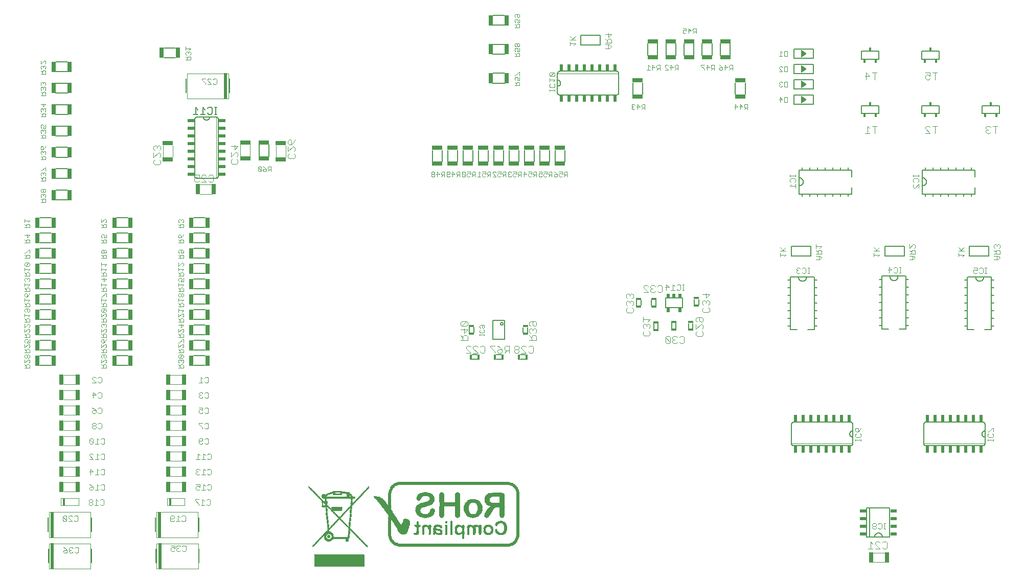
<source format=gbr>
G04 EAGLE Gerber RS-274X export*
G75*
%MOMM*%
%FSLAX34Y34*%
%LPD*%
%INSilkscreen Bottom*%
%IPPOS*%
%AMOC8*
5,1,8,0,0,1.08239X$1,22.5*%
G01*
%ADD10R,8.340000X0.060000*%
%ADD11R,18.420000X0.060000*%
%ADD12R,18.900000X0.060000*%
%ADD13R,19.260000X0.060000*%
%ADD14R,19.560000X0.060000*%
%ADD15R,8.280000X0.060000*%
%ADD16R,19.800000X0.060000*%
%ADD17R,19.980000X0.060000*%
%ADD18R,20.160000X0.060000*%
%ADD19R,20.280000X0.060000*%
%ADD20R,0.960000X0.060000*%
%ADD21R,1.080000X0.060000*%
%ADD22R,0.840000X0.060000*%
%ADD23R,0.780000X0.060000*%
%ADD24R,0.720000X0.060000*%
%ADD25R,0.660000X0.060000*%
%ADD26R,0.600000X0.060000*%
%ADD27R,0.540000X0.060000*%
%ADD28R,0.480000X0.060000*%
%ADD29R,0.180000X0.060000*%
%ADD30R,0.360000X0.060000*%
%ADD31R,0.420000X0.060000*%
%ADD32R,0.300000X0.060000*%
%ADD33R,0.240000X0.060000*%
%ADD34R,1.020000X0.060000*%
%ADD35R,1.260000X0.060000*%
%ADD36R,0.900000X0.060000*%
%ADD37R,1.380000X0.060000*%
%ADD38R,1.200000X0.060000*%
%ADD39R,1.440000X0.060000*%
%ADD40R,1.560000X0.060000*%
%ADD41R,1.500000X0.060000*%
%ADD42R,1.320000X0.060000*%
%ADD43R,1.620000X0.060000*%
%ADD44R,0.120000X0.060000*%
%ADD45R,0.060000X0.060000*%
%ADD46R,1.740000X0.060000*%
%ADD47R,1.800000X0.060000*%
%ADD48R,1.140000X0.060000*%
%ADD49R,1.860000X0.060000*%
%ADD50R,1.920000X0.060000*%
%ADD51R,2.040000X0.060000*%
%ADD52R,2.100000X0.060000*%
%ADD53R,2.160000X0.060000*%
%ADD54R,2.220000X0.060000*%
%ADD55R,2.400000X0.060000*%
%ADD56R,2.280000X0.060000*%
%ADD57R,2.340000X0.060000*%
%ADD58R,2.460000X0.060000*%
%ADD59R,2.520000X0.060000*%
%ADD60R,3.120000X0.060000*%
%ADD61R,3.060000X0.060000*%
%ADD62R,3.000000X0.060000*%
%ADD63R,2.640000X0.060000*%
%ADD64R,2.700000X0.060000*%
%ADD65R,2.820000X0.060000*%
%ADD66R,1.680000X0.060000*%
%ADD67R,3.420000X0.060000*%
%ADD68R,2.580000X0.060000*%
%ADD69R,2.880000X0.060000*%
%ADD70R,1.980000X0.060000*%
%ADD71R,3.180000X0.060000*%
%ADD72R,2.940000X0.060000*%
%ADD73R,2.760000X0.060000*%
%ADD74R,20.340000X0.060000*%
%ADD75R,5.400000X0.060000*%
%ADD76R,19.620000X0.060000*%
%ADD77R,5.460000X0.060000*%
%ADD78R,19.320000X0.060000*%
%ADD79R,5.520000X0.060000*%
%ADD80R,18.960000X0.060000*%
%ADD81R,18.480000X0.060000*%
%ADD82C,0.152400*%
%ADD83R,0.736600X1.752600*%
%ADD84C,0.076200*%
%ADD85C,0.101600*%
%ADD86R,0.750100X1.700000*%
%ADD87R,0.125000X1.200000*%
%ADD88R,0.300000X1.250000*%
%ADD89R,0.150000X2.400000*%
%ADD90R,0.475000X4.250000*%
%ADD91C,0.127000*%
%ADD92C,0.050800*%
%ADD93R,0.508000X1.143000*%
%ADD94R,0.457200X0.584200*%
%ADD95C,0.203200*%
%ADD96R,1.100000X0.490000*%
%ADD97R,0.863600X0.406400*%
%ADD98R,0.406400X0.863600*%
%ADD99R,1.143000X0.508000*%
%ADD100R,1.752600X0.736600*%
%ADD101R,1.700000X0.750100*%
%ADD102R,0.500000X0.650000*%

G36*
X1376135Y911997D02*
X1376135Y911997D01*
X1376221Y911999D01*
X1376245Y912009D01*
X1376272Y912012D01*
X1376392Y912069D01*
X1376428Y912084D01*
X1376434Y912089D01*
X1376442Y912092D01*
X1384062Y917172D01*
X1384088Y917198D01*
X1384115Y917214D01*
X1384138Y917242D01*
X1384180Y917274D01*
X1384198Y917304D01*
X1384224Y917328D01*
X1384247Y917376D01*
X1384256Y917388D01*
X1384263Y917407D01*
X1384299Y917464D01*
X1384306Y917499D01*
X1384321Y917530D01*
X1384327Y917598D01*
X1384328Y917600D01*
X1384328Y917606D01*
X1384328Y917607D01*
X1384344Y917684D01*
X1384339Y917719D01*
X1384342Y917753D01*
X1384322Y917829D01*
X1384310Y917906D01*
X1384293Y917936D01*
X1384284Y917970D01*
X1384239Y918034D01*
X1384201Y918102D01*
X1384171Y918128D01*
X1384154Y918153D01*
X1384115Y918179D01*
X1384062Y918228D01*
X1376442Y923308D01*
X1376417Y923318D01*
X1376396Y923335D01*
X1376318Y923362D01*
X1376293Y923375D01*
X1376285Y923376D01*
X1376236Y923397D01*
X1376209Y923399D01*
X1376184Y923407D01*
X1376098Y923405D01*
X1376012Y923409D01*
X1375986Y923401D01*
X1375959Y923401D01*
X1375880Y923368D01*
X1375798Y923343D01*
X1375776Y923326D01*
X1375752Y923316D01*
X1375688Y923258D01*
X1375620Y923206D01*
X1375606Y923183D01*
X1375586Y923165D01*
X1375548Y923090D01*
X1375535Y923074D01*
X1375531Y923063D01*
X1375501Y923016D01*
X1375496Y922989D01*
X1375483Y922965D01*
X1375472Y922889D01*
X1375463Y922862D01*
X1375464Y922833D01*
X1375456Y922796D01*
X1375457Y922789D01*
X1375456Y922780D01*
X1375456Y912620D01*
X1375461Y912594D01*
X1375458Y912567D01*
X1375480Y912484D01*
X1375495Y912399D01*
X1375509Y912376D01*
X1375516Y912350D01*
X1375566Y912280D01*
X1375610Y912206D01*
X1375630Y912189D01*
X1375646Y912167D01*
X1375717Y912119D01*
X1375784Y912065D01*
X1375809Y912056D01*
X1375831Y912041D01*
X1375915Y912020D01*
X1375996Y911993D01*
X1376023Y911994D01*
X1376049Y911987D01*
X1376135Y911997D01*
G37*
G36*
X1376135Y886597D02*
X1376135Y886597D01*
X1376221Y886599D01*
X1376245Y886609D01*
X1376272Y886612D01*
X1376392Y886669D01*
X1376428Y886684D01*
X1376434Y886689D01*
X1376442Y886692D01*
X1384062Y891772D01*
X1384088Y891798D01*
X1384115Y891814D01*
X1384138Y891842D01*
X1384180Y891874D01*
X1384198Y891904D01*
X1384224Y891928D01*
X1384247Y891976D01*
X1384256Y891988D01*
X1384263Y892007D01*
X1384299Y892064D01*
X1384306Y892099D01*
X1384321Y892130D01*
X1384327Y892198D01*
X1384328Y892200D01*
X1384328Y892206D01*
X1384328Y892207D01*
X1384344Y892284D01*
X1384339Y892319D01*
X1384342Y892353D01*
X1384322Y892429D01*
X1384310Y892506D01*
X1384293Y892536D01*
X1384284Y892570D01*
X1384239Y892634D01*
X1384201Y892702D01*
X1384171Y892728D01*
X1384154Y892753D01*
X1384115Y892779D01*
X1384062Y892828D01*
X1376442Y897908D01*
X1376417Y897918D01*
X1376396Y897935D01*
X1376318Y897962D01*
X1376293Y897975D01*
X1376285Y897976D01*
X1376236Y897997D01*
X1376209Y897999D01*
X1376184Y898007D01*
X1376098Y898005D01*
X1376012Y898009D01*
X1375986Y898001D01*
X1375959Y898001D01*
X1375880Y897968D01*
X1375798Y897943D01*
X1375776Y897926D01*
X1375752Y897916D01*
X1375688Y897858D01*
X1375620Y897806D01*
X1375606Y897783D01*
X1375586Y897765D01*
X1375548Y897690D01*
X1375535Y897674D01*
X1375531Y897663D01*
X1375501Y897616D01*
X1375496Y897589D01*
X1375483Y897565D01*
X1375472Y897489D01*
X1375463Y897462D01*
X1375464Y897433D01*
X1375456Y897396D01*
X1375457Y897389D01*
X1375456Y897380D01*
X1375456Y887220D01*
X1375461Y887194D01*
X1375458Y887167D01*
X1375480Y887084D01*
X1375495Y886999D01*
X1375509Y886976D01*
X1375516Y886950D01*
X1375566Y886880D01*
X1375610Y886806D01*
X1375630Y886789D01*
X1375646Y886767D01*
X1375717Y886719D01*
X1375784Y886665D01*
X1375809Y886656D01*
X1375831Y886641D01*
X1375915Y886620D01*
X1375996Y886593D01*
X1376023Y886594D01*
X1376049Y886587D01*
X1376135Y886597D01*
G37*
G36*
X1376135Y861197D02*
X1376135Y861197D01*
X1376221Y861199D01*
X1376245Y861209D01*
X1376272Y861212D01*
X1376392Y861269D01*
X1376428Y861284D01*
X1376434Y861289D01*
X1376442Y861292D01*
X1384062Y866372D01*
X1384088Y866398D01*
X1384115Y866414D01*
X1384138Y866442D01*
X1384180Y866474D01*
X1384198Y866504D01*
X1384224Y866528D01*
X1384247Y866576D01*
X1384256Y866588D01*
X1384263Y866607D01*
X1384299Y866664D01*
X1384306Y866699D01*
X1384321Y866730D01*
X1384327Y866798D01*
X1384328Y866800D01*
X1384328Y866806D01*
X1384328Y866807D01*
X1384344Y866884D01*
X1384339Y866919D01*
X1384342Y866953D01*
X1384322Y867029D01*
X1384310Y867106D01*
X1384293Y867136D01*
X1384284Y867170D01*
X1384239Y867234D01*
X1384201Y867302D01*
X1384171Y867328D01*
X1384154Y867353D01*
X1384115Y867379D01*
X1384062Y867428D01*
X1376442Y872508D01*
X1376417Y872518D01*
X1376396Y872535D01*
X1376318Y872562D01*
X1376293Y872575D01*
X1376285Y872576D01*
X1376236Y872597D01*
X1376209Y872599D01*
X1376184Y872607D01*
X1376098Y872605D01*
X1376012Y872609D01*
X1375986Y872601D01*
X1375959Y872601D01*
X1375880Y872568D01*
X1375798Y872543D01*
X1375776Y872526D01*
X1375752Y872516D01*
X1375688Y872458D01*
X1375620Y872406D01*
X1375606Y872383D01*
X1375586Y872365D01*
X1375548Y872290D01*
X1375535Y872274D01*
X1375531Y872263D01*
X1375501Y872216D01*
X1375496Y872189D01*
X1375483Y872165D01*
X1375472Y872089D01*
X1375463Y872062D01*
X1375464Y872033D01*
X1375456Y871996D01*
X1375457Y871989D01*
X1375456Y871980D01*
X1375456Y861820D01*
X1375461Y861794D01*
X1375458Y861767D01*
X1375480Y861684D01*
X1375495Y861599D01*
X1375509Y861576D01*
X1375516Y861550D01*
X1375566Y861480D01*
X1375610Y861406D01*
X1375630Y861389D01*
X1375646Y861367D01*
X1375717Y861319D01*
X1375784Y861265D01*
X1375809Y861256D01*
X1375831Y861241D01*
X1375915Y861220D01*
X1375996Y861193D01*
X1376023Y861194D01*
X1376049Y861187D01*
X1376135Y861197D01*
G37*
G36*
X1376135Y835797D02*
X1376135Y835797D01*
X1376221Y835799D01*
X1376245Y835809D01*
X1376272Y835812D01*
X1376392Y835869D01*
X1376428Y835884D01*
X1376434Y835889D01*
X1376442Y835892D01*
X1384062Y840972D01*
X1384088Y840998D01*
X1384115Y841014D01*
X1384138Y841042D01*
X1384180Y841074D01*
X1384198Y841104D01*
X1384224Y841128D01*
X1384247Y841176D01*
X1384256Y841188D01*
X1384263Y841207D01*
X1384299Y841264D01*
X1384306Y841299D01*
X1384321Y841330D01*
X1384327Y841398D01*
X1384328Y841400D01*
X1384328Y841406D01*
X1384328Y841407D01*
X1384344Y841484D01*
X1384339Y841519D01*
X1384342Y841553D01*
X1384322Y841629D01*
X1384310Y841706D01*
X1384293Y841736D01*
X1384284Y841770D01*
X1384239Y841834D01*
X1384201Y841902D01*
X1384171Y841928D01*
X1384154Y841953D01*
X1384115Y841979D01*
X1384062Y842028D01*
X1376442Y847108D01*
X1376417Y847118D01*
X1376396Y847135D01*
X1376318Y847162D01*
X1376293Y847175D01*
X1376285Y847176D01*
X1376236Y847197D01*
X1376209Y847199D01*
X1376184Y847207D01*
X1376098Y847205D01*
X1376012Y847209D01*
X1375986Y847201D01*
X1375959Y847201D01*
X1375880Y847168D01*
X1375798Y847143D01*
X1375776Y847126D01*
X1375752Y847116D01*
X1375688Y847058D01*
X1375620Y847006D01*
X1375606Y846983D01*
X1375586Y846965D01*
X1375548Y846890D01*
X1375535Y846874D01*
X1375531Y846863D01*
X1375501Y846816D01*
X1375496Y846789D01*
X1375483Y846765D01*
X1375472Y846689D01*
X1375463Y846662D01*
X1375464Y846633D01*
X1375456Y846596D01*
X1375457Y846589D01*
X1375456Y846580D01*
X1375456Y836420D01*
X1375461Y836394D01*
X1375458Y836367D01*
X1375480Y836284D01*
X1375495Y836199D01*
X1375509Y836176D01*
X1375516Y836150D01*
X1375566Y836080D01*
X1375610Y836006D01*
X1375630Y835989D01*
X1375646Y835967D01*
X1375717Y835919D01*
X1375784Y835865D01*
X1375809Y835856D01*
X1375831Y835841D01*
X1375915Y835820D01*
X1375996Y835793D01*
X1376023Y835794D01*
X1376049Y835787D01*
X1376135Y835797D01*
G37*
D10*
X610800Y67200D03*
X610800Y67800D03*
X610800Y68400D03*
X610800Y69000D03*
X610800Y69600D03*
X610800Y70200D03*
X610800Y70800D03*
X610800Y71400D03*
X610800Y72000D03*
X610800Y72600D03*
X610800Y73200D03*
X610800Y73800D03*
X610800Y74400D03*
X610800Y75000D03*
X610800Y75600D03*
X610800Y76200D03*
X610800Y76800D03*
X610800Y77400D03*
X610800Y78000D03*
X610800Y78600D03*
X610800Y79200D03*
X610800Y79800D03*
X610800Y80400D03*
X610800Y81000D03*
X610800Y81600D03*
X610800Y82200D03*
X610800Y82800D03*
X610800Y83400D03*
X610800Y84000D03*
X610800Y84600D03*
D11*
X801000Y100800D03*
D10*
X610800Y85200D03*
D12*
X801000Y101400D03*
D10*
X610800Y85800D03*
D13*
X801000Y102000D03*
D10*
X610800Y86400D03*
D14*
X800700Y102600D03*
D15*
X610500Y87000D03*
D16*
X800700Y103200D03*
D17*
X801000Y103800D03*
D18*
X800700Y104400D03*
D19*
X800700Y105000D03*
D20*
X897900Y105600D03*
D21*
X703500Y105600D03*
D22*
X899100Y106200D03*
D20*
X702300Y106200D03*
D23*
X900000Y106800D03*
D22*
X701100Y106800D03*
D24*
X900900Y107400D03*
X700500Y107400D03*
D25*
X901800Y108000D03*
X699600Y108000D03*
D26*
X902100Y108600D03*
D25*
X699000Y108600D03*
D26*
X902700Y109200D03*
D25*
X698400Y109200D03*
D27*
X903000Y109800D03*
D26*
X698100Y109800D03*
D27*
X903600Y110400D03*
D26*
X697500Y110400D03*
D27*
X903600Y111000D03*
X697200Y111000D03*
X904200Y111600D03*
X696600Y111600D03*
D28*
X904500Y112200D03*
D27*
X696600Y112200D03*
X904800Y112800D03*
X696000Y112800D03*
D28*
X905100Y113400D03*
D29*
X816000Y113400D03*
D27*
X696000Y113400D03*
D28*
X905100Y114000D03*
D30*
X816300Y114000D03*
D28*
X695700Y114000D03*
D27*
X905400Y114600D03*
D30*
X816300Y114600D03*
D27*
X695400Y114600D03*
D28*
X905700Y115200D03*
D30*
X816300Y115200D03*
D28*
X695100Y115200D03*
X905700Y115800D03*
D31*
X816000Y115800D03*
D28*
X695100Y115800D03*
X905700Y116400D03*
D31*
X816000Y116400D03*
D28*
X695100Y116400D03*
X906300Y117000D03*
D31*
X816000Y117000D03*
D28*
X695100Y117000D03*
X906300Y117600D03*
D31*
X816000Y117600D03*
D28*
X695100Y117600D03*
X906300Y118200D03*
D31*
X816000Y118200D03*
D28*
X694500Y118200D03*
X906300Y118800D03*
D31*
X816000Y118800D03*
D28*
X694500Y118800D03*
X906300Y119400D03*
D31*
X816000Y119400D03*
D28*
X694500Y119400D03*
X906300Y120000D03*
D23*
X878400Y120000D03*
D26*
X857700Y120000D03*
D32*
X844200Y120000D03*
X834000Y120000D03*
X824400Y120000D03*
D31*
X816000Y120000D03*
D27*
X808800Y120000D03*
D32*
X796200Y120000D03*
X787800Y120000D03*
D26*
X776700Y120000D03*
D33*
X767700Y120000D03*
X760500Y120000D03*
X749700Y120000D03*
D27*
X738000Y120000D03*
D28*
X694500Y120000D03*
X906300Y120600D03*
D34*
X878400Y120600D03*
D22*
X857700Y120600D03*
D30*
X843900Y120600D03*
X834300Y120600D03*
D31*
X824400Y120600D03*
X816000Y120600D03*
D23*
X808800Y120600D03*
D30*
X796500Y120600D03*
X787500Y120600D03*
D23*
X776400Y120600D03*
D30*
X767700Y120600D03*
X760500Y120600D03*
X749700Y120600D03*
D23*
X738000Y120600D03*
D30*
X716700Y120600D03*
D28*
X694500Y120600D03*
X906300Y121200D03*
D35*
X878400Y121200D03*
D21*
X857700Y121200D03*
D31*
X844200Y121200D03*
X834000Y121200D03*
X824400Y121200D03*
X816000Y121200D03*
D36*
X808800Y121200D03*
D31*
X796200Y121200D03*
X787800Y121200D03*
D20*
X776100Y121200D03*
D31*
X768000Y121200D03*
X760800Y121200D03*
X750000Y121200D03*
D23*
X738000Y121200D03*
D24*
X716700Y121200D03*
D28*
X694500Y121200D03*
X906300Y121800D03*
D37*
X878400Y121800D03*
D38*
X857700Y121800D03*
D31*
X844200Y121800D03*
X834000Y121800D03*
X824400Y121800D03*
D39*
X810900Y121800D03*
D31*
X796200Y121800D03*
X787800Y121800D03*
D40*
X773700Y121800D03*
D31*
X760800Y121800D03*
X750000Y121800D03*
D22*
X738300Y121800D03*
D20*
X716700Y121800D03*
D28*
X694500Y121800D03*
X906300Y122400D03*
D41*
X878400Y122400D03*
D42*
X857700Y122400D03*
D28*
X843900Y122400D03*
X834300Y122400D03*
D31*
X824400Y122400D03*
D41*
X810600Y122400D03*
D31*
X796200Y122400D03*
X787800Y122400D03*
D26*
X779100Y122400D03*
D22*
X770700Y122400D03*
D31*
X760800Y122400D03*
X750000Y122400D03*
D22*
X738300Y122400D03*
D21*
X716700Y122400D03*
D28*
X694500Y122400D03*
X906300Y123000D03*
D43*
X878400Y123000D03*
D26*
X861900Y123000D03*
D27*
X853200Y123000D03*
D28*
X843900Y123000D03*
X834300Y123000D03*
D31*
X824400Y123000D03*
D24*
X814500Y123000D03*
D26*
X806100Y123000D03*
D31*
X796200Y123000D03*
X787800Y123000D03*
D28*
X779700Y123000D03*
D25*
X769800Y123000D03*
D31*
X760800Y123000D03*
X750000Y123000D03*
D28*
X740100Y123000D03*
D44*
X735300Y123000D03*
D38*
X716700Y123000D03*
D28*
X694500Y123000D03*
X906300Y123600D03*
D25*
X883800Y123600D03*
X873000Y123600D03*
D28*
X862500Y123600D03*
X852900Y123600D03*
X843900Y123600D03*
X834300Y123600D03*
D31*
X824400Y123600D03*
D26*
X815100Y123600D03*
D27*
X805200Y123600D03*
D31*
X796200Y123600D03*
X787800Y123600D03*
X780000Y123600D03*
D27*
X769200Y123600D03*
D31*
X760800Y123600D03*
X750000Y123600D03*
D28*
X740700Y123600D03*
D42*
X716700Y123600D03*
D28*
X694500Y123600D03*
D44*
X656700Y99600D03*
D45*
X567600Y99600D03*
D28*
X906300Y124200D03*
D27*
X884400Y124200D03*
X872400Y124200D03*
D28*
X863100Y124200D03*
X852300Y124200D03*
X843900Y124200D03*
X834300Y124200D03*
D31*
X824400Y124200D03*
D27*
X815400Y124200D03*
D28*
X804900Y124200D03*
D31*
X796200Y124200D03*
X787800Y124200D03*
X780000Y124200D03*
D27*
X769200Y124200D03*
D31*
X760800Y124200D03*
X750000Y124200D03*
D28*
X740700Y124200D03*
D37*
X716400Y124200D03*
D28*
X694500Y124200D03*
D33*
X656700Y100200D03*
D44*
X567300Y100200D03*
D28*
X906300Y124800D03*
D27*
X885000Y124800D03*
X871800Y124800D03*
D31*
X863400Y124800D03*
X852000Y124800D03*
D28*
X843900Y124800D03*
X834300Y124800D03*
D31*
X824400Y124800D03*
D28*
X815700Y124800D03*
X804300Y124800D03*
D31*
X796200Y124800D03*
X787800Y124800D03*
X780000Y124800D03*
D28*
X768900Y124800D03*
D31*
X760800Y124800D03*
X750000Y124800D03*
D28*
X740700Y124800D03*
D39*
X716700Y124800D03*
D28*
X694500Y124800D03*
D30*
X656700Y100800D03*
D33*
X567300Y100800D03*
D28*
X906300Y125400D03*
X885300Y125400D03*
X871500Y125400D03*
D31*
X863400Y125400D03*
D28*
X851700Y125400D03*
X843900Y125400D03*
X834300Y125400D03*
D31*
X824400Y125400D03*
D28*
X815700Y125400D03*
X804300Y125400D03*
D31*
X796200Y125400D03*
X787800Y125400D03*
X780000Y125400D03*
D28*
X768900Y125400D03*
D31*
X760800Y125400D03*
X750000Y125400D03*
X741000Y125400D03*
D41*
X716400Y125400D03*
D28*
X694500Y125400D03*
D32*
X656400Y101400D03*
X567600Y101400D03*
D28*
X906300Y126000D03*
X885900Y126000D03*
D31*
X871200Y126000D03*
D28*
X863700Y126000D03*
D31*
X851400Y126000D03*
D28*
X843900Y126000D03*
X834300Y126000D03*
D31*
X824400Y126000D03*
X816000Y126000D03*
X804000Y126000D03*
X796200Y126000D03*
X787800Y126000D03*
D28*
X779700Y126000D03*
X768900Y126000D03*
D31*
X760800Y126000D03*
X750000Y126000D03*
X741000Y126000D03*
D43*
X716400Y126000D03*
D28*
X694500Y126000D03*
D32*
X655800Y102000D03*
X568200Y102000D03*
D28*
X906300Y126600D03*
X885900Y126600D03*
D31*
X871200Y126600D03*
X864000Y126600D03*
X851400Y126600D03*
D28*
X843900Y126600D03*
X834300Y126600D03*
D31*
X824400Y126600D03*
X816000Y126600D03*
X804000Y126600D03*
X796200Y126600D03*
X787800Y126600D03*
D27*
X778800Y126600D03*
D31*
X768600Y126600D03*
X760800Y126600D03*
X750000Y126600D03*
X741000Y126600D03*
D43*
X716400Y126600D03*
D28*
X694500Y126600D03*
D32*
X655200Y102600D03*
X568800Y102600D03*
D28*
X906300Y127200D03*
X885900Y127200D03*
D31*
X870600Y127200D03*
X864000Y127200D03*
X851400Y127200D03*
D28*
X843900Y127200D03*
X834300Y127200D03*
D31*
X824400Y127200D03*
X816000Y127200D03*
X804000Y127200D03*
X796200Y127200D03*
X787800Y127200D03*
D24*
X777300Y127200D03*
D31*
X768600Y127200D03*
X760800Y127200D03*
X750000Y127200D03*
X741000Y127200D03*
D46*
X716400Y127200D03*
D28*
X694500Y127200D03*
D32*
X654600Y103200D03*
X569400Y103200D03*
D28*
X906300Y127800D03*
X886500Y127800D03*
D30*
X870900Y127800D03*
D31*
X864000Y127800D03*
X851400Y127800D03*
D28*
X843900Y127800D03*
X834300Y127800D03*
D31*
X824400Y127800D03*
X816000Y127800D03*
X804000Y127800D03*
X796200Y127800D03*
X787800Y127800D03*
D37*
X773400Y127800D03*
D31*
X760800Y127800D03*
X750000Y127800D03*
X741000Y127800D03*
D46*
X716400Y127800D03*
D28*
X694500Y127800D03*
D32*
X654000Y103800D03*
X570000Y103800D03*
D28*
X906300Y128400D03*
X886500Y128400D03*
D32*
X870600Y128400D03*
D31*
X864000Y128400D03*
X851400Y128400D03*
D28*
X843900Y128400D03*
X834300Y128400D03*
D31*
X824400Y128400D03*
X816000Y128400D03*
X804000Y128400D03*
X796200Y128400D03*
X787800Y128400D03*
D42*
X773100Y128400D03*
D31*
X760800Y128400D03*
X750000Y128400D03*
X741000Y128400D03*
D47*
X716100Y128400D03*
D28*
X694500Y128400D03*
D32*
X653400Y104400D03*
X570600Y104400D03*
D28*
X906300Y129000D03*
X886500Y129000D03*
D44*
X870900Y129000D03*
D31*
X864000Y129000D03*
X851400Y129000D03*
X844200Y129000D03*
D28*
X834300Y129000D03*
D31*
X824400Y129000D03*
X816000Y129000D03*
X804000Y129000D03*
X796200Y129000D03*
X787800Y129000D03*
D48*
X772200Y129000D03*
D28*
X760500Y129000D03*
D31*
X750000Y129000D03*
X741000Y129000D03*
D49*
X716400Y129000D03*
D28*
X694500Y129000D03*
D32*
X652800Y105000D03*
X571200Y105000D03*
D28*
X906300Y129600D03*
X886500Y129600D03*
D31*
X864000Y129600D03*
X851400Y129600D03*
D28*
X843900Y129600D03*
X834300Y129600D03*
D31*
X824400Y129600D03*
X816000Y129600D03*
X804000Y129600D03*
X796200Y129600D03*
X787800Y129600D03*
D22*
X770700Y129600D03*
D28*
X760500Y129600D03*
D31*
X750000Y129600D03*
X741000Y129600D03*
D50*
X716100Y129600D03*
D28*
X694500Y129600D03*
D32*
X652200Y105600D03*
X571800Y105600D03*
D28*
X906300Y130200D03*
X886500Y130200D03*
X863700Y130200D03*
D31*
X851400Y130200D03*
D28*
X843900Y130200D03*
X834300Y130200D03*
D31*
X824400Y130200D03*
X816000Y130200D03*
X804000Y130200D03*
X796200Y130200D03*
X787800Y130200D03*
D26*
X769500Y130200D03*
D28*
X760500Y130200D03*
D31*
X750000Y130200D03*
X741000Y130200D03*
D50*
X716100Y130200D03*
D28*
X694500Y130200D03*
D32*
X651600Y106200D03*
D30*
X572100Y106200D03*
D28*
X906300Y130800D03*
X886500Y130800D03*
D31*
X863400Y130800D03*
D28*
X851700Y130800D03*
X843900Y130800D03*
X834300Y130800D03*
D31*
X824400Y130800D03*
D28*
X815700Y130800D03*
X804300Y130800D03*
D31*
X796200Y130800D03*
X787800Y130800D03*
D33*
X779700Y130800D03*
D28*
X768900Y130800D03*
X760500Y130800D03*
D31*
X750000Y130800D03*
X741000Y130800D03*
D51*
X716100Y130800D03*
D28*
X694500Y130800D03*
D32*
X651000Y106800D03*
D30*
X572700Y106800D03*
D28*
X906300Y131400D03*
X886500Y131400D03*
D31*
X863400Y131400D03*
X852000Y131400D03*
D28*
X843900Y131400D03*
D27*
X834000Y131400D03*
D31*
X824400Y131400D03*
D28*
X815700Y131400D03*
X804300Y131400D03*
D31*
X796200Y131400D03*
X787800Y131400D03*
D32*
X780000Y131400D03*
D31*
X769200Y131400D03*
D28*
X760500Y131400D03*
D31*
X750000Y131400D03*
X741000Y131400D03*
D51*
X716100Y131400D03*
D28*
X694500Y131400D03*
D32*
X650400Y107400D03*
D30*
X573300Y107400D03*
D28*
X906300Y132000D03*
X886500Y132000D03*
X863100Y132000D03*
X852300Y132000D03*
D27*
X843600Y132000D03*
X834000Y132000D03*
D28*
X824700Y132000D03*
D27*
X815400Y132000D03*
D28*
X804900Y132000D03*
D31*
X796200Y132000D03*
X787800Y132000D03*
D30*
X779700Y132000D03*
D31*
X769200Y132000D03*
D27*
X760200Y132000D03*
D31*
X750000Y132000D03*
X741000Y132000D03*
D52*
X715800Y132000D03*
D28*
X694500Y132000D03*
D32*
X649800Y108000D03*
D30*
X573900Y108000D03*
D28*
X906300Y132600D03*
X886500Y132600D03*
X862500Y132600D03*
X852900Y132600D03*
D27*
X843600Y132600D03*
D26*
X833700Y132600D03*
D28*
X824700Y132600D03*
D26*
X815100Y132600D03*
D27*
X805200Y132600D03*
D31*
X796200Y132600D03*
X787800Y132600D03*
X779400Y132600D03*
X769200Y132600D03*
D26*
X759900Y132600D03*
D28*
X750300Y132600D03*
D31*
X741000Y132600D03*
D53*
X715500Y132600D03*
D28*
X694500Y132600D03*
D32*
X649200Y108600D03*
D30*
X574500Y108600D03*
D28*
X906300Y133200D03*
X886500Y133200D03*
D27*
X862200Y133200D03*
X853200Y133200D03*
D25*
X843000Y133200D03*
D22*
X833700Y133200D03*
D27*
X825000Y133200D03*
D25*
X814800Y133200D03*
D27*
X805800Y133200D03*
D31*
X796200Y133200D03*
X787800Y133200D03*
D28*
X779100Y133200D03*
X769500Y133200D03*
D24*
X759300Y133200D03*
D27*
X750600Y133200D03*
D26*
X740700Y133200D03*
D54*
X715800Y133200D03*
D28*
X694500Y133200D03*
D32*
X648600Y109200D03*
D28*
X623700Y109200D03*
X593700Y109200D03*
D30*
X575100Y109200D03*
D28*
X906300Y133800D03*
X886500Y133800D03*
D42*
X857700Y133800D03*
D55*
X834300Y133800D03*
D41*
X810600Y133800D03*
D31*
X796200Y133800D03*
X787800Y133800D03*
D37*
X774000Y133800D03*
D39*
X755700Y133800D03*
D36*
X740400Y133800D03*
D56*
X715500Y133800D03*
D28*
X694500Y133800D03*
D32*
X648000Y109800D03*
D28*
X623700Y109800D03*
D23*
X593400Y109800D03*
D30*
X575700Y109800D03*
D28*
X906300Y134400D03*
X886500Y134400D03*
D33*
X870900Y134400D03*
D38*
X857700Y134400D03*
D57*
X834600Y134400D03*
D39*
X810900Y134400D03*
D31*
X796200Y134400D03*
X787800Y134400D03*
D42*
X774300Y134400D03*
D39*
X755700Y134400D03*
D34*
X740400Y134400D03*
D56*
X715500Y134400D03*
D28*
X694500Y134400D03*
D32*
X647400Y110400D03*
D28*
X623700Y110400D03*
D20*
X593700Y110400D03*
D30*
X576300Y110400D03*
D28*
X906300Y135000D03*
X885900Y135000D03*
D30*
X870900Y135000D03*
D21*
X857700Y135000D03*
D31*
X844200Y135000D03*
D22*
X837300Y135000D03*
X827700Y135000D03*
D30*
X816300Y135000D03*
D36*
X808800Y135000D03*
D31*
X796200Y135000D03*
X787800Y135000D03*
D38*
X774300Y135000D03*
D31*
X760800Y135000D03*
D22*
X753300Y135000D03*
D34*
X740400Y135000D03*
D57*
X715200Y135000D03*
D28*
X694500Y135000D03*
D32*
X646800Y111000D03*
D28*
X623700Y111000D03*
D21*
X593700Y111000D03*
D32*
X576600Y111000D03*
D28*
X906300Y135600D03*
X885900Y135600D03*
D30*
X870900Y135600D03*
D36*
X857400Y135600D03*
D30*
X844500Y135600D03*
D24*
X837300Y135600D03*
D25*
X827400Y135600D03*
D30*
X816300Y135600D03*
D24*
X808500Y135600D03*
D31*
X796200Y135600D03*
D30*
X787500Y135600D03*
D34*
X774000Y135600D03*
D30*
X760500Y135600D03*
D24*
X753300Y135600D03*
D20*
X740100Y135600D03*
D58*
X715200Y135600D03*
D28*
X694500Y135600D03*
D32*
X646200Y111600D03*
D28*
X623700Y111600D03*
D38*
X593700Y111600D03*
D32*
X577200Y111600D03*
D28*
X906300Y136200D03*
X885900Y136200D03*
D31*
X871200Y136200D03*
D26*
X857700Y136200D03*
D32*
X844200Y136200D03*
D28*
X837300Y136200D03*
D27*
X827400Y136200D03*
D33*
X816300Y136200D03*
D27*
X808800Y136200D03*
D31*
X796200Y136200D03*
D32*
X787800Y136200D03*
D23*
X774000Y136200D03*
D32*
X760800Y136200D03*
D28*
X753300Y136200D03*
D22*
X740100Y136200D03*
D58*
X715200Y136200D03*
D28*
X694500Y136200D03*
D32*
X645600Y112200D03*
D28*
X623700Y112200D03*
D42*
X593700Y112200D03*
D32*
X577800Y112200D03*
D28*
X906300Y136800D03*
X885300Y136800D03*
X871500Y136800D03*
D31*
X796200Y136800D03*
D45*
X774000Y136800D03*
D31*
X741000Y136800D03*
D59*
X714900Y136800D03*
D28*
X694500Y136800D03*
D32*
X645000Y112800D03*
D28*
X623700Y112800D03*
D39*
X593700Y112800D03*
D32*
X578400Y112800D03*
D28*
X906300Y137400D03*
D27*
X885000Y137400D03*
D28*
X871500Y137400D03*
D31*
X796200Y137400D03*
X741000Y137400D03*
D37*
X721200Y137400D03*
D21*
X707100Y137400D03*
D28*
X694500Y137400D03*
D32*
X644400Y113400D03*
D60*
X611100Y113400D03*
D28*
X588900Y113400D03*
D32*
X579000Y113400D03*
D28*
X906300Y138000D03*
D27*
X884400Y138000D03*
X871800Y138000D03*
D31*
X796200Y138000D03*
X741000Y138000D03*
D37*
X721200Y138000D03*
D21*
X707100Y138000D03*
D28*
X694500Y138000D03*
D32*
X643800Y114000D03*
D61*
X612000Y114000D03*
D28*
X588300Y114000D03*
D32*
X579600Y114000D03*
D28*
X906300Y138600D03*
D26*
X884100Y138600D03*
X872700Y138600D03*
D31*
X796200Y138600D03*
D45*
X787800Y138600D03*
D31*
X741000Y138600D03*
D42*
X721500Y138600D03*
D21*
X706500Y138600D03*
D28*
X694500Y138600D03*
D32*
X643200Y114600D03*
D61*
X612600Y114600D03*
D33*
X593700Y114600D03*
D31*
X588000Y114600D03*
D32*
X580200Y114600D03*
D28*
X906300Y139200D03*
D24*
X882900Y139200D03*
X873900Y139200D03*
D31*
X796200Y139200D03*
D32*
X787800Y139200D03*
D31*
X741000Y139200D03*
D42*
X721500Y139200D03*
D34*
X706200Y139200D03*
D28*
X694500Y139200D03*
D32*
X642600Y115200D03*
D61*
X612600Y115200D03*
D30*
X593700Y115200D03*
D31*
X587400Y115200D03*
D32*
X580800Y115200D03*
D28*
X906300Y139800D03*
D40*
X878100Y139800D03*
D31*
X796200Y139800D03*
X787800Y139800D03*
X741000Y139800D03*
D35*
X721800Y139800D03*
D34*
X705600Y139800D03*
D28*
X694500Y139800D03*
D32*
X642000Y115800D03*
D62*
X612900Y115800D03*
D28*
X593700Y115800D03*
D31*
X587400Y115800D03*
D32*
X581400Y115800D03*
D28*
X906300Y140400D03*
D39*
X878100Y140400D03*
D31*
X796200Y140400D03*
X787800Y140400D03*
X741000Y140400D03*
D35*
X721800Y140400D03*
D21*
X705300Y140400D03*
D28*
X694500Y140400D03*
D32*
X641400Y116400D03*
X626400Y116400D03*
D31*
X600000Y116400D03*
D27*
X593400Y116400D03*
D31*
X587400Y116400D03*
D32*
X582000Y116400D03*
D28*
X906300Y141000D03*
D35*
X878400Y141000D03*
D31*
X796200Y141000D03*
X787800Y141000D03*
D30*
X740700Y141000D03*
D35*
X721800Y141000D03*
D34*
X705000Y141000D03*
D28*
X694500Y141000D03*
D30*
X641100Y117000D03*
D32*
X626400Y117000D03*
D31*
X600000Y117000D03*
D27*
X593400Y117000D03*
D31*
X587400Y117000D03*
D32*
X582600Y117000D03*
D28*
X906300Y141600D03*
D21*
X878100Y141600D03*
D31*
X796200Y141600D03*
X787800Y141600D03*
D30*
X740700Y141600D03*
D38*
X722100Y141600D03*
D34*
X704400Y141600D03*
D28*
X694500Y141600D03*
D30*
X640500Y117600D03*
D32*
X626400Y117600D03*
D31*
X600000Y117600D03*
D27*
X593400Y117600D03*
D31*
X587400Y117600D03*
D30*
X582900Y117600D03*
D28*
X906300Y142200D03*
D22*
X878100Y142200D03*
D32*
X796200Y142200D03*
X787800Y142200D03*
D33*
X740700Y142200D03*
D38*
X722100Y142200D03*
D21*
X704100Y142200D03*
D28*
X694500Y142200D03*
D30*
X639900Y118200D03*
D32*
X626400Y118200D03*
D30*
X599700Y118200D03*
D28*
X593700Y118200D03*
D23*
X585600Y118200D03*
D28*
X906300Y142800D03*
D31*
X878400Y142800D03*
D29*
X796200Y142800D03*
D21*
X722100Y142800D03*
D34*
X703800Y142800D03*
D28*
X694500Y142800D03*
D30*
X639300Y118800D03*
D32*
X626400Y118800D03*
D31*
X599400Y118800D03*
D28*
X593700Y118800D03*
D24*
X585900Y118800D03*
D28*
X906300Y143400D03*
D34*
X721800Y143400D03*
X703200Y143400D03*
D28*
X694500Y143400D03*
D30*
X638700Y119400D03*
D32*
X626400Y119400D03*
D31*
X599400Y119400D03*
D32*
X593400Y119400D03*
D24*
X586500Y119400D03*
D28*
X906300Y144000D03*
D20*
X721500Y144000D03*
D21*
X702900Y144000D03*
D28*
X694500Y144000D03*
D30*
X638100Y120000D03*
D33*
X626700Y120000D03*
D28*
X599100Y120000D03*
D24*
X587100Y120000D03*
D28*
X906300Y144600D03*
D22*
X721500Y144600D03*
D40*
X699900Y144600D03*
D30*
X637500Y120600D03*
D33*
X626700Y120600D03*
D28*
X598500Y120600D03*
D24*
X587700Y120600D03*
D28*
X906300Y145200D03*
D23*
X721200Y145200D03*
D41*
X699600Y145200D03*
D30*
X636900Y121200D03*
D32*
X627000Y121200D03*
D26*
X597900Y121200D03*
D23*
X588600Y121200D03*
D28*
X906300Y145800D03*
D26*
X720900Y145800D03*
D41*
X699600Y145800D03*
D30*
X636300Y121800D03*
D32*
X627000Y121800D03*
D41*
X592800Y121800D03*
D28*
X906300Y146400D03*
D31*
X720600Y146400D03*
D39*
X699300Y146400D03*
D30*
X635700Y122400D03*
D32*
X627000Y122400D03*
D37*
X592800Y122400D03*
D28*
X906300Y147000D03*
D39*
X699300Y147000D03*
D30*
X635100Y123000D03*
D32*
X627000Y123000D03*
D42*
X593100Y123000D03*
D28*
X906300Y147600D03*
D37*
X699000Y147600D03*
D30*
X634500Y123600D03*
D32*
X627000Y123600D03*
D48*
X592800Y123600D03*
D28*
X906300Y148200D03*
D29*
X880800Y148200D03*
X855000Y148200D03*
D30*
X832500Y148200D03*
D29*
X807000Y148200D03*
D33*
X780900Y148200D03*
D28*
X753300Y148200D03*
D42*
X698700Y148200D03*
D30*
X633900Y124200D03*
D32*
X627000Y124200D03*
D34*
X592800Y124200D03*
D28*
X906300Y148800D03*
X880500Y148800D03*
X854700Y148800D03*
D20*
X832500Y148800D03*
D28*
X806700Y148800D03*
X780900Y148800D03*
D38*
X753300Y148800D03*
D42*
X698700Y148800D03*
D30*
X633300Y124800D03*
D32*
X627000Y124800D03*
D22*
X592500Y124800D03*
D28*
X906300Y149400D03*
D26*
X880500Y149400D03*
D25*
X855000Y149400D03*
D42*
X832500Y149400D03*
D26*
X806700Y149400D03*
X780900Y149400D03*
D40*
X753300Y149400D03*
D35*
X698400Y149400D03*
D30*
X632700Y125400D03*
D32*
X627000Y125400D03*
D26*
X591900Y125400D03*
D28*
X906300Y150000D03*
D24*
X880500Y150000D03*
X854700Y150000D03*
D40*
X832500Y150000D03*
D24*
X806700Y150000D03*
X780900Y150000D03*
D49*
X753000Y150000D03*
D38*
X698100Y150000D03*
D30*
X632100Y126000D03*
D32*
X627000Y126000D03*
D28*
X591900Y126000D03*
X906300Y150600D03*
D24*
X880500Y150600D03*
D23*
X855000Y150600D03*
D47*
X832500Y150600D03*
D23*
X807000Y150600D03*
D24*
X780900Y150600D03*
D51*
X753300Y150600D03*
D38*
X698100Y150600D03*
D30*
X631500Y126600D03*
D33*
X627300Y126600D03*
D31*
X592200Y126600D03*
D28*
X906300Y151200D03*
D23*
X880800Y151200D03*
D22*
X855300Y151200D03*
D50*
X832500Y151200D03*
D23*
X807000Y151200D03*
X780600Y151200D03*
D54*
X753000Y151200D03*
D48*
X697800Y151200D03*
D30*
X630900Y127200D03*
D33*
X627300Y127200D03*
D30*
X592500Y127200D03*
D28*
X906300Y151800D03*
D22*
X880500Y151800D03*
X855300Y151800D03*
D51*
X832500Y151800D03*
D22*
X806700Y151800D03*
X780900Y151800D03*
D55*
X753300Y151800D03*
D21*
X697500Y151800D03*
D26*
X629100Y127800D03*
D32*
X592800Y127800D03*
D28*
X906300Y152400D03*
D22*
X880500Y152400D03*
D36*
X855600Y152400D03*
D53*
X832500Y152400D03*
D22*
X806700Y152400D03*
X780900Y152400D03*
D59*
X753300Y152400D03*
D21*
X697500Y152400D03*
D27*
X628800Y128400D03*
D30*
X593100Y128400D03*
D28*
X906300Y153000D03*
D22*
X880500Y153000D03*
D20*
X855900Y153000D03*
D56*
X832500Y153000D03*
D22*
X806700Y153000D03*
X780900Y153000D03*
D63*
X753300Y153000D03*
D21*
X696900Y153000D03*
D28*
X628500Y129000D03*
D31*
X593400Y129000D03*
D28*
X906300Y153600D03*
D22*
X880500Y153600D03*
D36*
X856200Y153600D03*
D55*
X832500Y153600D03*
D22*
X806700Y153600D03*
X780900Y153600D03*
D64*
X753000Y153600D03*
D48*
X696600Y153600D03*
D31*
X628200Y129600D03*
D28*
X593700Y129600D03*
X906300Y154200D03*
D22*
X880500Y154200D03*
D20*
X856500Y154200D03*
D34*
X840000Y154200D03*
X825000Y154200D03*
D22*
X806700Y154200D03*
X780900Y154200D03*
D65*
X753000Y154200D03*
D21*
X696300Y154200D03*
D30*
X627900Y130200D03*
D27*
X594000Y130200D03*
D28*
X906300Y154800D03*
D22*
X880500Y154800D03*
D20*
X856500Y154800D03*
D36*
X840600Y154800D03*
X824400Y154800D03*
D22*
X806700Y154800D03*
X780900Y154800D03*
D21*
X762300Y154800D03*
X744300Y154800D03*
X695700Y154800D03*
D32*
X627600Y130800D03*
D26*
X594300Y130800D03*
D28*
X906300Y155400D03*
D22*
X880500Y155400D03*
D20*
X857100Y155400D03*
D22*
X841500Y155400D03*
D36*
X823800Y155400D03*
D22*
X806700Y155400D03*
X780900Y155400D03*
D20*
X762900Y155400D03*
D34*
X743400Y155400D03*
D48*
X695400Y155400D03*
D30*
X627300Y131400D03*
D25*
X594600Y131400D03*
D28*
X906300Y156000D03*
D22*
X880500Y156000D03*
D34*
X857400Y156000D03*
D22*
X842100Y156000D03*
X823500Y156000D03*
X806700Y156000D03*
X780900Y156000D03*
D20*
X763500Y156000D03*
D36*
X742800Y156000D03*
D48*
X694800Y156000D03*
D31*
X627000Y132000D03*
D30*
X596700Y132000D03*
D33*
X592500Y132000D03*
D28*
X906300Y156600D03*
D22*
X880500Y156600D03*
D20*
X857700Y156600D03*
D22*
X842100Y156600D03*
X822900Y156600D03*
X806700Y156600D03*
X780900Y156600D03*
D36*
X763800Y156600D03*
X742200Y156600D03*
D21*
X694500Y156600D03*
D28*
X626700Y132600D03*
D30*
X597300Y132600D03*
D33*
X592500Y132600D03*
D28*
X906300Y157200D03*
D22*
X880500Y157200D03*
D34*
X858000Y157200D03*
D23*
X842400Y157200D03*
X822600Y157200D03*
D22*
X806700Y157200D03*
X780900Y157200D03*
D36*
X764400Y157200D03*
D22*
X741900Y157200D03*
D48*
X694200Y157200D03*
D27*
X626400Y133200D03*
D32*
X597600Y133200D03*
X592200Y133200D03*
D28*
X906300Y157800D03*
D22*
X880500Y157800D03*
D20*
X858300Y157800D03*
D22*
X842700Y157800D03*
X822300Y157800D03*
X806700Y157800D03*
X780900Y157800D03*
X764700Y157800D03*
X741300Y157800D03*
D48*
X693600Y157800D03*
D26*
X626100Y133800D03*
D32*
X598200Y133800D03*
X592200Y133800D03*
D28*
X906300Y158400D03*
D22*
X880500Y158400D03*
D20*
X858900Y158400D03*
D23*
X843000Y158400D03*
X822000Y158400D03*
D22*
X806700Y158400D03*
X780900Y158400D03*
D23*
X765000Y158400D03*
D22*
X741300Y158400D03*
D21*
X693300Y158400D03*
D33*
X627900Y134400D03*
D32*
X624000Y134400D03*
X598800Y134400D03*
X592200Y134400D03*
D28*
X906300Y159000D03*
D22*
X880500Y159000D03*
D34*
X859200Y159000D03*
D23*
X843000Y159000D03*
X822000Y159000D03*
D22*
X806700Y159000D03*
X780900Y159000D03*
X765300Y159000D03*
X741300Y159000D03*
D48*
X693000Y159000D03*
D33*
X627900Y135000D03*
D32*
X623400Y135000D03*
X599400Y135000D03*
X592200Y135000D03*
D28*
X906300Y159600D03*
D22*
X880500Y159600D03*
D20*
X859500Y159600D03*
D23*
X843600Y159600D03*
X822000Y159600D03*
D22*
X806700Y159600D03*
X780900Y159600D03*
D23*
X765600Y159600D03*
X741000Y159600D03*
D48*
X692400Y159600D03*
D32*
X628200Y135600D03*
X622800Y135600D03*
X600000Y135600D03*
X592200Y135600D03*
D28*
X906300Y160200D03*
D22*
X880500Y160200D03*
D20*
X860100Y160200D03*
D23*
X843600Y160200D03*
X821400Y160200D03*
D22*
X806700Y160200D03*
X780900Y160200D03*
D23*
X765600Y160200D03*
X741000Y160200D03*
D48*
X691800Y160200D03*
D32*
X628200Y136200D03*
X622200Y136200D03*
X600600Y136200D03*
X592200Y136200D03*
D28*
X906300Y160800D03*
D22*
X880500Y160800D03*
D34*
X860400Y160800D03*
D23*
X843600Y160800D03*
X821400Y160800D03*
D22*
X806700Y160800D03*
X780900Y160800D03*
D23*
X765600Y160800D03*
X741000Y160800D03*
D48*
X691800Y160800D03*
D32*
X628200Y136800D03*
X621600Y136800D03*
X601200Y136800D03*
X592200Y136800D03*
D28*
X906300Y161400D03*
D22*
X880500Y161400D03*
D20*
X860700Y161400D03*
D23*
X843600Y161400D03*
X821400Y161400D03*
D22*
X806700Y161400D03*
X780900Y161400D03*
D25*
X765600Y161400D03*
D22*
X741300Y161400D03*
D48*
X691200Y161400D03*
D32*
X628200Y137400D03*
X621000Y137400D03*
X601800Y137400D03*
X592200Y137400D03*
D28*
X906300Y162000D03*
D22*
X880500Y162000D03*
D20*
X861300Y162000D03*
D23*
X843600Y162000D03*
X821400Y162000D03*
D22*
X806700Y162000D03*
X780900Y162000D03*
D25*
X765600Y162000D03*
D22*
X741300Y162000D03*
D38*
X690900Y162000D03*
D32*
X628200Y138000D03*
X620400Y138000D03*
X602400Y138000D03*
D33*
X591900Y138000D03*
D28*
X906300Y162600D03*
D22*
X880500Y162600D03*
D34*
X861600Y162600D03*
D23*
X843600Y162600D03*
X821400Y162600D03*
D22*
X806700Y162600D03*
X780900Y162600D03*
D27*
X765600Y162600D03*
D22*
X741300Y162600D03*
D35*
X690600Y162600D03*
D32*
X628200Y138600D03*
X619800Y138600D03*
X603000Y138600D03*
D33*
X591900Y138600D03*
D28*
X906300Y163200D03*
D22*
X880500Y163200D03*
D20*
X861900Y163200D03*
D24*
X843900Y163200D03*
D23*
X821400Y163200D03*
D22*
X806700Y163200D03*
X780900Y163200D03*
D31*
X765600Y163200D03*
D36*
X741600Y163200D03*
D35*
X690600Y163200D03*
D32*
X628200Y139200D03*
X619200Y139200D03*
X603600Y139200D03*
D33*
X591900Y139200D03*
D28*
X906300Y163800D03*
D22*
X880500Y163800D03*
D20*
X862500Y163800D03*
D24*
X843900Y163800D03*
D23*
X821400Y163800D03*
D22*
X806700Y163800D03*
X780900Y163800D03*
D45*
X765600Y163800D03*
D20*
X741900Y163800D03*
D42*
X690300Y163800D03*
D32*
X628200Y139800D03*
X618600Y139800D03*
X604200Y139800D03*
X591600Y139800D03*
D28*
X906300Y164400D03*
D22*
X880500Y164400D03*
D20*
X863100Y164400D03*
D23*
X843600Y164400D03*
X821400Y164400D03*
D22*
X806700Y164400D03*
X780900Y164400D03*
D34*
X742200Y164400D03*
D37*
X690000Y164400D03*
D32*
X628200Y140400D03*
X618000Y140400D03*
D30*
X604500Y140400D03*
D32*
X591600Y140400D03*
D28*
X906300Y165000D03*
D22*
X880500Y165000D03*
D34*
X864000Y165000D03*
D23*
X843600Y165000D03*
X821400Y165000D03*
D22*
X806700Y165000D03*
X780900Y165000D03*
D21*
X743100Y165000D03*
D39*
X689700Y165000D03*
D33*
X628500Y141000D03*
D32*
X617400Y141000D03*
D30*
X605100Y141000D03*
D32*
X591600Y141000D03*
D28*
X906300Y165600D03*
D22*
X880500Y165600D03*
D34*
X864600Y165600D03*
D23*
X843600Y165600D03*
X821400Y165600D03*
D22*
X806700Y165600D03*
X780900Y165600D03*
D35*
X744000Y165600D03*
D41*
X689400Y165600D03*
D33*
X628500Y141600D03*
D32*
X616800Y141600D03*
D30*
X605700Y141600D03*
D32*
X591600Y141600D03*
D28*
X906300Y166200D03*
D58*
X872400Y166200D03*
D23*
X843600Y166200D03*
X821400Y166200D03*
D22*
X806700Y166200D03*
X780900Y166200D03*
D39*
X744900Y166200D03*
D41*
X689400Y166200D03*
D33*
X628500Y142200D03*
D32*
X616200Y142200D03*
D30*
X606300Y142200D03*
D32*
X591600Y142200D03*
D28*
X906300Y166800D03*
D57*
X873000Y166800D03*
D23*
X843600Y166800D03*
X821400Y166800D03*
D22*
X806700Y166800D03*
X780900Y166800D03*
D66*
X746700Y166800D03*
D40*
X689100Y166800D03*
D32*
X628800Y142800D03*
X615600Y142800D03*
D30*
X606900Y142800D03*
D32*
X591600Y142800D03*
D28*
X906300Y167400D03*
D57*
X873000Y167400D03*
D23*
X843600Y167400D03*
X821400Y167400D03*
D67*
X793800Y167400D03*
D47*
X747900Y167400D03*
D43*
X688800Y167400D03*
D32*
X628800Y143400D03*
X615000Y143400D03*
D30*
X607500Y143400D03*
D32*
X591600Y143400D03*
D28*
X906300Y168000D03*
D68*
X871800Y168000D03*
D23*
X843000Y168000D03*
X822000Y168000D03*
D67*
X793800Y168000D03*
D51*
X749100Y168000D03*
D66*
X688500Y168000D03*
D32*
X628800Y144000D03*
X614400Y144000D03*
X607800Y144000D03*
X591600Y144000D03*
D28*
X906300Y168600D03*
D64*
X871200Y168600D03*
D23*
X843000Y168600D03*
X822000Y168600D03*
D67*
X793800Y168600D03*
D52*
X750000Y168600D03*
D46*
X688200Y168600D03*
D32*
X628800Y144600D03*
X613800Y144600D03*
X608400Y144600D03*
D33*
X591300Y144600D03*
D28*
X906300Y169200D03*
D65*
X870600Y169200D03*
D23*
X843000Y169200D03*
D22*
X822300Y169200D03*
D67*
X793800Y169200D03*
D54*
X751200Y169200D03*
D28*
X694500Y169200D03*
D38*
X685500Y169200D03*
D32*
X628800Y145200D03*
X613200Y145200D03*
X609000Y145200D03*
D33*
X591300Y145200D03*
D28*
X906300Y169800D03*
D69*
X870300Y169800D03*
D22*
X842700Y169800D03*
D23*
X822600Y169800D03*
D67*
X793800Y169800D03*
D54*
X752400Y169800D03*
D28*
X694500Y169800D03*
D35*
X685200Y169800D03*
D32*
X628800Y145800D03*
D26*
X611100Y145800D03*
D32*
X591000Y145800D03*
D28*
X906300Y170400D03*
D62*
X869700Y170400D03*
D23*
X842400Y170400D03*
D22*
X822900Y170400D03*
D67*
X793800Y170400D03*
D54*
X753000Y170400D03*
D28*
X694500Y170400D03*
D35*
X684600Y170400D03*
D32*
X628800Y146400D03*
D28*
X611100Y146400D03*
D32*
X591000Y146400D03*
D28*
X906300Y171000D03*
D61*
X869400Y171000D03*
D22*
X842100Y171000D03*
X822900Y171000D03*
D67*
X793800Y171000D03*
D53*
X753900Y171000D03*
D28*
X694500Y171000D03*
D35*
X684000Y171000D03*
D32*
X628800Y147000D03*
D30*
X611100Y147000D03*
D32*
X591000Y147000D03*
D28*
X906300Y171600D03*
D60*
X869100Y171600D03*
D22*
X841500Y171600D03*
X823500Y171600D03*
D67*
X793800Y171600D03*
D53*
X755100Y171600D03*
D28*
X694500Y171600D03*
D35*
X683400Y171600D03*
D33*
X629100Y147600D03*
D30*
X611100Y147600D03*
D32*
X591000Y147600D03*
D28*
X906300Y172200D03*
D60*
X869100Y172200D03*
D36*
X841200Y172200D03*
D20*
X824100Y172200D03*
D67*
X793800Y172200D03*
D51*
X755700Y172200D03*
D28*
X694500Y172200D03*
D35*
X683400Y172200D03*
D33*
X629100Y148200D03*
D28*
X611100Y148200D03*
D32*
X591000Y148200D03*
D28*
X906300Y172800D03*
D22*
X880500Y172800D03*
D48*
X858600Y172800D03*
D20*
X840300Y172800D03*
X824700Y172800D03*
D67*
X793800Y172800D03*
D50*
X756900Y172800D03*
D28*
X694500Y172800D03*
D35*
X682800Y172800D03*
D33*
X629100Y148800D03*
D26*
X611100Y148800D03*
D32*
X591000Y148800D03*
D28*
X906300Y173400D03*
D22*
X880500Y173400D03*
D20*
X857700Y173400D03*
D55*
X832500Y173400D03*
D67*
X793800Y173400D03*
D46*
X758400Y173400D03*
D28*
X694500Y173400D03*
D35*
X682200Y173400D03*
D32*
X629400Y149400D03*
X613200Y149400D03*
D30*
X609300Y149400D03*
D32*
X591000Y149400D03*
D28*
X906300Y174000D03*
D22*
X880500Y174000D03*
D20*
X857100Y174000D03*
D57*
X832800Y174000D03*
D22*
X806700Y174000D03*
X780900Y174000D03*
D40*
X759900Y174000D03*
D28*
X694500Y174000D03*
D35*
X681600Y174000D03*
D32*
X629400Y150000D03*
X613800Y150000D03*
D30*
X608700Y150000D03*
D32*
X591000Y150000D03*
D28*
X906300Y174600D03*
D22*
X880500Y174600D03*
D36*
X856800Y174600D03*
D54*
X832800Y174600D03*
D22*
X806700Y174600D03*
X780900Y174600D03*
D42*
X761100Y174600D03*
D28*
X694500Y174600D03*
D42*
X681300Y174600D03*
D32*
X629400Y150600D03*
X614400Y150600D03*
D30*
X608100Y150600D03*
D32*
X591000Y150600D03*
D28*
X906300Y175200D03*
D22*
X880500Y175200D03*
D36*
X856200Y175200D03*
D52*
X832800Y175200D03*
D22*
X806700Y175200D03*
X780900Y175200D03*
D48*
X762000Y175200D03*
D28*
X694500Y175200D03*
D42*
X680700Y175200D03*
D32*
X629400Y151200D03*
X615000Y151200D03*
D30*
X607500Y151200D03*
D33*
X590700Y151200D03*
D28*
X906300Y175800D03*
D22*
X880500Y175800D03*
X855900Y175800D03*
D70*
X832800Y175800D03*
D22*
X806700Y175800D03*
X780900Y175800D03*
D34*
X763200Y175800D03*
D28*
X694500Y175800D03*
D35*
X680400Y175800D03*
D32*
X629400Y151800D03*
D30*
X615300Y151800D03*
X606900Y151800D03*
D33*
X590700Y151800D03*
D28*
X906300Y176400D03*
D22*
X880500Y176400D03*
X855900Y176400D03*
D47*
X832500Y176400D03*
D22*
X806700Y176400D03*
X780900Y176400D03*
D20*
X763500Y176400D03*
D28*
X694500Y176400D03*
D35*
X679800Y176400D03*
D32*
X629400Y152400D03*
D30*
X615900Y152400D03*
X606300Y152400D03*
D32*
X590400Y152400D03*
D28*
X906300Y177000D03*
D22*
X880500Y177000D03*
X855900Y177000D03*
D66*
X832500Y177000D03*
D22*
X806700Y177000D03*
X780900Y177000D03*
X764100Y177000D03*
D30*
X742500Y177000D03*
D28*
X694500Y177000D03*
D35*
X679200Y177000D03*
D32*
X629400Y153000D03*
D30*
X616500Y153000D03*
X605700Y153000D03*
D32*
X590400Y153000D03*
D28*
X906300Y177600D03*
D22*
X880500Y177600D03*
X855900Y177600D03*
D39*
X832500Y177600D03*
D22*
X806700Y177600D03*
X780900Y177600D03*
X764100Y177600D03*
D28*
X742500Y177600D03*
X694500Y177600D03*
D35*
X678600Y177600D03*
D32*
X629400Y153600D03*
D30*
X617100Y153600D03*
X605100Y153600D03*
D32*
X590400Y153600D03*
D28*
X906300Y178200D03*
D22*
X880500Y178200D03*
X855900Y178200D03*
D21*
X832500Y178200D03*
D22*
X806700Y178200D03*
X780900Y178200D03*
D23*
X764400Y178200D03*
D26*
X742500Y178200D03*
D28*
X694500Y178200D03*
D35*
X678000Y178200D03*
D32*
X629400Y154200D03*
D30*
X617700Y154200D03*
X604500Y154200D03*
D32*
X590400Y154200D03*
D28*
X906300Y178800D03*
D22*
X880500Y178800D03*
X855900Y178800D03*
D25*
X832800Y178800D03*
D22*
X806700Y178800D03*
X780900Y178800D03*
X764700Y178800D03*
D25*
X742200Y178800D03*
D28*
X694500Y178800D03*
D35*
X677400Y178800D03*
D33*
X629700Y154800D03*
D32*
X618000Y154800D03*
D30*
X603900Y154800D03*
D32*
X590400Y154800D03*
D28*
X906300Y179400D03*
D22*
X880500Y179400D03*
X855900Y179400D03*
X806700Y179400D03*
X780900Y179400D03*
D24*
X764700Y179400D03*
X742500Y179400D03*
D28*
X694500Y179400D03*
D35*
X676800Y179400D03*
D33*
X629700Y155400D03*
D32*
X618600Y155400D03*
D30*
X603300Y155400D03*
D32*
X590400Y155400D03*
D28*
X906300Y180000D03*
D22*
X880500Y180000D03*
D36*
X856200Y180000D03*
D22*
X806700Y180000D03*
X780900Y180000D03*
D24*
X764700Y180000D03*
D23*
X742800Y180000D03*
D28*
X694500Y180000D03*
D35*
X676200Y180000D03*
D33*
X629700Y156000D03*
D32*
X619200Y156000D03*
D30*
X602700Y156000D03*
D32*
X590400Y156000D03*
D28*
X906300Y180600D03*
D22*
X880500Y180600D03*
D36*
X856200Y180600D03*
D22*
X806700Y180600D03*
X780900Y180600D03*
D23*
X764400Y180600D03*
X742800Y180600D03*
D28*
X694500Y180600D03*
D38*
X675900Y180600D03*
D32*
X630000Y156600D03*
X619800Y156600D03*
D30*
X602100Y156600D03*
D32*
X590400Y156600D03*
D28*
X906300Y181200D03*
D22*
X880500Y181200D03*
D20*
X856500Y181200D03*
D22*
X806700Y181200D03*
X780900Y181200D03*
D23*
X764400Y181200D03*
D22*
X743100Y181200D03*
D28*
X694500Y181200D03*
D48*
X675000Y181200D03*
D32*
X630000Y157200D03*
X620400Y157200D03*
D30*
X601500Y157200D03*
D33*
X590100Y157200D03*
D28*
X906300Y181800D03*
D22*
X880500Y181800D03*
D20*
X857100Y181800D03*
D22*
X806700Y181800D03*
X780900Y181800D03*
X764100Y181800D03*
X743100Y181800D03*
D28*
X694500Y181800D03*
D21*
X674100Y181800D03*
D32*
X630000Y157800D03*
X621000Y157800D03*
D30*
X600900Y157800D03*
D33*
X590100Y157800D03*
D28*
X906300Y182400D03*
D22*
X880500Y182400D03*
D34*
X857400Y182400D03*
D22*
X806700Y182400D03*
X780900Y182400D03*
D23*
X763800Y182400D03*
D36*
X743400Y182400D03*
D28*
X694500Y182400D03*
D34*
X673200Y182400D03*
D32*
X630000Y158400D03*
X621600Y158400D03*
D30*
X600300Y158400D03*
D33*
X590100Y158400D03*
D28*
X906300Y183000D03*
D22*
X880500Y183000D03*
D38*
X858300Y183000D03*
D22*
X806700Y183000D03*
X780900Y183000D03*
D36*
X763200Y183000D03*
X744000Y183000D03*
D28*
X694500Y183000D03*
D22*
X672300Y183000D03*
D32*
X630000Y159000D03*
X622200Y159000D03*
D30*
X599700Y159000D03*
D32*
X589800Y159000D03*
D28*
X906300Y183600D03*
D71*
X868800Y183600D03*
D22*
X806700Y183600D03*
X780900Y183600D03*
D20*
X762900Y183600D03*
D34*
X744600Y183600D03*
D28*
X694500Y183600D03*
D27*
X670800Y183600D03*
D32*
X630000Y159600D03*
X622800Y159600D03*
X599400Y159600D03*
X589800Y159600D03*
D28*
X906300Y184200D03*
D71*
X868800Y184200D03*
D22*
X806700Y184200D03*
X780900Y184200D03*
D48*
X761400Y184200D03*
X745800Y184200D03*
D28*
X694500Y184200D03*
D32*
X630000Y160200D03*
X623400Y160200D03*
D47*
X606300Y160200D03*
D32*
X589800Y160200D03*
D28*
X906300Y184800D03*
D60*
X869100Y184800D03*
D22*
X806700Y184800D03*
X780900Y184800D03*
D63*
X753300Y184800D03*
D28*
X694500Y184800D03*
D32*
X630000Y160800D03*
X624000Y160800D03*
D50*
X606300Y160800D03*
D32*
X589800Y160800D03*
D28*
X906300Y185400D03*
D61*
X869400Y185400D03*
D22*
X806700Y185400D03*
X780900Y185400D03*
D68*
X753600Y185400D03*
D28*
X694500Y185400D03*
D32*
X630000Y161400D03*
X624600Y161400D03*
D50*
X605700Y161400D03*
D32*
X589800Y161400D03*
D28*
X906300Y186000D03*
D62*
X869700Y186000D03*
D22*
X806700Y186000D03*
X780900Y186000D03*
D58*
X753600Y186000D03*
D28*
X694500Y186000D03*
D33*
X630300Y162000D03*
D32*
X625200Y162000D03*
D51*
X605700Y162000D03*
D32*
X589800Y162000D03*
D28*
X906300Y186600D03*
D72*
X870000Y186600D03*
D22*
X806700Y186600D03*
X780900Y186600D03*
D57*
X753600Y186600D03*
D28*
X694500Y186600D03*
D33*
X630300Y162600D03*
D32*
X625800Y162600D03*
D52*
X605400Y162600D03*
D32*
X589800Y162600D03*
D28*
X906300Y187200D03*
D69*
X870300Y187200D03*
D23*
X807000Y187200D03*
D22*
X780900Y187200D03*
D54*
X753600Y187200D03*
D28*
X694500Y187200D03*
D32*
X630600Y163200D03*
D30*
X626100Y163200D03*
D46*
X606600Y163200D03*
D32*
X595800Y163200D03*
X589800Y163200D03*
D28*
X906300Y187800D03*
D73*
X870300Y187800D03*
D23*
X807000Y187800D03*
D24*
X780900Y187800D03*
D70*
X753600Y187800D03*
D28*
X694500Y187800D03*
D32*
X630600Y163800D03*
D30*
X626700Y163800D03*
D46*
X606600Y163800D03*
D32*
X595200Y163800D03*
D33*
X589500Y163800D03*
D28*
X906300Y188400D03*
D68*
X870600Y188400D03*
D24*
X806700Y188400D03*
X780900Y188400D03*
D49*
X753600Y188400D03*
D28*
X694500Y188400D03*
D25*
X628800Y164400D03*
D47*
X606900Y164400D03*
D32*
X594600Y164400D03*
D33*
X589500Y164400D03*
D28*
X906300Y189000D03*
D57*
X871200Y189000D03*
D26*
X806700Y189000D03*
X780900Y189000D03*
D40*
X753300Y189000D03*
D28*
X694500Y189000D03*
D26*
X629100Y165000D03*
D47*
X606900Y165000D03*
D32*
X594000Y165000D03*
D33*
X589500Y165000D03*
D28*
X906300Y189600D03*
D39*
X872700Y189600D03*
D45*
X864600Y189600D03*
D28*
X806700Y189600D03*
X780900Y189600D03*
D38*
X753300Y189600D03*
D28*
X695100Y189600D03*
D27*
X629400Y165600D03*
D46*
X606600Y165600D03*
D32*
X593400Y165600D03*
X589200Y165600D03*
D28*
X906300Y190200D03*
D33*
X806700Y190200D03*
X780900Y190200D03*
D28*
X753300Y190200D03*
X695100Y190200D03*
X629700Y166200D03*
D35*
X588000Y166200D03*
D28*
X906300Y190800D03*
X695100Y190800D03*
D31*
X630000Y166800D03*
D38*
X587700Y166800D03*
D28*
X906300Y191400D03*
X695100Y191400D03*
D30*
X630300Y167400D03*
D48*
X587400Y167400D03*
D27*
X906000Y192000D03*
X695400Y192000D03*
D32*
X630600Y168000D03*
D21*
X587100Y168000D03*
D28*
X905700Y192600D03*
X695700Y192600D03*
D32*
X631200Y168600D03*
D31*
X589800Y168600D03*
D33*
X582900Y168600D03*
D28*
X905700Y193200D03*
X695700Y193200D03*
D30*
X631500Y169200D03*
X589500Y169200D03*
D33*
X582900Y169200D03*
D27*
X905400Y193800D03*
X696000Y193800D03*
D31*
X631800Y169800D03*
D30*
X589500Y169800D03*
D33*
X582900Y169800D03*
D27*
X905400Y194400D03*
X696000Y194400D03*
D28*
X632100Y170400D03*
D31*
X589200Y170400D03*
D33*
X582900Y170400D03*
D28*
X905100Y195000D03*
D27*
X696600Y195000D03*
X632400Y171000D03*
D28*
X588900Y171000D03*
D33*
X582900Y171000D03*
D27*
X904800Y195600D03*
X696600Y195600D03*
D26*
X632700Y171600D03*
D27*
X588600Y171600D03*
D33*
X582900Y171600D03*
D27*
X904200Y196200D03*
X697200Y196200D03*
D32*
X634800Y172200D03*
X631200Y172200D03*
D26*
X588300Y172200D03*
D33*
X582900Y172200D03*
D27*
X904200Y196800D03*
X697200Y196800D03*
D32*
X635400Y172800D03*
X631200Y172800D03*
D25*
X588000Y172800D03*
D33*
X582900Y172800D03*
D27*
X903600Y197400D03*
X697800Y197400D03*
D32*
X636000Y173400D03*
X631200Y173400D03*
D20*
X586500Y173400D03*
D26*
X903300Y198000D03*
X698100Y198000D03*
D32*
X636600Y174000D03*
X631200Y174000D03*
D20*
X586500Y174000D03*
D26*
X902700Y198600D03*
X698700Y198600D03*
D30*
X636900Y174600D03*
D32*
X631200Y174600D03*
D20*
X586500Y174600D03*
D25*
X902400Y199200D03*
X699000Y199200D03*
D30*
X637500Y175200D03*
D32*
X631200Y175200D03*
D20*
X586500Y175200D03*
D24*
X901500Y199800D03*
D25*
X699600Y199800D03*
D30*
X638100Y175800D03*
D33*
X631500Y175800D03*
D32*
X588600Y175800D03*
D30*
X583500Y175800D03*
D24*
X900900Y200400D03*
D25*
X700200Y200400D03*
D30*
X638700Y176400D03*
D33*
X631500Y176400D03*
D32*
X588600Y176400D03*
X582600Y176400D03*
D23*
X900000Y201000D03*
X700800Y201000D03*
D32*
X639000Y177000D03*
D33*
X631500Y177000D03*
X588300Y177000D03*
D32*
X582000Y177000D03*
D36*
X898800Y201600D03*
D22*
X701700Y201600D03*
D32*
X639600Y177600D03*
X631800Y177600D03*
D33*
X588300Y177600D03*
D30*
X581700Y177600D03*
D21*
X897300Y202200D03*
D34*
X703200Y202200D03*
D32*
X640200Y178200D03*
X631800Y178200D03*
X588000Y178200D03*
D30*
X581100Y178200D03*
D74*
X800400Y202800D03*
D32*
X640800Y178800D03*
X631800Y178800D03*
X588000Y178800D03*
D30*
X580500Y178800D03*
D18*
X800700Y203400D03*
D32*
X641400Y179400D03*
X631800Y179400D03*
X588000Y179400D03*
D30*
X579900Y179400D03*
D17*
X800400Y204000D03*
D32*
X642000Y180000D03*
X631800Y180000D03*
D45*
X629400Y180000D03*
D25*
X587400Y180000D03*
D30*
X579300Y180000D03*
D16*
X800100Y204600D03*
D32*
X642600Y180600D03*
D75*
X609900Y180600D03*
D30*
X578700Y180600D03*
D76*
X800400Y205200D03*
D32*
X643200Y181200D03*
D77*
X609600Y181200D03*
D30*
X578100Y181200D03*
D78*
X800100Y205800D03*
D32*
X643800Y181800D03*
D79*
X609300Y181800D03*
D30*
X577500Y181800D03*
D80*
X800100Y206400D03*
D32*
X644400Y182400D03*
D79*
X609300Y182400D03*
D30*
X576900Y182400D03*
D81*
X800100Y207000D03*
D32*
X645000Y183000D03*
D30*
X632100Y183000D03*
D27*
X625200Y183000D03*
D36*
X585600Y183000D03*
D30*
X576300Y183000D03*
D32*
X645600Y183600D03*
X631800Y183600D03*
D28*
X625500Y183600D03*
D36*
X585600Y183600D03*
D30*
X575700Y183600D03*
D32*
X646200Y184200D03*
D30*
X631500Y184200D03*
D28*
X625500Y184200D03*
D36*
X585600Y184200D03*
D30*
X575100Y184200D03*
D32*
X646800Y184800D03*
D30*
X630900Y184800D03*
D28*
X625500Y184800D03*
D36*
X586200Y184800D03*
D30*
X574500Y184800D03*
D32*
X647400Y185400D03*
D36*
X627600Y185400D03*
D34*
X586800Y185400D03*
D30*
X573900Y185400D03*
X647700Y186000D03*
D36*
X627600Y186000D03*
D39*
X608100Y186000D03*
D21*
X587700Y186000D03*
D30*
X573300Y186000D03*
X648300Y186600D03*
D23*
X627000Y186600D03*
D39*
X608100Y186600D03*
D27*
X591600Y186600D03*
D28*
X585300Y186600D03*
D30*
X572700Y186600D03*
X648900Y187200D03*
D24*
X626700Y187200D03*
D39*
X608100Y187200D03*
D25*
X592800Y187200D03*
D33*
X585300Y187200D03*
D30*
X572100Y187200D03*
D32*
X649200Y187800D03*
D36*
X625200Y187800D03*
D39*
X608100Y187800D03*
D22*
X594300Y187800D03*
D30*
X571500Y187800D03*
D32*
X649800Y188400D03*
D35*
X622200Y188400D03*
D30*
X613500Y188400D03*
D35*
X597600Y188400D03*
D32*
X571200Y188400D03*
X650400Y189000D03*
D40*
X620100Y189000D03*
D48*
X598200Y189000D03*
D32*
X570600Y189000D03*
X651000Y189600D03*
D40*
X620100Y189600D03*
D20*
X599100Y189600D03*
D32*
X570000Y189600D03*
X651600Y190200D03*
D71*
X612000Y190200D03*
D32*
X569400Y190200D03*
X652200Y190800D03*
D53*
X609900Y190800D03*
D32*
X568800Y190800D03*
X652800Y191400D03*
D39*
X608100Y191400D03*
D32*
X568200Y191400D03*
X653400Y192000D03*
D39*
X608100Y192000D03*
D32*
X567600Y192000D03*
X654000Y192600D03*
X567000Y192600D03*
X654600Y193200D03*
X566400Y193200D03*
X655200Y193800D03*
X565800Y193800D03*
X655800Y194400D03*
X565200Y194400D03*
X656400Y195000D03*
X564600Y195000D03*
X657000Y195600D03*
X564000Y195600D03*
X657600Y196200D03*
X563400Y196200D03*
D30*
X657900Y196800D03*
D32*
X562800Y196800D03*
D30*
X658500Y197400D03*
D32*
X562200Y197400D03*
X658800Y198000D03*
X561600Y198000D03*
D33*
X659100Y198600D03*
X561300Y198600D03*
D29*
X659400Y199200D03*
X561000Y199200D03*
D44*
X659700Y199800D03*
X560700Y199800D03*
D45*
X660000Y200400D03*
X560400Y200400D03*
D82*
X133785Y645728D02*
X114608Y645728D01*
X114608Y629472D02*
X133785Y629472D01*
D83*
X111052Y637600D03*
X137468Y637600D03*
D84*
X97901Y629765D02*
X89766Y629765D01*
X97901Y629765D02*
X97901Y633833D01*
X96545Y635189D01*
X93833Y635189D01*
X92478Y633833D01*
X92478Y629765D01*
X92478Y632477D02*
X89766Y635189D01*
X95189Y637951D02*
X97901Y640663D01*
X89766Y640663D01*
X89766Y643374D02*
X89766Y637951D01*
D82*
X241808Y645728D02*
X260985Y645728D01*
X260985Y629472D02*
X241808Y629472D01*
D83*
X238252Y637600D03*
X264668Y637600D03*
D84*
X225101Y629765D02*
X216966Y629765D01*
X225101Y629765D02*
X225101Y633833D01*
X223745Y635189D01*
X221033Y635189D01*
X219678Y633833D01*
X219678Y629765D01*
X219678Y632477D02*
X216966Y635189D01*
X216966Y637951D02*
X216966Y643374D01*
X216966Y637951D02*
X222389Y643374D01*
X223745Y643374D01*
X225101Y642018D01*
X225101Y639307D01*
X223745Y637951D01*
D82*
X369508Y645728D02*
X388685Y645728D01*
X388685Y629472D02*
X369508Y629472D01*
D83*
X365952Y637600D03*
X392368Y637600D03*
D84*
X352801Y629765D02*
X344666Y629765D01*
X352801Y629765D02*
X352801Y633833D01*
X351445Y635189D01*
X348733Y635189D01*
X347378Y633833D01*
X347378Y629765D01*
X347378Y632477D02*
X344666Y635189D01*
X351445Y637951D02*
X352801Y639307D01*
X352801Y642018D01*
X351445Y643374D01*
X350089Y643374D01*
X348733Y642018D01*
X348733Y640663D01*
X348733Y642018D02*
X347378Y643374D01*
X346022Y643374D01*
X344666Y642018D01*
X344666Y639307D01*
X346022Y637951D01*
D82*
X133798Y620378D02*
X114621Y620378D01*
X114621Y604122D02*
X133798Y604122D01*
D83*
X111065Y612250D03*
X137481Y612250D03*
D84*
X97913Y604415D02*
X89779Y604415D01*
X97913Y604415D02*
X97913Y608483D01*
X96558Y609839D01*
X93846Y609839D01*
X92490Y608483D01*
X92490Y604415D01*
X92490Y607127D02*
X89779Y609839D01*
X89779Y616668D02*
X97913Y616668D01*
X93846Y612601D01*
X93846Y618024D01*
D82*
X241808Y620328D02*
X260985Y620328D01*
X260985Y604072D02*
X241808Y604072D01*
D83*
X238252Y612200D03*
X264668Y612200D03*
D84*
X225101Y604365D02*
X216966Y604365D01*
X225101Y604365D02*
X225101Y608433D01*
X223745Y609789D01*
X221033Y609789D01*
X219678Y608433D01*
X219678Y604365D01*
X219678Y607077D02*
X216966Y609789D01*
X225101Y612551D02*
X225101Y617974D01*
X225101Y612551D02*
X221033Y612551D01*
X222389Y615263D01*
X222389Y616618D01*
X221033Y617974D01*
X218322Y617974D01*
X216966Y616618D01*
X216966Y613907D01*
X218322Y612551D01*
D82*
X369508Y620328D02*
X388685Y620328D01*
X388685Y604072D02*
X369508Y604072D01*
D83*
X365952Y612200D03*
X392368Y612200D03*
D84*
X352801Y604365D02*
X344666Y604365D01*
X352801Y604365D02*
X352801Y608433D01*
X351445Y609789D01*
X348733Y609789D01*
X347378Y608433D01*
X347378Y604365D01*
X347378Y607077D02*
X344666Y609789D01*
X351445Y615263D02*
X352801Y617974D01*
X351445Y615263D02*
X348733Y612551D01*
X346022Y612551D01*
X344666Y613907D01*
X344666Y616618D01*
X346022Y617974D01*
X347378Y617974D01*
X348733Y616618D01*
X348733Y612551D01*
D82*
X133779Y594903D02*
X114602Y594903D01*
X114602Y578647D02*
X133779Y578647D01*
D83*
X111046Y586775D03*
X137462Y586775D03*
D84*
X97895Y578940D02*
X89760Y578940D01*
X97895Y578940D02*
X97895Y583008D01*
X96539Y584364D01*
X93827Y584364D01*
X92471Y583008D01*
X92471Y578940D01*
X92471Y581652D02*
X89760Y584364D01*
X97895Y587126D02*
X97895Y592549D01*
X96539Y592549D01*
X91116Y587126D01*
X89760Y587126D01*
D82*
X241808Y594928D02*
X260985Y594928D01*
X260985Y578672D02*
X241808Y578672D01*
D83*
X238252Y586800D03*
X264668Y586800D03*
D84*
X225101Y578965D02*
X216966Y578965D01*
X225101Y578965D02*
X225101Y583033D01*
X223745Y584389D01*
X221033Y584389D01*
X219678Y583033D01*
X219678Y578965D01*
X219678Y581677D02*
X216966Y584389D01*
X223745Y587151D02*
X225101Y588507D01*
X225101Y591218D01*
X223745Y592574D01*
X222389Y592574D01*
X221033Y591218D01*
X219678Y592574D01*
X218322Y592574D01*
X216966Y591218D01*
X216966Y588507D01*
X218322Y587151D01*
X219678Y587151D01*
X221033Y588507D01*
X222389Y587151D01*
X223745Y587151D01*
X221033Y588507D02*
X221033Y591218D01*
D82*
X369508Y594928D02*
X388685Y594928D01*
X388685Y578672D02*
X369508Y578672D01*
D83*
X365952Y586800D03*
X392368Y586800D03*
D84*
X352801Y578965D02*
X344666Y578965D01*
X352801Y578965D02*
X352801Y583033D01*
X351445Y584389D01*
X348733Y584389D01*
X347378Y583033D01*
X347378Y578965D01*
X347378Y581677D02*
X344666Y584389D01*
X346022Y587151D02*
X344666Y588507D01*
X344666Y591218D01*
X346022Y592574D01*
X351445Y592574D01*
X352801Y591218D01*
X352801Y588507D01*
X351445Y587151D01*
X350089Y587151D01*
X348733Y588507D01*
X348733Y592574D01*
D82*
X133785Y569528D02*
X114608Y569528D01*
X114608Y553272D02*
X133785Y553272D01*
D83*
X111052Y561400D03*
X137468Y561400D03*
D84*
X97901Y549472D02*
X89766Y549472D01*
X97901Y549472D02*
X97901Y553540D01*
X96545Y554896D01*
X93833Y554896D01*
X92478Y553540D01*
X92478Y549472D01*
X92478Y552184D02*
X89766Y554896D01*
X95189Y557658D02*
X97901Y560370D01*
X89766Y560370D01*
X89766Y563081D02*
X89766Y557658D01*
X91122Y565844D02*
X96545Y565844D01*
X97901Y567200D01*
X97901Y569911D01*
X96545Y571267D01*
X91122Y571267D01*
X89766Y569911D01*
X89766Y567200D01*
X91122Y565844D01*
X96545Y571267D01*
D82*
X241808Y569528D02*
X260985Y569528D01*
X260985Y553272D02*
X241808Y553272D01*
D83*
X238252Y561400D03*
X264668Y561400D03*
D84*
X225101Y549472D02*
X216966Y549472D01*
X225101Y549472D02*
X225101Y553540D01*
X223745Y554896D01*
X221033Y554896D01*
X219678Y553540D01*
X219678Y549472D01*
X219678Y552184D02*
X216966Y554896D01*
X222389Y557658D02*
X225101Y560370D01*
X216966Y560370D01*
X216966Y563081D02*
X216966Y557658D01*
X222389Y565844D02*
X225101Y568556D01*
X216966Y568556D01*
X216966Y571267D02*
X216966Y565844D01*
D82*
X369508Y569528D02*
X388685Y569528D01*
X388685Y553272D02*
X369508Y553272D01*
D83*
X365952Y561400D03*
X392368Y561400D03*
D84*
X352801Y549472D02*
X344666Y549472D01*
X352801Y549472D02*
X352801Y553540D01*
X351445Y554896D01*
X348733Y554896D01*
X347378Y553540D01*
X347378Y549472D01*
X347378Y552184D02*
X344666Y554896D01*
X350089Y557658D02*
X352801Y560370D01*
X344666Y560370D01*
X344666Y563081D02*
X344666Y557658D01*
X344666Y565844D02*
X344666Y571267D01*
X344666Y565844D02*
X350089Y571267D01*
X351445Y571267D01*
X352801Y569911D01*
X352801Y567200D01*
X351445Y565844D01*
D82*
X133785Y544128D02*
X114608Y544128D01*
X114608Y527872D02*
X133785Y527872D01*
D83*
X111052Y536000D03*
X137468Y536000D03*
D84*
X97901Y524072D02*
X89766Y524072D01*
X97901Y524072D02*
X97901Y528140D01*
X96545Y529496D01*
X93833Y529496D01*
X92478Y528140D01*
X92478Y524072D01*
X92478Y526784D02*
X89766Y529496D01*
X95189Y532258D02*
X97901Y534970D01*
X89766Y534970D01*
X89766Y537681D02*
X89766Y532258D01*
X96545Y540444D02*
X97901Y541800D01*
X97901Y544511D01*
X96545Y545867D01*
X95189Y545867D01*
X93833Y544511D01*
X93833Y543156D01*
X93833Y544511D02*
X92478Y545867D01*
X91122Y545867D01*
X89766Y544511D01*
X89766Y541800D01*
X91122Y540444D01*
D82*
X241808Y544128D02*
X260985Y544128D01*
X260985Y527872D02*
X241808Y527872D01*
D83*
X238252Y536000D03*
X264668Y536000D03*
D84*
X225101Y524072D02*
X216966Y524072D01*
X225101Y524072D02*
X225101Y528140D01*
X223745Y529496D01*
X221033Y529496D01*
X219678Y528140D01*
X219678Y524072D01*
X219678Y526784D02*
X216966Y529496D01*
X222389Y532258D02*
X225101Y534970D01*
X216966Y534970D01*
X216966Y537681D02*
X216966Y532258D01*
X216966Y544511D02*
X225101Y544511D01*
X221033Y540444D01*
X221033Y545867D01*
D82*
X369508Y544128D02*
X388685Y544128D01*
X388685Y527872D02*
X369508Y527872D01*
D83*
X365952Y536000D03*
X392368Y536000D03*
D84*
X352801Y524072D02*
X344666Y524072D01*
X352801Y524072D02*
X352801Y528140D01*
X351445Y529496D01*
X348733Y529496D01*
X347378Y528140D01*
X347378Y524072D01*
X347378Y526784D02*
X344666Y529496D01*
X350089Y532258D02*
X352801Y534970D01*
X344666Y534970D01*
X344666Y537681D02*
X344666Y532258D01*
X352801Y540444D02*
X352801Y545867D01*
X352801Y540444D02*
X348733Y540444D01*
X350089Y543156D01*
X350089Y544511D01*
X348733Y545867D01*
X346022Y545867D01*
X344666Y544511D01*
X344666Y541800D01*
X346022Y540444D01*
D82*
X133785Y518728D02*
X114608Y518728D01*
X114608Y502472D02*
X133785Y502472D01*
D83*
X111052Y510600D03*
X137468Y510600D03*
D84*
X97901Y498672D02*
X89766Y498672D01*
X97901Y498672D02*
X97901Y502740D01*
X96545Y504096D01*
X93833Y504096D01*
X92478Y502740D01*
X92478Y498672D01*
X92478Y501384D02*
X89766Y504096D01*
X95189Y506858D02*
X97901Y509570D01*
X89766Y509570D01*
X89766Y512281D02*
X89766Y506858D01*
X96545Y517756D02*
X97901Y520467D01*
X96545Y517756D02*
X93833Y515044D01*
X91122Y515044D01*
X89766Y516400D01*
X89766Y519111D01*
X91122Y520467D01*
X92478Y520467D01*
X93833Y519111D01*
X93833Y515044D01*
D82*
X241808Y518728D02*
X260985Y518728D01*
X260985Y502472D02*
X241808Y502472D01*
D83*
X238252Y510600D03*
X264668Y510600D03*
D84*
X225101Y498672D02*
X216966Y498672D01*
X225101Y498672D02*
X225101Y502740D01*
X223745Y504096D01*
X221033Y504096D01*
X219678Y502740D01*
X219678Y498672D01*
X219678Y501384D02*
X216966Y504096D01*
X222389Y506858D02*
X225101Y509570D01*
X216966Y509570D01*
X216966Y512281D02*
X216966Y506858D01*
X225101Y515044D02*
X225101Y520467D01*
X223745Y520467D01*
X218322Y515044D01*
X216966Y515044D01*
D82*
X369508Y518728D02*
X388685Y518728D01*
X388685Y502472D02*
X369508Y502472D01*
D83*
X365952Y510600D03*
X392368Y510600D03*
D84*
X352801Y498672D02*
X344666Y498672D01*
X352801Y498672D02*
X352801Y502740D01*
X351445Y504096D01*
X348733Y504096D01*
X347378Y502740D01*
X347378Y498672D01*
X347378Y501384D02*
X344666Y504096D01*
X350089Y506858D02*
X352801Y509570D01*
X344666Y509570D01*
X344666Y512281D02*
X344666Y506858D01*
X351445Y515044D02*
X352801Y516400D01*
X352801Y519111D01*
X351445Y520467D01*
X350089Y520467D01*
X348733Y519111D01*
X347378Y520467D01*
X346022Y520467D01*
X344666Y519111D01*
X344666Y516400D01*
X346022Y515044D01*
X347378Y515044D01*
X348733Y516400D01*
X350089Y515044D01*
X351445Y515044D01*
X348733Y516400D02*
X348733Y519111D01*
D82*
X133785Y493328D02*
X114608Y493328D01*
X114608Y477072D02*
X133785Y477072D01*
D83*
X111052Y485200D03*
X137468Y485200D03*
D84*
X97901Y473272D02*
X89766Y473272D01*
X97901Y473272D02*
X97901Y477340D01*
X96545Y478696D01*
X93833Y478696D01*
X92478Y477340D01*
X92478Y473272D01*
X92478Y475984D02*
X89766Y478696D01*
X95189Y481458D02*
X97901Y484170D01*
X89766Y484170D01*
X89766Y486881D02*
X89766Y481458D01*
X91122Y489644D02*
X89766Y491000D01*
X89766Y493711D01*
X91122Y495067D01*
X96545Y495067D01*
X97901Y493711D01*
X97901Y491000D01*
X96545Y489644D01*
X95189Y489644D01*
X93833Y491000D01*
X93833Y495067D01*
D82*
X241808Y493328D02*
X260985Y493328D01*
X260985Y477072D02*
X241808Y477072D01*
D83*
X238252Y485200D03*
X264668Y485200D03*
D84*
X225101Y473272D02*
X216966Y473272D01*
X225101Y473272D02*
X225101Y477340D01*
X223745Y478696D01*
X221033Y478696D01*
X219678Y477340D01*
X219678Y473272D01*
X219678Y475984D02*
X216966Y478696D01*
X216966Y481458D02*
X216966Y486881D01*
X216966Y481458D02*
X222389Y486881D01*
X223745Y486881D01*
X225101Y485526D01*
X225101Y482814D01*
X223745Y481458D01*
X223745Y489644D02*
X218322Y489644D01*
X223745Y489644D02*
X225101Y491000D01*
X225101Y493711D01*
X223745Y495067D01*
X218322Y495067D01*
X216966Y493711D01*
X216966Y491000D01*
X218322Y489644D01*
X223745Y495067D01*
D82*
X369508Y493328D02*
X388685Y493328D01*
X388685Y477072D02*
X369508Y477072D01*
D83*
X365952Y485200D03*
X392368Y485200D03*
D84*
X352801Y473272D02*
X344666Y473272D01*
X352801Y473272D02*
X352801Y477340D01*
X351445Y478696D01*
X348733Y478696D01*
X347378Y477340D01*
X347378Y473272D01*
X347378Y475984D02*
X344666Y478696D01*
X344666Y481458D02*
X344666Y486881D01*
X344666Y481458D02*
X350089Y486881D01*
X351445Y486881D01*
X352801Y485526D01*
X352801Y482814D01*
X351445Y481458D01*
X350089Y489644D02*
X352801Y492356D01*
X344666Y492356D01*
X344666Y495067D02*
X344666Y489644D01*
D82*
X133785Y467928D02*
X114608Y467928D01*
X114608Y451672D02*
X133785Y451672D01*
D83*
X111052Y459800D03*
X137468Y459800D03*
D84*
X97901Y447872D02*
X89766Y447872D01*
X97901Y447872D02*
X97901Y451940D01*
X96545Y453296D01*
X93833Y453296D01*
X92478Y451940D01*
X92478Y447872D01*
X92478Y450584D02*
X89766Y453296D01*
X89766Y456058D02*
X89766Y461481D01*
X89766Y456058D02*
X95189Y461481D01*
X96545Y461481D01*
X97901Y460126D01*
X97901Y457414D01*
X96545Y456058D01*
X89766Y464244D02*
X89766Y469667D01*
X89766Y464244D02*
X95189Y469667D01*
X96545Y469667D01*
X97901Y468311D01*
X97901Y465600D01*
X96545Y464244D01*
D82*
X241808Y467928D02*
X260985Y467928D01*
X260985Y451672D02*
X241808Y451672D01*
D83*
X238252Y459800D03*
X264668Y459800D03*
D84*
X225101Y447872D02*
X216966Y447872D01*
X225101Y447872D02*
X225101Y451940D01*
X223745Y453296D01*
X221033Y453296D01*
X219678Y451940D01*
X219678Y447872D01*
X219678Y450584D02*
X216966Y453296D01*
X216966Y456058D02*
X216966Y461481D01*
X216966Y456058D02*
X222389Y461481D01*
X223745Y461481D01*
X225101Y460126D01*
X225101Y457414D01*
X223745Y456058D01*
X223745Y464244D02*
X225101Y465600D01*
X225101Y468311D01*
X223745Y469667D01*
X222389Y469667D01*
X221033Y468311D01*
X221033Y466956D01*
X221033Y468311D02*
X219678Y469667D01*
X218322Y469667D01*
X216966Y468311D01*
X216966Y465600D01*
X218322Y464244D01*
D82*
X369508Y467928D02*
X388685Y467928D01*
X388685Y451672D02*
X369508Y451672D01*
D83*
X365952Y459800D03*
X392368Y459800D03*
D84*
X352801Y447872D02*
X344666Y447872D01*
X352801Y447872D02*
X352801Y451940D01*
X351445Y453296D01*
X348733Y453296D01*
X347378Y451940D01*
X347378Y447872D01*
X347378Y450584D02*
X344666Y453296D01*
X344666Y456058D02*
X344666Y461481D01*
X344666Y456058D02*
X350089Y461481D01*
X351445Y461481D01*
X352801Y460126D01*
X352801Y457414D01*
X351445Y456058D01*
X352801Y468311D02*
X344666Y468311D01*
X348733Y464244D02*
X352801Y468311D01*
X348733Y469667D02*
X348733Y464244D01*
D82*
X133785Y442528D02*
X114608Y442528D01*
X114608Y426272D02*
X133785Y426272D01*
D83*
X111052Y434400D03*
X137468Y434400D03*
D84*
X97901Y422472D02*
X89766Y422472D01*
X97901Y422472D02*
X97901Y426540D01*
X96545Y427896D01*
X93833Y427896D01*
X92478Y426540D01*
X92478Y422472D01*
X92478Y425184D02*
X89766Y427896D01*
X89766Y430658D02*
X89766Y436081D01*
X89766Y430658D02*
X95189Y436081D01*
X96545Y436081D01*
X97901Y434726D01*
X97901Y432014D01*
X96545Y430658D01*
X97901Y438844D02*
X97901Y444267D01*
X97901Y438844D02*
X93833Y438844D01*
X95189Y441556D01*
X95189Y442911D01*
X93833Y444267D01*
X91122Y444267D01*
X89766Y442911D01*
X89766Y440200D01*
X91122Y438844D01*
D82*
X241808Y442528D02*
X260985Y442528D01*
X260985Y426272D02*
X241808Y426272D01*
D83*
X238252Y434400D03*
X264668Y434400D03*
D84*
X225101Y422472D02*
X216966Y422472D01*
X225101Y422472D02*
X225101Y426540D01*
X223745Y427896D01*
X221033Y427896D01*
X219678Y426540D01*
X219678Y422472D01*
X219678Y425184D02*
X216966Y427896D01*
X216966Y430658D02*
X216966Y436081D01*
X216966Y430658D02*
X222389Y436081D01*
X223745Y436081D01*
X225101Y434726D01*
X225101Y432014D01*
X223745Y430658D01*
X223745Y441556D02*
X225101Y444267D01*
X223745Y441556D02*
X221033Y438844D01*
X218322Y438844D01*
X216966Y440200D01*
X216966Y442911D01*
X218322Y444267D01*
X219678Y444267D01*
X221033Y442911D01*
X221033Y438844D01*
D82*
X369508Y442528D02*
X388685Y442528D01*
X388685Y426272D02*
X369508Y426272D01*
D83*
X365952Y434400D03*
X392368Y434400D03*
D84*
X352801Y422472D02*
X344666Y422472D01*
X352801Y422472D02*
X352801Y426540D01*
X351445Y427896D01*
X348733Y427896D01*
X347378Y426540D01*
X347378Y422472D01*
X347378Y425184D02*
X344666Y427896D01*
X344666Y430658D02*
X344666Y436081D01*
X344666Y430658D02*
X350089Y436081D01*
X351445Y436081D01*
X352801Y434726D01*
X352801Y432014D01*
X351445Y430658D01*
X352801Y438844D02*
X352801Y444267D01*
X351445Y444267D01*
X346022Y438844D01*
X344666Y438844D01*
D82*
X133785Y417128D02*
X114608Y417128D01*
X114608Y400872D02*
X133785Y400872D01*
D83*
X111052Y409000D03*
X137468Y409000D03*
D84*
X97901Y397072D02*
X89766Y397072D01*
X97901Y397072D02*
X97901Y401140D01*
X96545Y402496D01*
X93833Y402496D01*
X92478Y401140D01*
X92478Y397072D01*
X92478Y399784D02*
X89766Y402496D01*
X89766Y405258D02*
X89766Y410681D01*
X89766Y405258D02*
X95189Y410681D01*
X96545Y410681D01*
X97901Y409326D01*
X97901Y406614D01*
X96545Y405258D01*
X96545Y413444D02*
X97901Y414800D01*
X97901Y417511D01*
X96545Y418867D01*
X95189Y418867D01*
X93833Y417511D01*
X92478Y418867D01*
X91122Y418867D01*
X89766Y417511D01*
X89766Y414800D01*
X91122Y413444D01*
X92478Y413444D01*
X93833Y414800D01*
X95189Y413444D01*
X96545Y413444D01*
X93833Y414800D02*
X93833Y417511D01*
D82*
X241808Y417128D02*
X260985Y417128D01*
X260985Y400872D02*
X241808Y400872D01*
D83*
X238252Y409000D03*
X264668Y409000D03*
D84*
X225101Y397072D02*
X216966Y397072D01*
X225101Y397072D02*
X225101Y401140D01*
X223745Y402496D01*
X221033Y402496D01*
X219678Y401140D01*
X219678Y397072D01*
X219678Y399784D02*
X216966Y402496D01*
X216966Y405258D02*
X216966Y410681D01*
X216966Y405258D02*
X222389Y410681D01*
X223745Y410681D01*
X225101Y409326D01*
X225101Y406614D01*
X223745Y405258D01*
X218322Y413444D02*
X216966Y414800D01*
X216966Y417511D01*
X218322Y418867D01*
X223745Y418867D01*
X225101Y417511D01*
X225101Y414800D01*
X223745Y413444D01*
X222389Y413444D01*
X221033Y414800D01*
X221033Y418867D01*
D82*
X369508Y417128D02*
X388685Y417128D01*
X388685Y400872D02*
X369508Y400872D01*
D83*
X365952Y409000D03*
X392368Y409000D03*
D84*
X352801Y397072D02*
X344666Y397072D01*
X352801Y397072D02*
X352801Y401140D01*
X351445Y402496D01*
X348733Y402496D01*
X347378Y401140D01*
X347378Y397072D01*
X347378Y399784D02*
X344666Y402496D01*
X351445Y405258D02*
X352801Y406614D01*
X352801Y409326D01*
X351445Y410681D01*
X350089Y410681D01*
X348733Y409326D01*
X348733Y407970D01*
X348733Y409326D02*
X347378Y410681D01*
X346022Y410681D01*
X344666Y409326D01*
X344666Y406614D01*
X346022Y405258D01*
X346022Y413444D02*
X351445Y413444D01*
X352801Y414800D01*
X352801Y417511D01*
X351445Y418867D01*
X346022Y418867D01*
X344666Y417511D01*
X344666Y414800D01*
X346022Y413444D01*
X351445Y418867D01*
D85*
X350310Y369730D02*
X331010Y369730D01*
X331010Y385470D02*
X350310Y385470D01*
D86*
X327393Y377609D03*
X353928Y377591D03*
D84*
X387664Y380309D02*
X389231Y381877D01*
X392367Y381877D01*
X393934Y380309D01*
X393934Y374039D01*
X392367Y372471D01*
X389231Y372471D01*
X387664Y374039D01*
X384579Y378742D02*
X381444Y381877D01*
X381444Y372471D01*
X384579Y372471D02*
X378308Y372471D01*
D85*
X173710Y369730D02*
X154410Y369730D01*
X154410Y385470D02*
X173710Y385470D01*
D86*
X150793Y377609D03*
X177328Y377591D03*
D84*
X211064Y380309D02*
X212631Y381877D01*
X215767Y381877D01*
X217334Y380309D01*
X217334Y374039D01*
X215767Y372471D01*
X212631Y372471D01*
X211064Y374039D01*
X207979Y372471D02*
X201708Y372471D01*
X207979Y372471D02*
X201708Y378742D01*
X201708Y380309D01*
X203276Y381877D01*
X206411Y381877D01*
X207979Y380309D01*
D85*
X331010Y344330D02*
X350310Y344330D01*
X350310Y360070D02*
X331010Y360070D01*
D86*
X327393Y352209D03*
X353928Y352191D03*
D84*
X387664Y354909D02*
X389231Y356477D01*
X392367Y356477D01*
X393934Y354909D01*
X393934Y348639D01*
X392367Y347071D01*
X389231Y347071D01*
X387664Y348639D01*
X384579Y354909D02*
X383011Y356477D01*
X379876Y356477D01*
X378308Y354909D01*
X378308Y353342D01*
X379876Y351774D01*
X381444Y351774D01*
X379876Y351774D02*
X378308Y350206D01*
X378308Y348639D01*
X379876Y347071D01*
X383011Y347071D01*
X384579Y348639D01*
D85*
X173710Y344330D02*
X154410Y344330D01*
X154410Y360070D02*
X173710Y360070D01*
D86*
X150793Y352209D03*
X177328Y352191D03*
D84*
X211064Y354909D02*
X212631Y356477D01*
X215767Y356477D01*
X217334Y354909D01*
X217334Y348639D01*
X215767Y347071D01*
X212631Y347071D01*
X211064Y348639D01*
X203276Y347071D02*
X203276Y356477D01*
X207979Y351774D01*
X201708Y351774D01*
D85*
X331010Y318930D02*
X350310Y318930D01*
X350310Y334670D02*
X331010Y334670D01*
D86*
X327393Y326809D03*
X353928Y326791D03*
D84*
X387664Y329509D02*
X389231Y331077D01*
X392367Y331077D01*
X393934Y329509D01*
X393934Y323239D01*
X392367Y321671D01*
X389231Y321671D01*
X387664Y323239D01*
X384579Y331077D02*
X378308Y331077D01*
X384579Y331077D02*
X384579Y326374D01*
X381444Y327942D01*
X379876Y327942D01*
X378308Y326374D01*
X378308Y323239D01*
X379876Y321671D01*
X383011Y321671D01*
X384579Y323239D01*
D85*
X173710Y318930D02*
X154410Y318930D01*
X154410Y334670D02*
X173710Y334670D01*
D86*
X150793Y326809D03*
X177328Y326791D03*
D84*
X211064Y329509D02*
X212631Y331077D01*
X215767Y331077D01*
X217334Y329509D01*
X217334Y323239D01*
X215767Y321671D01*
X212631Y321671D01*
X211064Y323239D01*
X204844Y329509D02*
X201708Y331077D01*
X204844Y329509D02*
X207979Y326374D01*
X207979Y323239D01*
X206411Y321671D01*
X203276Y321671D01*
X201708Y323239D01*
X201708Y324806D01*
X203276Y326374D01*
X207979Y326374D01*
D85*
X331010Y293530D02*
X350310Y293530D01*
X350310Y309270D02*
X331010Y309270D01*
D86*
X327393Y301409D03*
X353928Y301391D03*
D84*
X387664Y304109D02*
X389231Y305677D01*
X392367Y305677D01*
X393934Y304109D01*
X393934Y297839D01*
X392367Y296271D01*
X389231Y296271D01*
X387664Y297839D01*
X384579Y305677D02*
X378308Y305677D01*
X378308Y304109D01*
X384579Y297839D01*
X384579Y296271D01*
D85*
X173710Y293530D02*
X154410Y293530D01*
X154410Y309270D02*
X173710Y309270D01*
D86*
X150793Y301409D03*
X177328Y301391D03*
D84*
X211064Y304109D02*
X212631Y305677D01*
X215767Y305677D01*
X217334Y304109D01*
X217334Y297839D01*
X215767Y296271D01*
X212631Y296271D01*
X211064Y297839D01*
X207979Y304109D02*
X206411Y305677D01*
X203276Y305677D01*
X201708Y304109D01*
X201708Y302542D01*
X203276Y300974D01*
X201708Y299406D01*
X201708Y297839D01*
X203276Y296271D01*
X206411Y296271D01*
X207979Y297839D01*
X207979Y299406D01*
X206411Y300974D01*
X207979Y302542D01*
X207979Y304109D01*
X206411Y300974D02*
X203276Y300974D01*
D85*
X331010Y268130D02*
X350310Y268130D01*
X350310Y283870D02*
X331010Y283870D01*
D86*
X327393Y276009D03*
X353928Y275991D03*
D84*
X387664Y278709D02*
X389231Y280277D01*
X392367Y280277D01*
X393934Y278709D01*
X393934Y272439D01*
X392367Y270871D01*
X389231Y270871D01*
X387664Y272439D01*
X384579Y272439D02*
X383011Y270871D01*
X379876Y270871D01*
X378308Y272439D01*
X378308Y278709D01*
X379876Y280277D01*
X383011Y280277D01*
X384579Y278709D01*
X384579Y277142D01*
X383011Y275574D01*
X378308Y275574D01*
D85*
X173710Y268130D02*
X154410Y268130D01*
X154410Y283870D02*
X173710Y283870D01*
D86*
X150793Y276009D03*
X177328Y275991D03*
D84*
X215741Y278709D02*
X217309Y280277D01*
X220444Y280277D01*
X222012Y278709D01*
X222012Y272439D01*
X220444Y270871D01*
X217309Y270871D01*
X215741Y272439D01*
X212657Y277142D02*
X209521Y280277D01*
X209521Y270871D01*
X206386Y270871D02*
X212657Y270871D01*
X203301Y272439D02*
X203301Y278709D01*
X201734Y280277D01*
X198598Y280277D01*
X197031Y278709D01*
X197031Y272439D01*
X198598Y270871D01*
X201734Y270871D01*
X203301Y272439D01*
X197031Y278709D01*
D85*
X331010Y242730D02*
X350310Y242730D01*
X350310Y258470D02*
X331010Y258470D01*
D86*
X327393Y250609D03*
X353928Y250591D03*
D84*
X392341Y253309D02*
X393909Y254877D01*
X397044Y254877D01*
X398612Y253309D01*
X398612Y247039D01*
X397044Y245471D01*
X393909Y245471D01*
X392341Y247039D01*
X389257Y251742D02*
X386121Y254877D01*
X386121Y245471D01*
X382986Y245471D02*
X389257Y245471D01*
X379901Y251742D02*
X376766Y254877D01*
X376766Y245471D01*
X379901Y245471D02*
X373631Y245471D01*
D85*
X173710Y242730D02*
X154410Y242730D01*
X154410Y258470D02*
X173710Y258470D01*
D86*
X150793Y250609D03*
X177328Y250591D03*
D84*
X215741Y253309D02*
X217309Y254877D01*
X220444Y254877D01*
X222012Y253309D01*
X222012Y247039D01*
X220444Y245471D01*
X217309Y245471D01*
X215741Y247039D01*
X212657Y251742D02*
X209521Y254877D01*
X209521Y245471D01*
X206386Y245471D02*
X212657Y245471D01*
X203301Y245471D02*
X197031Y245471D01*
X203301Y245471D02*
X197031Y251742D01*
X197031Y253309D01*
X198598Y254877D01*
X201734Y254877D01*
X203301Y253309D01*
D85*
X331010Y217330D02*
X350310Y217330D01*
X350310Y233070D02*
X331010Y233070D01*
D86*
X327393Y225209D03*
X353928Y225191D03*
D84*
X392341Y227909D02*
X393909Y229477D01*
X397044Y229477D01*
X398612Y227909D01*
X398612Y221639D01*
X397044Y220071D01*
X393909Y220071D01*
X392341Y221639D01*
X389257Y226342D02*
X386121Y229477D01*
X386121Y220071D01*
X382986Y220071D02*
X389257Y220071D01*
X379901Y227909D02*
X378334Y229477D01*
X375198Y229477D01*
X373631Y227909D01*
X373631Y226342D01*
X375198Y224774D01*
X376766Y224774D01*
X375198Y224774D02*
X373631Y223206D01*
X373631Y221639D01*
X375198Y220071D01*
X378334Y220071D01*
X379901Y221639D01*
D85*
X173710Y217330D02*
X154410Y217330D01*
X154410Y233070D02*
X173710Y233070D01*
D86*
X150793Y225209D03*
X177328Y225191D03*
D84*
X215741Y227909D02*
X217309Y229477D01*
X220444Y229477D01*
X222012Y227909D01*
X222012Y221639D01*
X220444Y220071D01*
X217309Y220071D01*
X215741Y221639D01*
X212657Y226342D02*
X209521Y229477D01*
X209521Y220071D01*
X206386Y220071D02*
X212657Y220071D01*
X198598Y220071D02*
X198598Y229477D01*
X203301Y224774D01*
X197031Y224774D01*
D85*
X331010Y191930D02*
X350310Y191930D01*
X350310Y207670D02*
X331010Y207670D01*
D86*
X327393Y199809D03*
X353928Y199791D03*
D84*
X392341Y202509D02*
X393909Y204077D01*
X397044Y204077D01*
X398612Y202509D01*
X398612Y196239D01*
X397044Y194671D01*
X393909Y194671D01*
X392341Y196239D01*
X389257Y200942D02*
X386121Y204077D01*
X386121Y194671D01*
X382986Y194671D02*
X389257Y194671D01*
X379901Y204077D02*
X373631Y204077D01*
X379901Y204077D02*
X379901Y199374D01*
X376766Y200942D01*
X375198Y200942D01*
X373631Y199374D01*
X373631Y196239D01*
X375198Y194671D01*
X378334Y194671D01*
X379901Y196239D01*
D85*
X173710Y191930D02*
X154410Y191930D01*
X154410Y207670D02*
X173710Y207670D01*
D86*
X150793Y199809D03*
X177328Y199791D03*
D84*
X215741Y202509D02*
X217309Y204077D01*
X220444Y204077D01*
X222012Y202509D01*
X222012Y196239D01*
X220444Y194671D01*
X217309Y194671D01*
X215741Y196239D01*
X212657Y200942D02*
X209521Y204077D01*
X209521Y194671D01*
X206386Y194671D02*
X212657Y194671D01*
X200166Y202509D02*
X197031Y204077D01*
X200166Y202509D02*
X203301Y199374D01*
X203301Y196239D01*
X201734Y194671D01*
X198598Y194671D01*
X197031Y196239D01*
X197031Y197806D01*
X198598Y199374D01*
X203301Y199374D01*
D85*
X326010Y181000D02*
X355010Y181000D01*
X326010Y181000D02*
X326010Y169000D01*
X355010Y169000D01*
X355010Y181000D01*
D87*
X355885Y175000D03*
X325135Y175000D03*
D88*
X331010Y175000D03*
D84*
X390791Y177439D02*
X392359Y179007D01*
X395494Y179007D01*
X397062Y177439D01*
X397062Y171169D01*
X395494Y169601D01*
X392359Y169601D01*
X390791Y171169D01*
X387707Y175872D02*
X384571Y179007D01*
X384571Y169601D01*
X381436Y169601D02*
X387707Y169601D01*
X378351Y179007D02*
X372081Y179007D01*
X372081Y177439D01*
X378351Y171169D01*
X378351Y169601D01*
D85*
X179010Y181000D02*
X150010Y181000D01*
X150010Y169000D01*
X179010Y169000D01*
X179010Y181000D01*
D87*
X179885Y175000D03*
X149135Y175000D03*
D88*
X155010Y175000D03*
D84*
X214791Y177439D02*
X216359Y179007D01*
X219494Y179007D01*
X221062Y177439D01*
X221062Y171169D01*
X219494Y169601D01*
X216359Y169601D01*
X214791Y171169D01*
X211707Y175872D02*
X208571Y179007D01*
X208571Y169601D01*
X205436Y169601D02*
X211707Y169601D01*
X202351Y177439D02*
X200784Y179007D01*
X197648Y179007D01*
X196081Y177439D01*
X196081Y175872D01*
X197648Y174304D01*
X196081Y172736D01*
X196081Y171169D01*
X197648Y169601D01*
X200784Y169601D01*
X202351Y171169D01*
X202351Y172736D01*
X200784Y174304D01*
X202351Y175872D01*
X202351Y177439D01*
X200784Y174304D02*
X197648Y174304D01*
D85*
X308010Y158000D02*
X377010Y158000D01*
X308010Y158000D02*
X308010Y116000D01*
X377010Y116000D01*
X377010Y158000D01*
D89*
X378260Y137000D03*
X306760Y137000D03*
D90*
X313385Y137000D03*
D84*
X349791Y150439D02*
X351359Y152007D01*
X354494Y152007D01*
X356062Y150439D01*
X356062Y144169D01*
X354494Y142601D01*
X351359Y142601D01*
X349791Y144169D01*
X346707Y148872D02*
X343571Y152007D01*
X343571Y142601D01*
X340436Y142601D02*
X346707Y142601D01*
X337351Y144169D02*
X335784Y142601D01*
X332648Y142601D01*
X331081Y144169D01*
X331081Y150439D01*
X332648Y152007D01*
X335784Y152007D01*
X337351Y150439D01*
X337351Y148872D01*
X335784Y147304D01*
X331081Y147304D01*
D85*
X199010Y158000D02*
X130010Y158000D01*
X130010Y116000D01*
X199010Y116000D01*
X199010Y158000D01*
D89*
X200260Y137000D03*
X128760Y137000D03*
D90*
X135385Y137000D03*
D84*
X171791Y150439D02*
X173359Y152007D01*
X176494Y152007D01*
X178062Y150439D01*
X178062Y144169D01*
X176494Y142601D01*
X173359Y142601D01*
X171791Y144169D01*
X168707Y142601D02*
X162436Y142601D01*
X168707Y142601D02*
X162436Y148872D01*
X162436Y150439D01*
X164004Y152007D01*
X167139Y152007D01*
X168707Y150439D01*
X159351Y150439D02*
X159351Y144169D01*
X159351Y150439D02*
X157784Y152007D01*
X154648Y152007D01*
X153081Y150439D01*
X153081Y144169D01*
X154648Y142601D01*
X157784Y142601D01*
X159351Y144169D01*
X153081Y150439D01*
D82*
X320475Y911072D02*
X339652Y911072D01*
X339652Y927328D02*
X320475Y927328D01*
D83*
X343208Y919200D03*
X316792Y919200D03*
D84*
X356366Y907332D02*
X364501Y907332D01*
X364501Y911400D01*
X363145Y912756D01*
X360433Y912756D01*
X359078Y911400D01*
X359078Y907332D01*
X359078Y910044D02*
X356366Y912756D01*
X363145Y915518D02*
X364501Y916874D01*
X364501Y919586D01*
X363145Y920941D01*
X361789Y920941D01*
X360433Y919586D01*
X360433Y918230D01*
X360433Y919586D02*
X359078Y920941D01*
X357722Y920941D01*
X356366Y919586D01*
X356366Y916874D01*
X357722Y915518D01*
X361789Y923704D02*
X364501Y926416D01*
X356366Y926416D01*
X356366Y929127D02*
X356366Y923704D01*
D82*
X160425Y904028D02*
X141248Y904028D01*
X141248Y887772D02*
X160425Y887772D01*
D83*
X137692Y895900D03*
X164108Y895900D03*
D84*
X124541Y883972D02*
X116406Y883972D01*
X124541Y883972D02*
X124541Y888040D01*
X123185Y889396D01*
X120473Y889396D01*
X119118Y888040D01*
X119118Y883972D01*
X119118Y886684D02*
X116406Y889396D01*
X123185Y892158D02*
X124541Y893514D01*
X124541Y896226D01*
X123185Y897581D01*
X121829Y897581D01*
X120473Y896226D01*
X120473Y894870D01*
X120473Y896226D02*
X119118Y897581D01*
X117762Y897581D01*
X116406Y896226D01*
X116406Y893514D01*
X117762Y892158D01*
X116406Y900344D02*
X116406Y905767D01*
X116406Y900344D02*
X121829Y905767D01*
X123185Y905767D01*
X124541Y904411D01*
X124541Y901700D01*
X123185Y900344D01*
D82*
X141248Y868628D02*
X160425Y868628D01*
X160425Y852372D02*
X141248Y852372D01*
D83*
X137692Y860500D03*
X164108Y860500D03*
D84*
X124541Y848572D02*
X116406Y848572D01*
X124541Y848572D02*
X124541Y852640D01*
X123185Y853996D01*
X120473Y853996D01*
X119118Y852640D01*
X119118Y848572D01*
X119118Y851284D02*
X116406Y853996D01*
X123185Y856758D02*
X124541Y858114D01*
X124541Y860826D01*
X123185Y862181D01*
X121829Y862181D01*
X120473Y860826D01*
X120473Y859470D01*
X120473Y860826D02*
X119118Y862181D01*
X117762Y862181D01*
X116406Y860826D01*
X116406Y858114D01*
X117762Y856758D01*
X123185Y864944D02*
X124541Y866300D01*
X124541Y869011D01*
X123185Y870367D01*
X121829Y870367D01*
X120473Y869011D01*
X120473Y867656D01*
X120473Y869011D02*
X119118Y870367D01*
X117762Y870367D01*
X116406Y869011D01*
X116406Y866300D01*
X117762Y864944D01*
D82*
X141248Y833228D02*
X160425Y833228D01*
X160425Y816972D02*
X141248Y816972D01*
D83*
X137692Y825100D03*
X164108Y825100D03*
D84*
X124541Y813172D02*
X116406Y813172D01*
X124541Y813172D02*
X124541Y817240D01*
X123185Y818596D01*
X120473Y818596D01*
X119118Y817240D01*
X119118Y813172D01*
X119118Y815884D02*
X116406Y818596D01*
X123185Y821358D02*
X124541Y822714D01*
X124541Y825426D01*
X123185Y826781D01*
X121829Y826781D01*
X120473Y825426D01*
X120473Y824070D01*
X120473Y825426D02*
X119118Y826781D01*
X117762Y826781D01*
X116406Y825426D01*
X116406Y822714D01*
X117762Y821358D01*
X116406Y833611D02*
X124541Y833611D01*
X120473Y829544D01*
X120473Y834967D01*
D82*
X141248Y797828D02*
X160425Y797828D01*
X160425Y781572D02*
X141248Y781572D01*
D83*
X137692Y789700D03*
X164108Y789700D03*
D84*
X124541Y777772D02*
X116406Y777772D01*
X124541Y777772D02*
X124541Y781840D01*
X123185Y783196D01*
X120473Y783196D01*
X119118Y781840D01*
X119118Y777772D01*
X119118Y780484D02*
X116406Y783196D01*
X123185Y785958D02*
X124541Y787314D01*
X124541Y790026D01*
X123185Y791381D01*
X121829Y791381D01*
X120473Y790026D01*
X120473Y788670D01*
X120473Y790026D02*
X119118Y791381D01*
X117762Y791381D01*
X116406Y790026D01*
X116406Y787314D01*
X117762Y785958D01*
X124541Y794144D02*
X124541Y799567D01*
X124541Y794144D02*
X120473Y794144D01*
X121829Y796856D01*
X121829Y798211D01*
X120473Y799567D01*
X117762Y799567D01*
X116406Y798211D01*
X116406Y795500D01*
X117762Y794144D01*
D82*
X141248Y762428D02*
X160425Y762428D01*
X160425Y746172D02*
X141248Y746172D01*
D83*
X137692Y754300D03*
X164108Y754300D03*
D84*
X124541Y742372D02*
X116406Y742372D01*
X124541Y742372D02*
X124541Y746440D01*
X123185Y747796D01*
X120473Y747796D01*
X119118Y746440D01*
X119118Y742372D01*
X119118Y745084D02*
X116406Y747796D01*
X123185Y750558D02*
X124541Y751914D01*
X124541Y754626D01*
X123185Y755981D01*
X121829Y755981D01*
X120473Y754626D01*
X120473Y753270D01*
X120473Y754626D02*
X119118Y755981D01*
X117762Y755981D01*
X116406Y754626D01*
X116406Y751914D01*
X117762Y750558D01*
X123185Y761456D02*
X124541Y764167D01*
X123185Y761456D02*
X120473Y758744D01*
X117762Y758744D01*
X116406Y760100D01*
X116406Y762811D01*
X117762Y764167D01*
X119118Y764167D01*
X120473Y762811D01*
X120473Y758744D01*
D82*
X141248Y727028D02*
X160425Y727028D01*
X160425Y710772D02*
X141248Y710772D01*
D83*
X137692Y718900D03*
X164108Y718900D03*
D84*
X124541Y706972D02*
X116406Y706972D01*
X124541Y706972D02*
X124541Y711040D01*
X123185Y712396D01*
X120473Y712396D01*
X119118Y711040D01*
X119118Y706972D01*
X119118Y709684D02*
X116406Y712396D01*
X123185Y715158D02*
X124541Y716514D01*
X124541Y719226D01*
X123185Y720581D01*
X121829Y720581D01*
X120473Y719226D01*
X120473Y717870D01*
X120473Y719226D02*
X119118Y720581D01*
X117762Y720581D01*
X116406Y719226D01*
X116406Y716514D01*
X117762Y715158D01*
X124541Y723344D02*
X124541Y728767D01*
X123185Y728767D01*
X117762Y723344D01*
X116406Y723344D01*
D82*
X141248Y691628D02*
X160425Y691628D01*
X160425Y675372D02*
X141248Y675372D01*
D83*
X137692Y683500D03*
X164108Y683500D03*
D84*
X124541Y671572D02*
X116406Y671572D01*
X124541Y671572D02*
X124541Y675640D01*
X123185Y676996D01*
X120473Y676996D01*
X119118Y675640D01*
X119118Y671572D01*
X119118Y674284D02*
X116406Y676996D01*
X123185Y679758D02*
X124541Y681114D01*
X124541Y683826D01*
X123185Y685181D01*
X121829Y685181D01*
X120473Y683826D01*
X120473Y682470D01*
X120473Y683826D02*
X119118Y685181D01*
X117762Y685181D01*
X116406Y683826D01*
X116406Y681114D01*
X117762Y679758D01*
X123185Y687944D02*
X124541Y689300D01*
X124541Y692011D01*
X123185Y693367D01*
X121829Y693367D01*
X120473Y692011D01*
X119118Y693367D01*
X117762Y693367D01*
X116406Y692011D01*
X116406Y689300D01*
X117762Y687944D01*
X119118Y687944D01*
X120473Y689300D01*
X121829Y687944D01*
X123185Y687944D01*
X120473Y689300D02*
X120473Y692011D01*
D82*
X1358046Y547988D02*
X1397160Y547988D01*
X1397542Y542400D02*
X1401606Y542400D01*
X1401606Y529700D02*
X1397542Y529700D01*
X1397542Y517000D02*
X1401606Y517000D01*
X1401606Y504300D02*
X1397542Y504300D01*
X1397542Y491600D02*
X1401606Y491600D01*
X1401606Y478900D02*
X1397542Y478900D01*
X1397542Y466200D02*
X1401606Y466200D01*
X1357664Y466200D02*
X1353600Y466200D01*
X1353600Y478900D02*
X1357664Y478900D01*
X1357664Y491600D02*
X1353600Y491600D01*
X1353600Y504300D02*
X1357664Y504300D01*
X1357664Y517000D02*
X1353600Y517000D01*
X1353600Y529700D02*
X1357664Y529700D01*
X1357664Y542400D02*
X1353600Y542400D01*
X1357664Y547988D02*
X1357664Y460612D01*
X1397542Y460612D02*
X1397542Y547988D01*
D91*
X1384600Y547200D02*
X1384598Y547040D01*
X1384592Y546881D01*
X1384582Y546722D01*
X1384569Y546563D01*
X1384551Y546404D01*
X1384530Y546246D01*
X1384504Y546089D01*
X1384475Y545932D01*
X1384442Y545776D01*
X1384405Y545621D01*
X1384365Y545466D01*
X1384320Y545313D01*
X1384272Y545161D01*
X1384220Y545010D01*
X1384164Y544861D01*
X1384105Y544713D01*
X1384042Y544566D01*
X1383976Y544421D01*
X1383906Y544278D01*
X1383832Y544136D01*
X1383756Y543996D01*
X1383675Y543858D01*
X1383592Y543723D01*
X1383505Y543589D01*
X1383414Y543457D01*
X1383321Y543328D01*
X1383224Y543201D01*
X1383125Y543076D01*
X1383022Y542954D01*
X1382916Y542835D01*
X1382808Y542718D01*
X1382696Y542604D01*
X1382582Y542492D01*
X1382465Y542384D01*
X1382346Y542278D01*
X1382224Y542175D01*
X1382099Y542076D01*
X1381972Y541979D01*
X1381843Y541886D01*
X1381711Y541795D01*
X1381577Y541708D01*
X1381442Y541625D01*
X1381304Y541544D01*
X1381164Y541468D01*
X1381022Y541394D01*
X1380879Y541324D01*
X1380734Y541258D01*
X1380587Y541195D01*
X1380439Y541136D01*
X1380290Y541080D01*
X1380139Y541028D01*
X1379987Y540980D01*
X1379834Y540935D01*
X1379679Y540895D01*
X1379524Y540858D01*
X1379368Y540825D01*
X1379211Y540796D01*
X1379054Y540770D01*
X1378896Y540749D01*
X1378737Y540731D01*
X1378578Y540718D01*
X1378419Y540708D01*
X1378260Y540702D01*
X1378100Y540700D01*
X1377940Y540702D01*
X1377781Y540708D01*
X1377622Y540718D01*
X1377463Y540731D01*
X1377304Y540749D01*
X1377146Y540770D01*
X1376989Y540796D01*
X1376832Y540825D01*
X1376676Y540858D01*
X1376521Y540895D01*
X1376366Y540935D01*
X1376213Y540980D01*
X1376061Y541028D01*
X1375910Y541080D01*
X1375761Y541136D01*
X1375613Y541195D01*
X1375466Y541258D01*
X1375321Y541324D01*
X1375178Y541394D01*
X1375036Y541468D01*
X1374896Y541544D01*
X1374758Y541625D01*
X1374623Y541708D01*
X1374489Y541795D01*
X1374357Y541886D01*
X1374228Y541979D01*
X1374101Y542076D01*
X1373976Y542175D01*
X1373854Y542278D01*
X1373735Y542384D01*
X1373618Y542492D01*
X1373504Y542604D01*
X1373392Y542718D01*
X1373284Y542835D01*
X1373178Y542954D01*
X1373075Y543076D01*
X1372976Y543201D01*
X1372879Y543328D01*
X1372786Y543457D01*
X1372695Y543589D01*
X1372608Y543723D01*
X1372525Y543858D01*
X1372444Y543996D01*
X1372368Y544136D01*
X1372294Y544278D01*
X1372224Y544421D01*
X1372158Y544566D01*
X1372095Y544713D01*
X1372036Y544861D01*
X1371980Y545010D01*
X1371928Y545161D01*
X1371880Y545313D01*
X1371835Y545466D01*
X1371795Y545621D01*
X1371758Y545776D01*
X1371725Y545932D01*
X1371696Y546089D01*
X1371670Y546246D01*
X1371649Y546404D01*
X1371631Y546563D01*
X1371618Y546722D01*
X1371608Y546881D01*
X1371602Y547040D01*
X1371600Y547200D01*
X1386600Y460200D02*
X1397600Y460200D01*
X1368600Y460200D02*
X1357600Y460200D01*
D85*
X1386565Y553736D02*
X1389616Y553736D01*
X1388090Y553736D02*
X1388090Y562888D01*
X1386565Y562888D02*
X1389616Y562888D01*
X1378803Y562888D02*
X1377278Y561363D01*
X1378803Y562888D02*
X1381854Y562888D01*
X1383379Y561363D01*
X1383379Y555261D01*
X1381854Y553736D01*
X1378803Y553736D01*
X1377278Y555261D01*
X1374024Y561363D02*
X1372498Y562888D01*
X1369448Y562888D01*
X1367922Y561363D01*
X1367922Y559837D01*
X1369448Y558312D01*
X1370973Y558312D01*
X1369448Y558312D02*
X1367922Y556787D01*
X1367922Y555261D01*
X1369448Y553736D01*
X1372498Y553736D01*
X1374024Y555261D01*
D82*
X1509546Y548988D02*
X1548660Y548988D01*
X1549042Y543400D02*
X1553106Y543400D01*
X1553106Y530700D02*
X1549042Y530700D01*
X1549042Y518000D02*
X1553106Y518000D01*
X1553106Y505300D02*
X1549042Y505300D01*
X1549042Y492600D02*
X1553106Y492600D01*
X1553106Y479900D02*
X1549042Y479900D01*
X1549042Y467200D02*
X1553106Y467200D01*
X1509164Y467200D02*
X1505100Y467200D01*
X1505100Y479900D02*
X1509164Y479900D01*
X1509164Y492600D02*
X1505100Y492600D01*
X1505100Y505300D02*
X1509164Y505300D01*
X1509164Y518000D02*
X1505100Y518000D01*
X1505100Y530700D02*
X1509164Y530700D01*
X1509164Y543400D02*
X1505100Y543400D01*
X1509164Y548988D02*
X1509164Y461612D01*
X1549042Y461612D02*
X1549042Y548988D01*
D91*
X1536100Y548200D02*
X1536098Y548040D01*
X1536092Y547881D01*
X1536082Y547722D01*
X1536069Y547563D01*
X1536051Y547404D01*
X1536030Y547246D01*
X1536004Y547089D01*
X1535975Y546932D01*
X1535942Y546776D01*
X1535905Y546621D01*
X1535865Y546466D01*
X1535820Y546313D01*
X1535772Y546161D01*
X1535720Y546010D01*
X1535664Y545861D01*
X1535605Y545713D01*
X1535542Y545566D01*
X1535476Y545421D01*
X1535406Y545278D01*
X1535332Y545136D01*
X1535256Y544996D01*
X1535175Y544858D01*
X1535092Y544723D01*
X1535005Y544589D01*
X1534914Y544457D01*
X1534821Y544328D01*
X1534724Y544201D01*
X1534625Y544076D01*
X1534522Y543954D01*
X1534416Y543835D01*
X1534308Y543718D01*
X1534196Y543604D01*
X1534082Y543492D01*
X1533965Y543384D01*
X1533846Y543278D01*
X1533724Y543175D01*
X1533599Y543076D01*
X1533472Y542979D01*
X1533343Y542886D01*
X1533211Y542795D01*
X1533077Y542708D01*
X1532942Y542625D01*
X1532804Y542544D01*
X1532664Y542468D01*
X1532522Y542394D01*
X1532379Y542324D01*
X1532234Y542258D01*
X1532087Y542195D01*
X1531939Y542136D01*
X1531790Y542080D01*
X1531639Y542028D01*
X1531487Y541980D01*
X1531334Y541935D01*
X1531179Y541895D01*
X1531024Y541858D01*
X1530868Y541825D01*
X1530711Y541796D01*
X1530554Y541770D01*
X1530396Y541749D01*
X1530237Y541731D01*
X1530078Y541718D01*
X1529919Y541708D01*
X1529760Y541702D01*
X1529600Y541700D01*
X1529440Y541702D01*
X1529281Y541708D01*
X1529122Y541718D01*
X1528963Y541731D01*
X1528804Y541749D01*
X1528646Y541770D01*
X1528489Y541796D01*
X1528332Y541825D01*
X1528176Y541858D01*
X1528021Y541895D01*
X1527866Y541935D01*
X1527713Y541980D01*
X1527561Y542028D01*
X1527410Y542080D01*
X1527261Y542136D01*
X1527113Y542195D01*
X1526966Y542258D01*
X1526821Y542324D01*
X1526678Y542394D01*
X1526536Y542468D01*
X1526396Y542544D01*
X1526258Y542625D01*
X1526123Y542708D01*
X1525989Y542795D01*
X1525857Y542886D01*
X1525728Y542979D01*
X1525601Y543076D01*
X1525476Y543175D01*
X1525354Y543278D01*
X1525235Y543384D01*
X1525118Y543492D01*
X1525004Y543604D01*
X1524892Y543718D01*
X1524784Y543835D01*
X1524678Y543954D01*
X1524575Y544076D01*
X1524476Y544201D01*
X1524379Y544328D01*
X1524286Y544457D01*
X1524195Y544589D01*
X1524108Y544723D01*
X1524025Y544858D01*
X1523944Y544996D01*
X1523868Y545136D01*
X1523794Y545278D01*
X1523724Y545421D01*
X1523658Y545566D01*
X1523595Y545713D01*
X1523536Y545861D01*
X1523480Y546010D01*
X1523428Y546161D01*
X1523380Y546313D01*
X1523335Y546466D01*
X1523295Y546621D01*
X1523258Y546776D01*
X1523225Y546932D01*
X1523196Y547089D01*
X1523170Y547246D01*
X1523149Y547404D01*
X1523131Y547563D01*
X1523118Y547722D01*
X1523108Y547881D01*
X1523102Y548040D01*
X1523100Y548200D01*
X1538100Y461200D02*
X1549100Y461200D01*
X1520100Y461200D02*
X1509100Y461200D01*
D85*
X1538065Y554736D02*
X1541116Y554736D01*
X1539590Y554736D02*
X1539590Y563888D01*
X1538065Y563888D02*
X1541116Y563888D01*
X1530303Y563888D02*
X1528778Y562363D01*
X1530303Y563888D02*
X1533354Y563888D01*
X1534879Y562363D01*
X1534879Y556261D01*
X1533354Y554736D01*
X1530303Y554736D01*
X1528778Y556261D01*
X1520948Y554736D02*
X1520948Y563888D01*
X1525524Y559312D01*
X1519422Y559312D01*
D82*
X1651446Y547988D02*
X1690560Y547988D01*
X1690942Y542400D02*
X1695006Y542400D01*
X1695006Y529700D02*
X1690942Y529700D01*
X1690942Y517000D02*
X1695006Y517000D01*
X1695006Y504300D02*
X1690942Y504300D01*
X1690942Y491600D02*
X1695006Y491600D01*
X1695006Y478900D02*
X1690942Y478900D01*
X1690942Y466200D02*
X1695006Y466200D01*
X1651064Y466200D02*
X1647000Y466200D01*
X1647000Y478900D02*
X1651064Y478900D01*
X1651064Y491600D02*
X1647000Y491600D01*
X1647000Y504300D02*
X1651064Y504300D01*
X1651064Y517000D02*
X1647000Y517000D01*
X1647000Y529700D02*
X1651064Y529700D01*
X1651064Y542400D02*
X1647000Y542400D01*
X1651064Y547988D02*
X1651064Y460612D01*
X1690942Y460612D02*
X1690942Y547988D01*
D91*
X1678000Y547200D02*
X1677998Y547040D01*
X1677992Y546881D01*
X1677982Y546722D01*
X1677969Y546563D01*
X1677951Y546404D01*
X1677930Y546246D01*
X1677904Y546089D01*
X1677875Y545932D01*
X1677842Y545776D01*
X1677805Y545621D01*
X1677765Y545466D01*
X1677720Y545313D01*
X1677672Y545161D01*
X1677620Y545010D01*
X1677564Y544861D01*
X1677505Y544713D01*
X1677442Y544566D01*
X1677376Y544421D01*
X1677306Y544278D01*
X1677232Y544136D01*
X1677156Y543996D01*
X1677075Y543858D01*
X1676992Y543723D01*
X1676905Y543589D01*
X1676814Y543457D01*
X1676721Y543328D01*
X1676624Y543201D01*
X1676525Y543076D01*
X1676422Y542954D01*
X1676316Y542835D01*
X1676208Y542718D01*
X1676096Y542604D01*
X1675982Y542492D01*
X1675865Y542384D01*
X1675746Y542278D01*
X1675624Y542175D01*
X1675499Y542076D01*
X1675372Y541979D01*
X1675243Y541886D01*
X1675111Y541795D01*
X1674977Y541708D01*
X1674842Y541625D01*
X1674704Y541544D01*
X1674564Y541468D01*
X1674422Y541394D01*
X1674279Y541324D01*
X1674134Y541258D01*
X1673987Y541195D01*
X1673839Y541136D01*
X1673690Y541080D01*
X1673539Y541028D01*
X1673387Y540980D01*
X1673234Y540935D01*
X1673079Y540895D01*
X1672924Y540858D01*
X1672768Y540825D01*
X1672611Y540796D01*
X1672454Y540770D01*
X1672296Y540749D01*
X1672137Y540731D01*
X1671978Y540718D01*
X1671819Y540708D01*
X1671660Y540702D01*
X1671500Y540700D01*
X1671340Y540702D01*
X1671181Y540708D01*
X1671022Y540718D01*
X1670863Y540731D01*
X1670704Y540749D01*
X1670546Y540770D01*
X1670389Y540796D01*
X1670232Y540825D01*
X1670076Y540858D01*
X1669921Y540895D01*
X1669766Y540935D01*
X1669613Y540980D01*
X1669461Y541028D01*
X1669310Y541080D01*
X1669161Y541136D01*
X1669013Y541195D01*
X1668866Y541258D01*
X1668721Y541324D01*
X1668578Y541394D01*
X1668436Y541468D01*
X1668296Y541544D01*
X1668158Y541625D01*
X1668023Y541708D01*
X1667889Y541795D01*
X1667757Y541886D01*
X1667628Y541979D01*
X1667501Y542076D01*
X1667376Y542175D01*
X1667254Y542278D01*
X1667135Y542384D01*
X1667018Y542492D01*
X1666904Y542604D01*
X1666792Y542718D01*
X1666684Y542835D01*
X1666578Y542954D01*
X1666475Y543076D01*
X1666376Y543201D01*
X1666279Y543328D01*
X1666186Y543457D01*
X1666095Y543589D01*
X1666008Y543723D01*
X1665925Y543858D01*
X1665844Y543996D01*
X1665768Y544136D01*
X1665694Y544278D01*
X1665624Y544421D01*
X1665558Y544566D01*
X1665495Y544713D01*
X1665436Y544861D01*
X1665380Y545010D01*
X1665328Y545161D01*
X1665280Y545313D01*
X1665235Y545466D01*
X1665195Y545621D01*
X1665158Y545776D01*
X1665125Y545932D01*
X1665096Y546089D01*
X1665070Y546246D01*
X1665049Y546404D01*
X1665031Y546563D01*
X1665018Y546722D01*
X1665008Y546881D01*
X1665002Y547040D01*
X1665000Y547200D01*
X1680000Y460200D02*
X1691000Y460200D01*
X1662000Y460200D02*
X1651000Y460200D01*
D85*
X1679965Y553736D02*
X1683016Y553736D01*
X1681490Y553736D02*
X1681490Y562888D01*
X1679965Y562888D02*
X1683016Y562888D01*
X1672203Y562888D02*
X1670678Y561363D01*
X1672203Y562888D02*
X1675254Y562888D01*
X1676779Y561363D01*
X1676779Y555261D01*
X1675254Y553736D01*
X1672203Y553736D01*
X1670678Y555261D01*
X1667424Y562888D02*
X1661322Y562888D01*
X1667424Y562888D02*
X1667424Y558312D01*
X1664373Y559837D01*
X1662848Y559837D01*
X1661322Y558312D01*
X1661322Y555261D01*
X1662848Y553736D01*
X1665898Y553736D01*
X1667424Y555261D01*
D82*
X1372112Y685446D02*
X1372112Y724560D01*
X1377700Y724942D02*
X1377700Y729006D01*
X1390400Y729006D02*
X1390400Y724942D01*
X1403100Y724942D02*
X1403100Y729006D01*
X1415800Y729006D02*
X1415800Y724942D01*
X1428500Y724942D02*
X1428500Y729006D01*
X1441200Y729006D02*
X1441200Y724942D01*
X1453900Y724942D02*
X1453900Y729006D01*
X1453900Y685064D02*
X1453900Y681000D01*
X1441200Y681000D02*
X1441200Y685064D01*
X1428500Y685064D02*
X1428500Y681000D01*
X1415800Y681000D02*
X1415800Y685064D01*
X1403100Y685064D02*
X1403100Y681000D01*
X1390400Y681000D02*
X1390400Y685064D01*
X1377700Y685064D02*
X1377700Y681000D01*
X1372112Y685064D02*
X1459488Y685064D01*
X1459488Y724942D02*
X1372112Y724942D01*
D91*
X1372900Y712000D02*
X1373060Y711998D01*
X1373219Y711992D01*
X1373378Y711982D01*
X1373537Y711969D01*
X1373696Y711951D01*
X1373854Y711930D01*
X1374011Y711904D01*
X1374168Y711875D01*
X1374324Y711842D01*
X1374479Y711805D01*
X1374634Y711765D01*
X1374787Y711720D01*
X1374939Y711672D01*
X1375090Y711620D01*
X1375239Y711564D01*
X1375387Y711505D01*
X1375534Y711442D01*
X1375679Y711376D01*
X1375822Y711306D01*
X1375964Y711232D01*
X1376104Y711156D01*
X1376242Y711075D01*
X1376377Y710992D01*
X1376511Y710905D01*
X1376643Y710814D01*
X1376772Y710721D01*
X1376899Y710624D01*
X1377024Y710525D01*
X1377146Y710422D01*
X1377265Y710316D01*
X1377382Y710208D01*
X1377496Y710096D01*
X1377608Y709982D01*
X1377716Y709865D01*
X1377822Y709746D01*
X1377925Y709624D01*
X1378024Y709499D01*
X1378121Y709372D01*
X1378214Y709243D01*
X1378305Y709111D01*
X1378392Y708977D01*
X1378475Y708842D01*
X1378556Y708704D01*
X1378632Y708564D01*
X1378706Y708422D01*
X1378776Y708279D01*
X1378842Y708134D01*
X1378905Y707987D01*
X1378964Y707839D01*
X1379020Y707690D01*
X1379072Y707539D01*
X1379120Y707387D01*
X1379165Y707234D01*
X1379205Y707079D01*
X1379242Y706924D01*
X1379275Y706768D01*
X1379304Y706611D01*
X1379330Y706454D01*
X1379351Y706296D01*
X1379369Y706137D01*
X1379382Y705978D01*
X1379392Y705819D01*
X1379398Y705660D01*
X1379400Y705500D01*
X1379398Y705340D01*
X1379392Y705181D01*
X1379382Y705022D01*
X1379369Y704863D01*
X1379351Y704704D01*
X1379330Y704546D01*
X1379304Y704389D01*
X1379275Y704232D01*
X1379242Y704076D01*
X1379205Y703921D01*
X1379165Y703766D01*
X1379120Y703613D01*
X1379072Y703461D01*
X1379020Y703310D01*
X1378964Y703161D01*
X1378905Y703013D01*
X1378842Y702866D01*
X1378776Y702721D01*
X1378706Y702578D01*
X1378632Y702436D01*
X1378556Y702296D01*
X1378475Y702158D01*
X1378392Y702023D01*
X1378305Y701889D01*
X1378214Y701757D01*
X1378121Y701628D01*
X1378024Y701501D01*
X1377925Y701376D01*
X1377822Y701254D01*
X1377716Y701135D01*
X1377608Y701018D01*
X1377496Y700904D01*
X1377382Y700792D01*
X1377265Y700684D01*
X1377146Y700578D01*
X1377024Y700475D01*
X1376899Y700376D01*
X1376772Y700279D01*
X1376643Y700186D01*
X1376511Y700095D01*
X1376377Y700008D01*
X1376242Y699925D01*
X1376104Y699844D01*
X1375964Y699768D01*
X1375822Y699694D01*
X1375679Y699624D01*
X1375534Y699558D01*
X1375387Y699495D01*
X1375239Y699436D01*
X1375090Y699380D01*
X1374939Y699328D01*
X1374787Y699280D01*
X1374634Y699235D01*
X1374479Y699195D01*
X1374324Y699158D01*
X1374168Y699125D01*
X1374011Y699096D01*
X1373854Y699070D01*
X1373696Y699049D01*
X1373537Y699031D01*
X1373378Y699018D01*
X1373219Y699008D01*
X1373060Y699002D01*
X1372900Y699000D01*
X1459900Y714000D02*
X1459900Y725000D01*
X1459900Y696000D02*
X1459900Y685000D01*
D85*
X1366364Y713965D02*
X1366364Y717016D01*
X1366364Y715490D02*
X1357212Y715490D01*
X1357212Y713965D02*
X1357212Y717016D01*
X1357212Y706203D02*
X1358738Y704678D01*
X1357212Y706203D02*
X1357212Y709254D01*
X1358738Y710779D01*
X1364839Y710779D01*
X1366364Y709254D01*
X1366364Y706203D01*
X1364839Y704678D01*
X1360263Y701424D02*
X1357212Y698373D01*
X1366364Y698373D01*
X1366364Y701424D02*
X1366364Y695322D01*
D82*
X1576012Y685446D02*
X1576012Y724560D01*
X1581600Y724942D02*
X1581600Y729006D01*
X1594300Y729006D02*
X1594300Y724942D01*
X1607000Y724942D02*
X1607000Y729006D01*
X1619700Y729006D02*
X1619700Y724942D01*
X1632400Y724942D02*
X1632400Y729006D01*
X1645100Y729006D02*
X1645100Y724942D01*
X1657800Y724942D02*
X1657800Y729006D01*
X1657800Y685064D02*
X1657800Y681000D01*
X1645100Y681000D02*
X1645100Y685064D01*
X1632400Y685064D02*
X1632400Y681000D01*
X1619700Y681000D02*
X1619700Y685064D01*
X1607000Y685064D02*
X1607000Y681000D01*
X1594300Y681000D02*
X1594300Y685064D01*
X1581600Y685064D02*
X1581600Y681000D01*
X1576012Y685064D02*
X1663388Y685064D01*
X1663388Y724942D02*
X1576012Y724942D01*
D91*
X1576800Y712000D02*
X1576960Y711998D01*
X1577119Y711992D01*
X1577278Y711982D01*
X1577437Y711969D01*
X1577596Y711951D01*
X1577754Y711930D01*
X1577911Y711904D01*
X1578068Y711875D01*
X1578224Y711842D01*
X1578379Y711805D01*
X1578534Y711765D01*
X1578687Y711720D01*
X1578839Y711672D01*
X1578990Y711620D01*
X1579139Y711564D01*
X1579287Y711505D01*
X1579434Y711442D01*
X1579579Y711376D01*
X1579722Y711306D01*
X1579864Y711232D01*
X1580004Y711156D01*
X1580142Y711075D01*
X1580277Y710992D01*
X1580411Y710905D01*
X1580543Y710814D01*
X1580672Y710721D01*
X1580799Y710624D01*
X1580924Y710525D01*
X1581046Y710422D01*
X1581165Y710316D01*
X1581282Y710208D01*
X1581396Y710096D01*
X1581508Y709982D01*
X1581616Y709865D01*
X1581722Y709746D01*
X1581825Y709624D01*
X1581924Y709499D01*
X1582021Y709372D01*
X1582114Y709243D01*
X1582205Y709111D01*
X1582292Y708977D01*
X1582375Y708842D01*
X1582456Y708704D01*
X1582532Y708564D01*
X1582606Y708422D01*
X1582676Y708279D01*
X1582742Y708134D01*
X1582805Y707987D01*
X1582864Y707839D01*
X1582920Y707690D01*
X1582972Y707539D01*
X1583020Y707387D01*
X1583065Y707234D01*
X1583105Y707079D01*
X1583142Y706924D01*
X1583175Y706768D01*
X1583204Y706611D01*
X1583230Y706454D01*
X1583251Y706296D01*
X1583269Y706137D01*
X1583282Y705978D01*
X1583292Y705819D01*
X1583298Y705660D01*
X1583300Y705500D01*
X1583298Y705340D01*
X1583292Y705181D01*
X1583282Y705022D01*
X1583269Y704863D01*
X1583251Y704704D01*
X1583230Y704546D01*
X1583204Y704389D01*
X1583175Y704232D01*
X1583142Y704076D01*
X1583105Y703921D01*
X1583065Y703766D01*
X1583020Y703613D01*
X1582972Y703461D01*
X1582920Y703310D01*
X1582864Y703161D01*
X1582805Y703013D01*
X1582742Y702866D01*
X1582676Y702721D01*
X1582606Y702578D01*
X1582532Y702436D01*
X1582456Y702296D01*
X1582375Y702158D01*
X1582292Y702023D01*
X1582205Y701889D01*
X1582114Y701757D01*
X1582021Y701628D01*
X1581924Y701501D01*
X1581825Y701376D01*
X1581722Y701254D01*
X1581616Y701135D01*
X1581508Y701018D01*
X1581396Y700904D01*
X1581282Y700792D01*
X1581165Y700684D01*
X1581046Y700578D01*
X1580924Y700475D01*
X1580799Y700376D01*
X1580672Y700279D01*
X1580543Y700186D01*
X1580411Y700095D01*
X1580277Y700008D01*
X1580142Y699925D01*
X1580004Y699844D01*
X1579864Y699768D01*
X1579722Y699694D01*
X1579579Y699624D01*
X1579434Y699558D01*
X1579287Y699495D01*
X1579139Y699436D01*
X1578990Y699380D01*
X1578839Y699328D01*
X1578687Y699280D01*
X1578534Y699235D01*
X1578379Y699195D01*
X1578224Y699158D01*
X1578068Y699125D01*
X1577911Y699096D01*
X1577754Y699070D01*
X1577596Y699049D01*
X1577437Y699031D01*
X1577278Y699018D01*
X1577119Y699008D01*
X1576960Y699002D01*
X1576800Y699000D01*
X1663800Y714000D02*
X1663800Y725000D01*
X1663800Y696000D02*
X1663800Y685000D01*
D85*
X1570264Y713965D02*
X1570264Y717016D01*
X1570264Y715490D02*
X1561112Y715490D01*
X1561112Y713965D02*
X1561112Y717016D01*
X1561112Y706203D02*
X1562638Y704678D01*
X1561112Y706203D02*
X1561112Y709254D01*
X1562638Y710779D01*
X1568739Y710779D01*
X1570264Y709254D01*
X1570264Y706203D01*
X1568739Y704678D01*
X1570264Y701424D02*
X1570264Y695322D01*
X1564163Y695322D02*
X1570264Y701424D01*
X1564163Y695322D02*
X1562638Y695322D01*
X1561112Y696848D01*
X1561112Y699898D01*
X1562638Y701424D01*
D82*
X1457590Y307158D02*
X1363610Y307158D01*
X1359800Y271852D02*
X1359802Y271730D01*
X1359808Y271608D01*
X1359818Y271486D01*
X1359831Y271365D01*
X1359849Y271244D01*
X1359870Y271124D01*
X1359896Y271004D01*
X1359925Y270886D01*
X1359957Y270768D01*
X1359994Y270651D01*
X1360034Y270536D01*
X1360078Y270422D01*
X1360126Y270310D01*
X1360177Y270199D01*
X1360232Y270090D01*
X1360290Y269982D01*
X1360352Y269877D01*
X1360417Y269774D01*
X1360485Y269672D01*
X1360557Y269573D01*
X1360631Y269477D01*
X1360709Y269382D01*
X1360790Y269291D01*
X1360873Y269201D01*
X1360959Y269115D01*
X1361049Y269032D01*
X1361140Y268951D01*
X1361235Y268873D01*
X1361331Y268799D01*
X1361430Y268727D01*
X1361532Y268659D01*
X1361635Y268594D01*
X1361740Y268532D01*
X1361848Y268474D01*
X1361957Y268419D01*
X1362068Y268368D01*
X1362180Y268320D01*
X1362294Y268276D01*
X1362409Y268236D01*
X1362526Y268199D01*
X1362644Y268167D01*
X1362762Y268138D01*
X1362882Y268112D01*
X1363002Y268091D01*
X1363123Y268073D01*
X1363244Y268060D01*
X1363366Y268050D01*
X1363488Y268044D01*
X1363610Y268042D01*
X1457590Y307158D02*
X1457712Y307156D01*
X1457834Y307150D01*
X1457956Y307140D01*
X1458077Y307127D01*
X1458198Y307109D01*
X1458318Y307088D01*
X1458438Y307062D01*
X1458556Y307033D01*
X1458674Y307001D01*
X1458791Y306964D01*
X1458906Y306924D01*
X1459020Y306880D01*
X1459132Y306832D01*
X1459243Y306781D01*
X1459352Y306726D01*
X1459460Y306668D01*
X1459565Y306606D01*
X1459668Y306541D01*
X1459770Y306473D01*
X1459869Y306401D01*
X1459965Y306327D01*
X1460060Y306249D01*
X1460151Y306168D01*
X1460241Y306085D01*
X1460327Y305999D01*
X1460410Y305909D01*
X1460491Y305818D01*
X1460569Y305723D01*
X1460643Y305627D01*
X1460715Y305528D01*
X1460783Y305426D01*
X1460848Y305323D01*
X1460910Y305218D01*
X1460968Y305110D01*
X1461023Y305001D01*
X1461074Y304890D01*
X1461122Y304778D01*
X1461166Y304664D01*
X1461206Y304549D01*
X1461243Y304432D01*
X1461275Y304314D01*
X1461304Y304196D01*
X1461330Y304076D01*
X1461351Y303956D01*
X1461369Y303835D01*
X1461382Y303714D01*
X1461392Y303592D01*
X1461398Y303470D01*
X1461400Y303348D01*
X1363610Y307158D02*
X1363488Y307156D01*
X1363366Y307150D01*
X1363244Y307140D01*
X1363123Y307127D01*
X1363002Y307109D01*
X1362882Y307088D01*
X1362762Y307062D01*
X1362644Y307033D01*
X1362526Y307001D01*
X1362409Y306964D01*
X1362294Y306924D01*
X1362180Y306880D01*
X1362068Y306832D01*
X1361957Y306781D01*
X1361848Y306726D01*
X1361740Y306668D01*
X1361635Y306606D01*
X1361532Y306541D01*
X1361430Y306473D01*
X1361331Y306401D01*
X1361235Y306327D01*
X1361140Y306249D01*
X1361049Y306168D01*
X1360959Y306085D01*
X1360873Y305999D01*
X1360790Y305909D01*
X1360709Y305818D01*
X1360631Y305723D01*
X1360557Y305627D01*
X1360485Y305528D01*
X1360417Y305426D01*
X1360352Y305323D01*
X1360290Y305218D01*
X1360232Y305110D01*
X1360177Y305001D01*
X1360126Y304890D01*
X1360078Y304778D01*
X1360034Y304664D01*
X1359994Y304549D01*
X1359957Y304432D01*
X1359925Y304314D01*
X1359896Y304196D01*
X1359870Y304076D01*
X1359849Y303956D01*
X1359831Y303835D01*
X1359818Y303714D01*
X1359808Y303592D01*
X1359802Y303470D01*
X1359800Y303348D01*
X1457590Y268042D02*
X1457712Y268044D01*
X1457834Y268050D01*
X1457956Y268060D01*
X1458077Y268073D01*
X1458198Y268091D01*
X1458318Y268112D01*
X1458438Y268138D01*
X1458556Y268167D01*
X1458674Y268199D01*
X1458791Y268236D01*
X1458906Y268276D01*
X1459020Y268320D01*
X1459132Y268368D01*
X1459243Y268419D01*
X1459352Y268474D01*
X1459460Y268532D01*
X1459565Y268594D01*
X1459668Y268659D01*
X1459770Y268727D01*
X1459869Y268799D01*
X1459965Y268873D01*
X1460060Y268951D01*
X1460151Y269032D01*
X1460241Y269115D01*
X1460327Y269201D01*
X1460410Y269291D01*
X1460491Y269382D01*
X1460569Y269477D01*
X1460643Y269573D01*
X1460715Y269672D01*
X1460783Y269774D01*
X1460848Y269877D01*
X1460910Y269982D01*
X1460968Y270090D01*
X1461023Y270199D01*
X1461074Y270310D01*
X1461122Y270422D01*
X1461166Y270536D01*
X1461206Y270651D01*
X1461243Y270768D01*
X1461275Y270886D01*
X1461304Y271004D01*
X1461330Y271124D01*
X1461351Y271244D01*
X1461369Y271365D01*
X1461382Y271486D01*
X1461392Y271608D01*
X1461398Y271730D01*
X1461400Y271852D01*
X1457590Y268042D02*
X1363610Y268042D01*
X1359800Y271852D02*
X1359800Y303348D01*
X1461400Y303348D02*
X1461400Y292680D01*
X1461400Y282520D01*
X1461400Y271852D01*
X1461400Y282520D02*
X1461259Y282522D01*
X1461118Y282528D01*
X1460977Y282538D01*
X1460836Y282551D01*
X1460696Y282569D01*
X1460557Y282591D01*
X1460418Y282616D01*
X1460279Y282645D01*
X1460142Y282678D01*
X1460006Y282715D01*
X1459871Y282756D01*
X1459736Y282800D01*
X1459604Y282848D01*
X1459472Y282900D01*
X1459342Y282955D01*
X1459214Y283014D01*
X1459087Y283077D01*
X1458963Y283143D01*
X1458840Y283212D01*
X1458719Y283285D01*
X1458600Y283361D01*
X1458483Y283441D01*
X1458369Y283524D01*
X1458256Y283609D01*
X1458147Y283698D01*
X1458039Y283790D01*
X1457935Y283885D01*
X1457833Y283983D01*
X1457734Y284084D01*
X1457637Y284187D01*
X1457544Y284293D01*
X1457454Y284401D01*
X1457366Y284512D01*
X1457282Y284625D01*
X1457201Y284741D01*
X1457123Y284859D01*
X1457048Y284979D01*
X1456977Y285101D01*
X1456909Y285225D01*
X1456845Y285351D01*
X1456784Y285478D01*
X1456727Y285607D01*
X1456674Y285738D01*
X1456624Y285870D01*
X1456577Y286003D01*
X1456535Y286138D01*
X1456496Y286274D01*
X1456461Y286411D01*
X1456430Y286548D01*
X1456403Y286687D01*
X1456379Y286826D01*
X1456360Y286966D01*
X1456344Y287106D01*
X1456332Y287247D01*
X1456324Y287388D01*
X1456320Y287529D01*
X1456320Y287671D01*
X1456324Y287812D01*
X1456332Y287953D01*
X1456344Y288094D01*
X1456360Y288234D01*
X1456379Y288374D01*
X1456403Y288513D01*
X1456430Y288652D01*
X1456461Y288789D01*
X1456496Y288926D01*
X1456535Y289062D01*
X1456577Y289197D01*
X1456624Y289330D01*
X1456674Y289462D01*
X1456727Y289593D01*
X1456784Y289722D01*
X1456845Y289849D01*
X1456909Y289975D01*
X1456977Y290099D01*
X1457048Y290221D01*
X1457123Y290341D01*
X1457201Y290459D01*
X1457282Y290575D01*
X1457366Y290688D01*
X1457454Y290799D01*
X1457544Y290907D01*
X1457637Y291013D01*
X1457734Y291116D01*
X1457833Y291217D01*
X1457935Y291315D01*
X1458039Y291410D01*
X1458147Y291502D01*
X1458256Y291591D01*
X1458369Y291676D01*
X1458483Y291759D01*
X1458600Y291839D01*
X1458719Y291915D01*
X1458840Y291988D01*
X1458963Y292057D01*
X1459087Y292123D01*
X1459214Y292186D01*
X1459342Y292245D01*
X1459472Y292300D01*
X1459604Y292352D01*
X1459736Y292400D01*
X1459871Y292444D01*
X1460006Y292485D01*
X1460142Y292522D01*
X1460279Y292555D01*
X1460418Y292584D01*
X1460557Y292609D01*
X1460696Y292631D01*
X1460836Y292649D01*
X1460977Y292662D01*
X1461118Y292672D01*
X1461259Y292678D01*
X1461400Y292680D01*
D92*
X1461400Y271598D02*
X1359800Y271598D01*
D93*
X1416950Y312873D03*
X1455050Y262327D03*
X1442350Y262327D03*
X1429650Y262581D03*
X1416950Y262327D03*
X1429650Y312873D03*
X1442350Y312873D03*
X1455050Y312873D03*
X1404250Y262327D03*
X1391550Y262327D03*
X1378850Y262327D03*
X1366150Y262327D03*
X1404250Y312873D03*
X1391550Y312873D03*
X1378850Y312873D03*
X1366150Y312873D03*
D85*
X1465718Y278685D02*
X1465718Y275634D01*
X1465718Y277160D02*
X1474870Y277160D01*
X1474870Y278685D02*
X1474870Y275634D01*
X1474870Y286447D02*
X1473345Y287972D01*
X1474870Y286447D02*
X1474870Y283396D01*
X1473345Y281871D01*
X1467243Y281871D01*
X1465718Y283396D01*
X1465718Y286447D01*
X1467243Y287972D01*
X1473345Y294277D02*
X1474870Y297328D01*
X1473345Y294277D02*
X1470294Y291226D01*
X1467243Y291226D01*
X1465718Y292752D01*
X1465718Y295802D01*
X1467243Y297328D01*
X1468769Y297328D01*
X1470294Y295802D01*
X1470294Y291226D01*
D82*
X1582610Y307158D02*
X1676590Y307158D01*
X1582610Y268042D02*
X1582488Y268044D01*
X1582366Y268050D01*
X1582244Y268060D01*
X1582123Y268073D01*
X1582002Y268091D01*
X1581882Y268112D01*
X1581762Y268138D01*
X1581644Y268167D01*
X1581526Y268199D01*
X1581409Y268236D01*
X1581294Y268276D01*
X1581180Y268320D01*
X1581068Y268368D01*
X1580957Y268419D01*
X1580848Y268474D01*
X1580740Y268532D01*
X1580635Y268594D01*
X1580532Y268659D01*
X1580430Y268727D01*
X1580331Y268799D01*
X1580235Y268873D01*
X1580140Y268951D01*
X1580049Y269032D01*
X1579959Y269115D01*
X1579873Y269201D01*
X1579790Y269291D01*
X1579709Y269382D01*
X1579631Y269477D01*
X1579557Y269573D01*
X1579485Y269672D01*
X1579417Y269774D01*
X1579352Y269877D01*
X1579290Y269982D01*
X1579232Y270090D01*
X1579177Y270199D01*
X1579126Y270310D01*
X1579078Y270422D01*
X1579034Y270536D01*
X1578994Y270651D01*
X1578957Y270768D01*
X1578925Y270886D01*
X1578896Y271004D01*
X1578870Y271124D01*
X1578849Y271244D01*
X1578831Y271365D01*
X1578818Y271486D01*
X1578808Y271608D01*
X1578802Y271730D01*
X1578800Y271852D01*
X1676590Y307158D02*
X1676712Y307156D01*
X1676834Y307150D01*
X1676956Y307140D01*
X1677077Y307127D01*
X1677198Y307109D01*
X1677318Y307088D01*
X1677438Y307062D01*
X1677556Y307033D01*
X1677674Y307001D01*
X1677791Y306964D01*
X1677906Y306924D01*
X1678020Y306880D01*
X1678132Y306832D01*
X1678243Y306781D01*
X1678352Y306726D01*
X1678460Y306668D01*
X1678565Y306606D01*
X1678668Y306541D01*
X1678770Y306473D01*
X1678869Y306401D01*
X1678965Y306327D01*
X1679060Y306249D01*
X1679151Y306168D01*
X1679241Y306085D01*
X1679327Y305999D01*
X1679410Y305909D01*
X1679491Y305818D01*
X1679569Y305723D01*
X1679643Y305627D01*
X1679715Y305528D01*
X1679783Y305426D01*
X1679848Y305323D01*
X1679910Y305218D01*
X1679968Y305110D01*
X1680023Y305001D01*
X1680074Y304890D01*
X1680122Y304778D01*
X1680166Y304664D01*
X1680206Y304549D01*
X1680243Y304432D01*
X1680275Y304314D01*
X1680304Y304196D01*
X1680330Y304076D01*
X1680351Y303956D01*
X1680369Y303835D01*
X1680382Y303714D01*
X1680392Y303592D01*
X1680398Y303470D01*
X1680400Y303348D01*
X1582610Y307158D02*
X1582488Y307156D01*
X1582366Y307150D01*
X1582244Y307140D01*
X1582123Y307127D01*
X1582002Y307109D01*
X1581882Y307088D01*
X1581762Y307062D01*
X1581644Y307033D01*
X1581526Y307001D01*
X1581409Y306964D01*
X1581294Y306924D01*
X1581180Y306880D01*
X1581068Y306832D01*
X1580957Y306781D01*
X1580848Y306726D01*
X1580740Y306668D01*
X1580635Y306606D01*
X1580532Y306541D01*
X1580430Y306473D01*
X1580331Y306401D01*
X1580235Y306327D01*
X1580140Y306249D01*
X1580049Y306168D01*
X1579959Y306085D01*
X1579873Y305999D01*
X1579790Y305909D01*
X1579709Y305818D01*
X1579631Y305723D01*
X1579557Y305627D01*
X1579485Y305528D01*
X1579417Y305426D01*
X1579352Y305323D01*
X1579290Y305218D01*
X1579232Y305110D01*
X1579177Y305001D01*
X1579126Y304890D01*
X1579078Y304778D01*
X1579034Y304664D01*
X1578994Y304549D01*
X1578957Y304432D01*
X1578925Y304314D01*
X1578896Y304196D01*
X1578870Y304076D01*
X1578849Y303956D01*
X1578831Y303835D01*
X1578818Y303714D01*
X1578808Y303592D01*
X1578802Y303470D01*
X1578800Y303348D01*
X1676590Y268042D02*
X1676712Y268044D01*
X1676834Y268050D01*
X1676956Y268060D01*
X1677077Y268073D01*
X1677198Y268091D01*
X1677318Y268112D01*
X1677438Y268138D01*
X1677556Y268167D01*
X1677674Y268199D01*
X1677791Y268236D01*
X1677906Y268276D01*
X1678020Y268320D01*
X1678132Y268368D01*
X1678243Y268419D01*
X1678352Y268474D01*
X1678460Y268532D01*
X1678565Y268594D01*
X1678668Y268659D01*
X1678770Y268727D01*
X1678869Y268799D01*
X1678965Y268873D01*
X1679060Y268951D01*
X1679151Y269032D01*
X1679241Y269115D01*
X1679327Y269201D01*
X1679410Y269291D01*
X1679491Y269382D01*
X1679569Y269477D01*
X1679643Y269573D01*
X1679715Y269672D01*
X1679783Y269774D01*
X1679848Y269877D01*
X1679910Y269982D01*
X1679968Y270090D01*
X1680023Y270199D01*
X1680074Y270310D01*
X1680122Y270422D01*
X1680166Y270536D01*
X1680206Y270651D01*
X1680243Y270768D01*
X1680275Y270886D01*
X1680304Y271004D01*
X1680330Y271124D01*
X1680351Y271244D01*
X1680369Y271365D01*
X1680382Y271486D01*
X1680392Y271608D01*
X1680398Y271730D01*
X1680400Y271852D01*
X1676590Y268042D02*
X1582610Y268042D01*
X1578800Y271852D02*
X1578800Y303348D01*
X1680400Y303348D02*
X1680400Y292680D01*
X1680400Y282520D01*
X1680400Y271852D01*
X1680400Y282520D02*
X1680259Y282522D01*
X1680118Y282528D01*
X1679977Y282538D01*
X1679836Y282551D01*
X1679696Y282569D01*
X1679557Y282591D01*
X1679418Y282616D01*
X1679279Y282645D01*
X1679142Y282678D01*
X1679006Y282715D01*
X1678871Y282756D01*
X1678736Y282800D01*
X1678604Y282848D01*
X1678472Y282900D01*
X1678342Y282955D01*
X1678214Y283014D01*
X1678087Y283077D01*
X1677963Y283143D01*
X1677840Y283212D01*
X1677719Y283285D01*
X1677600Y283361D01*
X1677483Y283441D01*
X1677369Y283524D01*
X1677256Y283609D01*
X1677147Y283698D01*
X1677039Y283790D01*
X1676935Y283885D01*
X1676833Y283983D01*
X1676734Y284084D01*
X1676637Y284187D01*
X1676544Y284293D01*
X1676454Y284401D01*
X1676366Y284512D01*
X1676282Y284625D01*
X1676201Y284741D01*
X1676123Y284859D01*
X1676048Y284979D01*
X1675977Y285101D01*
X1675909Y285225D01*
X1675845Y285351D01*
X1675784Y285478D01*
X1675727Y285607D01*
X1675674Y285738D01*
X1675624Y285870D01*
X1675577Y286003D01*
X1675535Y286138D01*
X1675496Y286274D01*
X1675461Y286411D01*
X1675430Y286548D01*
X1675403Y286687D01*
X1675379Y286826D01*
X1675360Y286966D01*
X1675344Y287106D01*
X1675332Y287247D01*
X1675324Y287388D01*
X1675320Y287529D01*
X1675320Y287671D01*
X1675324Y287812D01*
X1675332Y287953D01*
X1675344Y288094D01*
X1675360Y288234D01*
X1675379Y288374D01*
X1675403Y288513D01*
X1675430Y288652D01*
X1675461Y288789D01*
X1675496Y288926D01*
X1675535Y289062D01*
X1675577Y289197D01*
X1675624Y289330D01*
X1675674Y289462D01*
X1675727Y289593D01*
X1675784Y289722D01*
X1675845Y289849D01*
X1675909Y289975D01*
X1675977Y290099D01*
X1676048Y290221D01*
X1676123Y290341D01*
X1676201Y290459D01*
X1676282Y290575D01*
X1676366Y290688D01*
X1676454Y290799D01*
X1676544Y290907D01*
X1676637Y291013D01*
X1676734Y291116D01*
X1676833Y291217D01*
X1676935Y291315D01*
X1677039Y291410D01*
X1677147Y291502D01*
X1677256Y291591D01*
X1677369Y291676D01*
X1677483Y291759D01*
X1677600Y291839D01*
X1677719Y291915D01*
X1677840Y291988D01*
X1677963Y292057D01*
X1678087Y292123D01*
X1678214Y292186D01*
X1678342Y292245D01*
X1678472Y292300D01*
X1678604Y292352D01*
X1678736Y292400D01*
X1678871Y292444D01*
X1679006Y292485D01*
X1679142Y292522D01*
X1679279Y292555D01*
X1679418Y292584D01*
X1679557Y292609D01*
X1679696Y292631D01*
X1679836Y292649D01*
X1679977Y292662D01*
X1680118Y292672D01*
X1680259Y292678D01*
X1680400Y292680D01*
D92*
X1680400Y271598D02*
X1578800Y271598D01*
D93*
X1635950Y312873D03*
X1674050Y262327D03*
X1661350Y262327D03*
X1648650Y262581D03*
X1635950Y262327D03*
X1648650Y312873D03*
X1661350Y312873D03*
X1674050Y312873D03*
X1623250Y262327D03*
X1610550Y262327D03*
X1597850Y262327D03*
X1585150Y262327D03*
X1623250Y312873D03*
X1610550Y312873D03*
X1597850Y312873D03*
X1585150Y312873D03*
D85*
X1684718Y278685D02*
X1684718Y275634D01*
X1684718Y277160D02*
X1693870Y277160D01*
X1693870Y278685D02*
X1693870Y275634D01*
X1693870Y286447D02*
X1692345Y287972D01*
X1693870Y286447D02*
X1693870Y283396D01*
X1692345Y281871D01*
X1686243Y281871D01*
X1684718Y283396D01*
X1684718Y286447D01*
X1686243Y287972D01*
X1693870Y291226D02*
X1693870Y297328D01*
X1692345Y297328D01*
X1686243Y291226D01*
X1684718Y291226D01*
D91*
X1395900Y910200D02*
X1363900Y910200D01*
X1395900Y910200D02*
X1395900Y925200D01*
X1363900Y925200D01*
X1363900Y910200D01*
X1377360Y913890D02*
X1377360Y921510D01*
X1371900Y925200D02*
X1387900Y925200D01*
X1386900Y910200D02*
X1371900Y910200D01*
D85*
X1352768Y913733D02*
X1352768Y921614D01*
X1352768Y913733D02*
X1348827Y913733D01*
X1347514Y915046D01*
X1347514Y920300D01*
X1348827Y921614D01*
X1352768Y921614D01*
X1344582Y918987D02*
X1341955Y921614D01*
X1341955Y913733D01*
X1344582Y913733D02*
X1339328Y913733D01*
D91*
X1363900Y884800D02*
X1395900Y884800D01*
X1395900Y899800D01*
X1363900Y899800D01*
X1363900Y884800D01*
X1377360Y888490D02*
X1377360Y896110D01*
X1371900Y899800D02*
X1387900Y899800D01*
X1386900Y884800D02*
X1371900Y884800D01*
D85*
X1352768Y888333D02*
X1352768Y896214D01*
X1352768Y888333D02*
X1348827Y888333D01*
X1347514Y889646D01*
X1347514Y894900D01*
X1348827Y896214D01*
X1352768Y896214D01*
X1344582Y888333D02*
X1339328Y888333D01*
X1344582Y888333D02*
X1339328Y893587D01*
X1339328Y894900D01*
X1340642Y896214D01*
X1343269Y896214D01*
X1344582Y894900D01*
D91*
X1363900Y859400D02*
X1395900Y859400D01*
X1395900Y874400D01*
X1363900Y874400D01*
X1363900Y859400D01*
X1377360Y863090D02*
X1377360Y870710D01*
X1371900Y874400D02*
X1387900Y874400D01*
X1386900Y859400D02*
X1371900Y859400D01*
D85*
X1352768Y862933D02*
X1352768Y870814D01*
X1352768Y862933D02*
X1348827Y862933D01*
X1347514Y864246D01*
X1347514Y869500D01*
X1348827Y870814D01*
X1352768Y870814D01*
X1344582Y869500D02*
X1343269Y870814D01*
X1340642Y870814D01*
X1339328Y869500D01*
X1339328Y868187D01*
X1340642Y866873D01*
X1341955Y866873D01*
X1340642Y866873D02*
X1339328Y865560D01*
X1339328Y864246D01*
X1340642Y862933D01*
X1343269Y862933D01*
X1344582Y864246D01*
D91*
X1363900Y834000D02*
X1395900Y834000D01*
X1395900Y849000D01*
X1363900Y849000D01*
X1363900Y834000D01*
X1377360Y837690D02*
X1377360Y845310D01*
X1371900Y849000D02*
X1387900Y849000D01*
X1386900Y834000D02*
X1371900Y834000D01*
D85*
X1352768Y837533D02*
X1352768Y845414D01*
X1352768Y837533D02*
X1348827Y837533D01*
X1347514Y838846D01*
X1347514Y844100D01*
X1348827Y845414D01*
X1352768Y845414D01*
X1340642Y845414D02*
X1340642Y837533D01*
X1344582Y841473D02*
X1340642Y845414D01*
X1339328Y841473D02*
X1344582Y841473D01*
D91*
X1475776Y908396D02*
X1475776Y921604D01*
X1475776Y908396D02*
X1504224Y908396D01*
X1504224Y921604D01*
X1475776Y921604D01*
D94*
X1490000Y925033D03*
X1480602Y904967D03*
X1499398Y904967D03*
D85*
X1497238Y886502D02*
X1497238Y874808D01*
X1501136Y886502D02*
X1493340Y886502D01*
X1483595Y886502D02*
X1483595Y874808D01*
X1489442Y880655D02*
X1483595Y886502D01*
X1481646Y880655D02*
X1489442Y880655D01*
D91*
X1575776Y908396D02*
X1575776Y921604D01*
X1575776Y908396D02*
X1604224Y908396D01*
X1604224Y921604D01*
X1575776Y921604D01*
D94*
X1590000Y925033D03*
X1580602Y904967D03*
X1599398Y904967D03*
D85*
X1597238Y886502D02*
X1597238Y874808D01*
X1601136Y886502D02*
X1593340Y886502D01*
X1589442Y886502D02*
X1581646Y886502D01*
X1589442Y886502D02*
X1589442Y880655D01*
X1585544Y882604D01*
X1583595Y882604D01*
X1581646Y880655D01*
X1581646Y876757D01*
X1583595Y874808D01*
X1587493Y874808D01*
X1589442Y876757D01*
D91*
X1475776Y831604D02*
X1475776Y818396D01*
X1504224Y818396D01*
X1504224Y831604D01*
X1475776Y831604D01*
D94*
X1490000Y835033D03*
X1480602Y814967D03*
X1499398Y814967D03*
D85*
X1497238Y797502D02*
X1497238Y785808D01*
X1501136Y797502D02*
X1493340Y797502D01*
X1489442Y793604D02*
X1485544Y797502D01*
X1485544Y785808D01*
X1489442Y785808D02*
X1481646Y785808D01*
D91*
X1575776Y818396D02*
X1575776Y831604D01*
X1575776Y818396D02*
X1604224Y818396D01*
X1604224Y831604D01*
X1575776Y831604D01*
D94*
X1590000Y835033D03*
X1580602Y814967D03*
X1599398Y814967D03*
D85*
X1597238Y797502D02*
X1597238Y785808D01*
X1601136Y797502D02*
X1593340Y797502D01*
X1589442Y785808D02*
X1581646Y785808D01*
X1589442Y785808D02*
X1581646Y793604D01*
X1581646Y795553D01*
X1583595Y797502D01*
X1587493Y797502D01*
X1589442Y795553D01*
D91*
X1675776Y818396D02*
X1675776Y831604D01*
X1675776Y818396D02*
X1704224Y818396D01*
X1704224Y831604D01*
X1675776Y831604D01*
D94*
X1690000Y835033D03*
X1680602Y814967D03*
X1699398Y814967D03*
D85*
X1697238Y797502D02*
X1697238Y785808D01*
X1701136Y797502D02*
X1693340Y797502D01*
X1689442Y795553D02*
X1687493Y797502D01*
X1683595Y797502D01*
X1681646Y795553D01*
X1681646Y793604D01*
X1683595Y791655D01*
X1685544Y791655D01*
X1683595Y791655D02*
X1681646Y789706D01*
X1681646Y787757D01*
X1683595Y785808D01*
X1687493Y785808D01*
X1689442Y787757D01*
D95*
X1522294Y165014D02*
X1489294Y165014D01*
X1484294Y165014D01*
X1484294Y117014D01*
X1489294Y117014D01*
X1497294Y117014D01*
X1510294Y117014D01*
X1522294Y117014D01*
X1522294Y165014D01*
X1489294Y165014D02*
X1489294Y117014D01*
D96*
X1477794Y121964D03*
X1477794Y134664D03*
X1477794Y147364D03*
X1477794Y160064D03*
X1528794Y160064D03*
X1528794Y147364D03*
X1528794Y134664D03*
X1528794Y121964D03*
D91*
X1510294Y117014D02*
X1510292Y117174D01*
X1510286Y117333D01*
X1510276Y117492D01*
X1510263Y117651D01*
X1510245Y117810D01*
X1510224Y117968D01*
X1510198Y118125D01*
X1510169Y118282D01*
X1510136Y118438D01*
X1510099Y118593D01*
X1510059Y118748D01*
X1510014Y118901D01*
X1509966Y119053D01*
X1509914Y119204D01*
X1509858Y119353D01*
X1509799Y119501D01*
X1509736Y119648D01*
X1509670Y119793D01*
X1509600Y119936D01*
X1509526Y120078D01*
X1509450Y120218D01*
X1509369Y120356D01*
X1509286Y120491D01*
X1509199Y120625D01*
X1509108Y120757D01*
X1509015Y120886D01*
X1508918Y121013D01*
X1508819Y121138D01*
X1508716Y121260D01*
X1508610Y121379D01*
X1508502Y121496D01*
X1508390Y121610D01*
X1508276Y121722D01*
X1508159Y121830D01*
X1508040Y121936D01*
X1507918Y122039D01*
X1507793Y122138D01*
X1507666Y122235D01*
X1507537Y122328D01*
X1507405Y122419D01*
X1507271Y122506D01*
X1507136Y122589D01*
X1506998Y122670D01*
X1506858Y122746D01*
X1506716Y122820D01*
X1506573Y122890D01*
X1506428Y122956D01*
X1506281Y123019D01*
X1506133Y123078D01*
X1505984Y123134D01*
X1505833Y123186D01*
X1505681Y123234D01*
X1505528Y123279D01*
X1505373Y123319D01*
X1505218Y123356D01*
X1505062Y123389D01*
X1504905Y123418D01*
X1504748Y123444D01*
X1504590Y123465D01*
X1504431Y123483D01*
X1504272Y123496D01*
X1504113Y123506D01*
X1503954Y123512D01*
X1503794Y123514D01*
X1503634Y123512D01*
X1503475Y123506D01*
X1503316Y123496D01*
X1503157Y123483D01*
X1502998Y123465D01*
X1502840Y123444D01*
X1502683Y123418D01*
X1502526Y123389D01*
X1502370Y123356D01*
X1502215Y123319D01*
X1502060Y123279D01*
X1501907Y123234D01*
X1501755Y123186D01*
X1501604Y123134D01*
X1501455Y123078D01*
X1501307Y123019D01*
X1501160Y122956D01*
X1501015Y122890D01*
X1500872Y122820D01*
X1500730Y122746D01*
X1500590Y122670D01*
X1500452Y122589D01*
X1500317Y122506D01*
X1500183Y122419D01*
X1500051Y122328D01*
X1499922Y122235D01*
X1499795Y122138D01*
X1499670Y122039D01*
X1499548Y121936D01*
X1499429Y121830D01*
X1499312Y121722D01*
X1499198Y121610D01*
X1499086Y121496D01*
X1498978Y121379D01*
X1498872Y121260D01*
X1498769Y121138D01*
X1498670Y121013D01*
X1498573Y120886D01*
X1498480Y120757D01*
X1498389Y120625D01*
X1498302Y120491D01*
X1498219Y120356D01*
X1498138Y120218D01*
X1498062Y120078D01*
X1497988Y119936D01*
X1497918Y119793D01*
X1497852Y119648D01*
X1497789Y119501D01*
X1497730Y119353D01*
X1497674Y119204D01*
X1497622Y119053D01*
X1497574Y118901D01*
X1497529Y118748D01*
X1497489Y118593D01*
X1497452Y118438D01*
X1497419Y118282D01*
X1497390Y118125D01*
X1497364Y117968D01*
X1497343Y117810D01*
X1497325Y117651D01*
X1497312Y117492D01*
X1497302Y117333D01*
X1497296Y117174D01*
X1497294Y117014D01*
D84*
X1512516Y129985D02*
X1515651Y129985D01*
X1514084Y129985D02*
X1514084Y139391D01*
X1515651Y139391D02*
X1512516Y139391D01*
X1504711Y139391D02*
X1503144Y137824D01*
X1504711Y139391D02*
X1507847Y139391D01*
X1509414Y137824D01*
X1509414Y131553D01*
X1507847Y129985D01*
X1504711Y129985D01*
X1503144Y131553D01*
X1500059Y137824D02*
X1498492Y139391D01*
X1495356Y139391D01*
X1493789Y137824D01*
X1493789Y136256D01*
X1495356Y134688D01*
X1493789Y133121D01*
X1493789Y131553D01*
X1495356Y129985D01*
X1498492Y129985D01*
X1500059Y131553D01*
X1500059Y133121D01*
X1498492Y134688D01*
X1500059Y136256D01*
X1500059Y137824D01*
X1498492Y134688D02*
X1495356Y134688D01*
D85*
X1495144Y90684D02*
X1514444Y90684D01*
X1514444Y74944D02*
X1495144Y74944D01*
D86*
X1518061Y82805D03*
X1491526Y82823D03*
D85*
X1510035Y107032D02*
X1511984Y108981D01*
X1515882Y108981D01*
X1517831Y107032D01*
X1517831Y99236D01*
X1515882Y97287D01*
X1511984Y97287D01*
X1510035Y99236D01*
X1506137Y97287D02*
X1498341Y97287D01*
X1506137Y97287D02*
X1498341Y105083D01*
X1498341Y107032D01*
X1500290Y108981D01*
X1504188Y108981D01*
X1506137Y107032D01*
X1494443Y105083D02*
X1490545Y108981D01*
X1490545Y97287D01*
X1494443Y97287D02*
X1486647Y97287D01*
D91*
X865500Y444500D02*
X865500Y475500D01*
X884500Y475500D01*
X884500Y444500D01*
X865500Y444500D01*
D95*
X865000Y473000D02*
X865000Y476000D01*
X868000Y476000D01*
X865000Y447000D02*
X865000Y444000D01*
X868000Y444000D01*
X882000Y444000D02*
X885000Y444000D01*
X885000Y447000D01*
X885000Y476000D02*
X882000Y476000D01*
X885000Y476000D02*
X885000Y473000D01*
X877764Y470000D02*
X877766Y470094D01*
X877772Y470188D01*
X877782Y470282D01*
X877796Y470375D01*
X877814Y470468D01*
X877835Y470560D01*
X877861Y470650D01*
X877890Y470740D01*
X877923Y470828D01*
X877960Y470915D01*
X878000Y471000D01*
X878044Y471084D01*
X878092Y471165D01*
X878142Y471245D01*
X878197Y471322D01*
X878254Y471397D01*
X878314Y471469D01*
X878378Y471539D01*
X878444Y471606D01*
X878513Y471670D01*
X878585Y471731D01*
X878659Y471789D01*
X878736Y471844D01*
X878815Y471896D01*
X878896Y471944D01*
X878979Y471989D01*
X879063Y472030D01*
X879150Y472068D01*
X879238Y472102D01*
X879327Y472132D01*
X879417Y472159D01*
X879509Y472181D01*
X879601Y472200D01*
X879695Y472215D01*
X879788Y472226D01*
X879882Y472233D01*
X879976Y472236D01*
X880071Y472235D01*
X880165Y472230D01*
X880259Y472221D01*
X880352Y472208D01*
X880445Y472191D01*
X880537Y472171D01*
X880628Y472146D01*
X880718Y472118D01*
X880806Y472086D01*
X880894Y472050D01*
X880979Y472010D01*
X881063Y471967D01*
X881145Y471921D01*
X881225Y471871D01*
X881303Y471817D01*
X881378Y471761D01*
X881451Y471701D01*
X881522Y471638D01*
X881589Y471573D01*
X881654Y471504D01*
X881716Y471433D01*
X881775Y471360D01*
X881831Y471284D01*
X881883Y471205D01*
X881932Y471125D01*
X881978Y471042D01*
X882020Y470958D01*
X882059Y470872D01*
X882094Y470784D01*
X882125Y470695D01*
X882153Y470605D01*
X882176Y470514D01*
X882196Y470422D01*
X882212Y470329D01*
X882224Y470235D01*
X882232Y470141D01*
X882236Y470047D01*
X882236Y469953D01*
X882232Y469859D01*
X882224Y469765D01*
X882212Y469671D01*
X882196Y469578D01*
X882176Y469486D01*
X882153Y469395D01*
X882125Y469305D01*
X882094Y469216D01*
X882059Y469128D01*
X882020Y469042D01*
X881978Y468958D01*
X881932Y468875D01*
X881883Y468795D01*
X881831Y468716D01*
X881775Y468640D01*
X881716Y468567D01*
X881654Y468496D01*
X881589Y468427D01*
X881522Y468362D01*
X881451Y468299D01*
X881378Y468239D01*
X881303Y468183D01*
X881225Y468129D01*
X881145Y468079D01*
X881063Y468033D01*
X880979Y467990D01*
X880894Y467950D01*
X880806Y467914D01*
X880718Y467882D01*
X880628Y467854D01*
X880537Y467829D01*
X880445Y467809D01*
X880352Y467792D01*
X880259Y467779D01*
X880165Y467770D01*
X880071Y467765D01*
X879976Y467764D01*
X879882Y467767D01*
X879788Y467774D01*
X879695Y467785D01*
X879601Y467800D01*
X879509Y467819D01*
X879417Y467841D01*
X879327Y467868D01*
X879238Y467898D01*
X879150Y467932D01*
X879063Y467970D01*
X878979Y468011D01*
X878896Y468056D01*
X878815Y468104D01*
X878736Y468156D01*
X878659Y468211D01*
X878585Y468269D01*
X878513Y468330D01*
X878444Y468394D01*
X878378Y468461D01*
X878314Y468531D01*
X878254Y468603D01*
X878197Y468678D01*
X878142Y468755D01*
X878092Y468835D01*
X878044Y468916D01*
X878000Y469000D01*
X877960Y469085D01*
X877923Y469172D01*
X877890Y469260D01*
X877861Y469350D01*
X877835Y469440D01*
X877814Y469532D01*
X877796Y469625D01*
X877782Y469718D01*
X877772Y469812D01*
X877766Y469906D01*
X877764Y470000D01*
D84*
X843377Y452860D02*
X843377Y450402D01*
X843377Y451631D02*
X850749Y451631D01*
X850749Y450402D02*
X850749Y452860D01*
X850749Y459078D02*
X849521Y460306D01*
X850749Y459078D02*
X850749Y456620D01*
X849521Y455392D01*
X844606Y455392D01*
X843377Y456620D01*
X843377Y459078D01*
X844606Y460306D01*
X844606Y462876D02*
X843377Y464104D01*
X843377Y466562D01*
X844606Y467791D01*
X849521Y467791D01*
X850749Y466562D01*
X850749Y464104D01*
X849521Y462876D01*
X848292Y462876D01*
X847063Y464104D01*
X847063Y467791D01*
D82*
X915440Y464220D02*
X915440Y455580D01*
X922560Y455580D02*
X922560Y464220D01*
D97*
X919000Y466250D03*
X919000Y453550D03*
D85*
X925658Y442967D02*
X937352Y442967D01*
X937352Y448814D01*
X935403Y450763D01*
X931505Y450763D01*
X929556Y448814D01*
X929556Y442967D01*
X929556Y446865D02*
X925658Y450763D01*
X935403Y454661D02*
X937352Y456610D01*
X937352Y460508D01*
X935403Y462457D01*
X933454Y462457D01*
X931505Y460508D01*
X931505Y458559D01*
X931505Y460508D02*
X929556Y462457D01*
X927607Y462457D01*
X925658Y460508D01*
X925658Y456610D01*
X927607Y454661D01*
X927607Y466355D02*
X925658Y468304D01*
X925658Y472202D01*
X927607Y474151D01*
X935403Y474151D01*
X937352Y472202D01*
X937352Y468304D01*
X935403Y466355D01*
X933454Y466355D01*
X931505Y468304D01*
X931505Y474151D01*
D82*
X833560Y464420D02*
X833560Y455780D01*
X826440Y455780D02*
X826440Y464420D01*
D97*
X830000Y453750D03*
X830000Y466450D03*
D85*
X823352Y442967D02*
X811658Y442967D01*
X823352Y442967D02*
X823352Y448814D01*
X821403Y450763D01*
X817505Y450763D01*
X815556Y448814D01*
X815556Y442967D01*
X815556Y446865D02*
X811658Y450763D01*
X811658Y460508D02*
X823352Y460508D01*
X817505Y454661D01*
X817505Y462457D01*
X813607Y466355D02*
X821403Y466355D01*
X823352Y468304D01*
X823352Y472202D01*
X821403Y474151D01*
X813607Y474151D01*
X811658Y472202D01*
X811658Y468304D01*
X813607Y466355D01*
X821403Y474151D01*
D82*
X830780Y411440D02*
X839420Y411440D01*
X839420Y418560D02*
X830780Y418560D01*
D98*
X828750Y415000D03*
X841450Y415000D03*
D85*
X844237Y431403D02*
X846186Y433352D01*
X850084Y433352D01*
X852033Y431403D01*
X852033Y423607D01*
X850084Y421658D01*
X846186Y421658D01*
X844237Y423607D01*
X840339Y421658D02*
X832543Y421658D01*
X840339Y421658D02*
X832543Y429454D01*
X832543Y431403D01*
X834492Y433352D01*
X838390Y433352D01*
X840339Y431403D01*
X828645Y421658D02*
X820849Y421658D01*
X828645Y421658D02*
X820849Y429454D01*
X820849Y431403D01*
X822798Y433352D01*
X826696Y433352D01*
X828645Y431403D01*
D82*
X371442Y715010D02*
X371442Y808990D01*
X410558Y715010D02*
X410556Y714888D01*
X410550Y714766D01*
X410540Y714644D01*
X410527Y714523D01*
X410509Y714402D01*
X410488Y714282D01*
X410462Y714162D01*
X410433Y714044D01*
X410401Y713926D01*
X410364Y713809D01*
X410324Y713694D01*
X410280Y713580D01*
X410232Y713468D01*
X410181Y713357D01*
X410126Y713248D01*
X410068Y713140D01*
X410006Y713035D01*
X409941Y712932D01*
X409873Y712830D01*
X409801Y712731D01*
X409727Y712635D01*
X409649Y712540D01*
X409568Y712449D01*
X409485Y712359D01*
X409399Y712273D01*
X409309Y712190D01*
X409218Y712109D01*
X409123Y712031D01*
X409027Y711957D01*
X408928Y711885D01*
X408826Y711817D01*
X408723Y711752D01*
X408618Y711690D01*
X408510Y711632D01*
X408401Y711577D01*
X408290Y711526D01*
X408178Y711478D01*
X408064Y711434D01*
X407949Y711394D01*
X407832Y711357D01*
X407714Y711325D01*
X407596Y711296D01*
X407476Y711270D01*
X407356Y711249D01*
X407235Y711231D01*
X407114Y711218D01*
X406992Y711208D01*
X406870Y711202D01*
X406748Y711200D01*
X371442Y808990D02*
X371444Y809112D01*
X371450Y809234D01*
X371460Y809356D01*
X371473Y809477D01*
X371491Y809598D01*
X371512Y809718D01*
X371538Y809838D01*
X371567Y809956D01*
X371599Y810074D01*
X371636Y810191D01*
X371676Y810306D01*
X371720Y810420D01*
X371768Y810532D01*
X371819Y810643D01*
X371874Y810752D01*
X371932Y810860D01*
X371994Y810965D01*
X372059Y811068D01*
X372127Y811170D01*
X372199Y811269D01*
X372273Y811365D01*
X372351Y811460D01*
X372432Y811551D01*
X372515Y811641D01*
X372601Y811727D01*
X372691Y811810D01*
X372782Y811891D01*
X372877Y811969D01*
X372973Y812043D01*
X373072Y812115D01*
X373174Y812183D01*
X373277Y812248D01*
X373382Y812310D01*
X373490Y812368D01*
X373599Y812423D01*
X373710Y812474D01*
X373822Y812522D01*
X373936Y812566D01*
X374051Y812606D01*
X374168Y812643D01*
X374286Y812675D01*
X374404Y812704D01*
X374524Y812730D01*
X374644Y812751D01*
X374765Y812769D01*
X374886Y812782D01*
X375008Y812792D01*
X375130Y812798D01*
X375252Y812800D01*
X371442Y715010D02*
X371444Y714888D01*
X371450Y714766D01*
X371460Y714644D01*
X371473Y714523D01*
X371491Y714402D01*
X371512Y714282D01*
X371538Y714162D01*
X371567Y714044D01*
X371599Y713926D01*
X371636Y713809D01*
X371676Y713694D01*
X371720Y713580D01*
X371768Y713468D01*
X371819Y713357D01*
X371874Y713248D01*
X371932Y713140D01*
X371994Y713035D01*
X372059Y712932D01*
X372127Y712830D01*
X372199Y712731D01*
X372273Y712635D01*
X372351Y712540D01*
X372432Y712449D01*
X372515Y712359D01*
X372601Y712273D01*
X372691Y712190D01*
X372782Y712109D01*
X372877Y712031D01*
X372973Y711957D01*
X373072Y711885D01*
X373174Y711817D01*
X373277Y711752D01*
X373382Y711690D01*
X373490Y711632D01*
X373599Y711577D01*
X373710Y711526D01*
X373822Y711478D01*
X373936Y711434D01*
X374051Y711394D01*
X374168Y711357D01*
X374286Y711325D01*
X374404Y711296D01*
X374524Y711270D01*
X374644Y711249D01*
X374765Y711231D01*
X374886Y711218D01*
X375008Y711208D01*
X375130Y711202D01*
X375252Y711200D01*
X410558Y808990D02*
X410556Y809112D01*
X410550Y809234D01*
X410540Y809356D01*
X410527Y809477D01*
X410509Y809598D01*
X410488Y809718D01*
X410462Y809838D01*
X410433Y809956D01*
X410401Y810074D01*
X410364Y810191D01*
X410324Y810306D01*
X410280Y810420D01*
X410232Y810532D01*
X410181Y810643D01*
X410126Y810752D01*
X410068Y810860D01*
X410006Y810965D01*
X409941Y811068D01*
X409873Y811170D01*
X409801Y811269D01*
X409727Y811365D01*
X409649Y811460D01*
X409568Y811551D01*
X409485Y811641D01*
X409399Y811727D01*
X409309Y811810D01*
X409218Y811891D01*
X409123Y811969D01*
X409027Y812043D01*
X408928Y812115D01*
X408826Y812183D01*
X408723Y812248D01*
X408618Y812310D01*
X408510Y812368D01*
X408401Y812423D01*
X408290Y812474D01*
X408178Y812522D01*
X408064Y812566D01*
X407949Y812606D01*
X407832Y812643D01*
X407714Y812675D01*
X407596Y812704D01*
X407476Y812730D01*
X407356Y812751D01*
X407235Y812769D01*
X407114Y812782D01*
X406992Y812792D01*
X406870Y812798D01*
X406748Y812800D01*
X410558Y808990D02*
X410558Y715010D01*
X406748Y711200D02*
X375252Y711200D01*
X375252Y812800D02*
X406748Y812800D01*
X396080Y812800D02*
X396078Y812659D01*
X396072Y812518D01*
X396062Y812377D01*
X396049Y812236D01*
X396031Y812096D01*
X396009Y811957D01*
X395984Y811818D01*
X395955Y811679D01*
X395922Y811542D01*
X395885Y811406D01*
X395844Y811271D01*
X395800Y811136D01*
X395752Y811004D01*
X395700Y810872D01*
X395645Y810742D01*
X395586Y810614D01*
X395523Y810487D01*
X395457Y810363D01*
X395388Y810240D01*
X395315Y810119D01*
X395239Y810000D01*
X395159Y809883D01*
X395076Y809769D01*
X394991Y809656D01*
X394902Y809547D01*
X394810Y809439D01*
X394715Y809335D01*
X394617Y809233D01*
X394516Y809134D01*
X394413Y809037D01*
X394307Y808944D01*
X394199Y808854D01*
X394088Y808766D01*
X393975Y808682D01*
X393859Y808601D01*
X393741Y808523D01*
X393621Y808448D01*
X393499Y808377D01*
X393375Y808309D01*
X393249Y808245D01*
X393122Y808184D01*
X392993Y808127D01*
X392862Y808074D01*
X392730Y808024D01*
X392597Y807977D01*
X392462Y807935D01*
X392326Y807896D01*
X392189Y807861D01*
X392052Y807830D01*
X391913Y807803D01*
X391774Y807779D01*
X391634Y807760D01*
X391494Y807744D01*
X391353Y807732D01*
X391212Y807724D01*
X391071Y807720D01*
X390929Y807720D01*
X390788Y807724D01*
X390647Y807732D01*
X390506Y807744D01*
X390366Y807760D01*
X390226Y807779D01*
X390087Y807803D01*
X389948Y807830D01*
X389811Y807861D01*
X389674Y807896D01*
X389538Y807935D01*
X389403Y807977D01*
X389270Y808024D01*
X389138Y808074D01*
X389007Y808127D01*
X388878Y808184D01*
X388751Y808245D01*
X388625Y808309D01*
X388501Y808377D01*
X388379Y808448D01*
X388259Y808523D01*
X388141Y808601D01*
X388025Y808682D01*
X387912Y808766D01*
X387801Y808854D01*
X387693Y808944D01*
X387587Y809037D01*
X387484Y809134D01*
X387383Y809233D01*
X387285Y809335D01*
X387190Y809439D01*
X387098Y809547D01*
X387009Y809656D01*
X386924Y809769D01*
X386841Y809883D01*
X386761Y810000D01*
X386685Y810119D01*
X386612Y810240D01*
X386543Y810363D01*
X386477Y810487D01*
X386414Y810614D01*
X386355Y810742D01*
X386300Y810872D01*
X386248Y811004D01*
X386200Y811136D01*
X386156Y811271D01*
X386115Y811406D01*
X386078Y811542D01*
X386045Y811679D01*
X386016Y811818D01*
X385991Y811957D01*
X385969Y812096D01*
X385951Y812236D01*
X385938Y812377D01*
X385928Y812518D01*
X385922Y812659D01*
X385920Y812800D01*
D92*
X407002Y812800D02*
X407002Y711200D01*
D99*
X365727Y768350D03*
X416273Y806450D03*
X416273Y793750D03*
X416019Y781050D03*
X416273Y768350D03*
X365727Y781050D03*
X365727Y793750D03*
X365727Y806450D03*
X416273Y755650D03*
X416273Y742950D03*
X416273Y730250D03*
X416273Y717550D03*
X365727Y755650D03*
X365727Y742950D03*
X365727Y730250D03*
X365727Y717550D03*
D91*
X404332Y817245D02*
X408145Y817245D01*
X406238Y817245D02*
X406238Y828685D01*
X404332Y828685D02*
X408145Y828685D01*
X394629Y828685D02*
X392723Y826778D01*
X394629Y828685D02*
X398442Y828685D01*
X400349Y826778D01*
X400349Y819152D01*
X398442Y817245D01*
X394629Y817245D01*
X392723Y819152D01*
X388655Y824872D02*
X384842Y828685D01*
X384842Y817245D01*
X388655Y817245D02*
X381029Y817245D01*
X376961Y824872D02*
X373148Y828685D01*
X373148Y817245D01*
X376961Y817245D02*
X369335Y817245D01*
D82*
X1121872Y915348D02*
X1121872Y934525D01*
X1138128Y934525D02*
X1138128Y915348D01*
D100*
X1130000Y911792D03*
X1130000Y938208D03*
D84*
X1141928Y898641D02*
X1141928Y890506D01*
X1141928Y898641D02*
X1137860Y898641D01*
X1136504Y897285D01*
X1136504Y894573D01*
X1137860Y893218D01*
X1141928Y893218D01*
X1139216Y893218D02*
X1136504Y890506D01*
X1129674Y890506D02*
X1129674Y898641D01*
X1133742Y894573D01*
X1128319Y894573D01*
X1125556Y895929D02*
X1122845Y898641D01*
X1122845Y890506D01*
X1125556Y890506D02*
X1120133Y890506D01*
D82*
X1151872Y915348D02*
X1151872Y934525D01*
X1168128Y934525D02*
X1168128Y915348D01*
D100*
X1160000Y911792D03*
X1160000Y938208D03*
D84*
X1171928Y898641D02*
X1171928Y890506D01*
X1171928Y898641D02*
X1167860Y898641D01*
X1166504Y897285D01*
X1166504Y894573D01*
X1167860Y893218D01*
X1171928Y893218D01*
X1169216Y893218D02*
X1166504Y890506D01*
X1159674Y890506D02*
X1159674Y898641D01*
X1163742Y894573D01*
X1158319Y894573D01*
X1155556Y890506D02*
X1150133Y890506D01*
X1155556Y890506D02*
X1150133Y895929D01*
X1150133Y897285D01*
X1151489Y898641D01*
X1154200Y898641D01*
X1155556Y897285D01*
D82*
X1096872Y869525D02*
X1096872Y850348D01*
X1113128Y850348D02*
X1113128Y869525D01*
D100*
X1105000Y846792D03*
X1105000Y873208D03*
D84*
X1116928Y833641D02*
X1116928Y825506D01*
X1116928Y833641D02*
X1112860Y833641D01*
X1111504Y832285D01*
X1111504Y829573D01*
X1112860Y828218D01*
X1116928Y828218D01*
X1114216Y828218D02*
X1111504Y825506D01*
X1104674Y825506D02*
X1104674Y833641D01*
X1108742Y829573D01*
X1103319Y829573D01*
X1100556Y832285D02*
X1099200Y833641D01*
X1096489Y833641D01*
X1095133Y832285D01*
X1095133Y830929D01*
X1096489Y829573D01*
X1097845Y829573D01*
X1096489Y829573D02*
X1095133Y828218D01*
X1095133Y826862D01*
X1096489Y825506D01*
X1099200Y825506D01*
X1100556Y826862D01*
D82*
X1266872Y850348D02*
X1266872Y869525D01*
X1283128Y869525D02*
X1283128Y850348D01*
D100*
X1275000Y846792D03*
X1275000Y873208D03*
D84*
X1286928Y833641D02*
X1286928Y825506D01*
X1286928Y833641D02*
X1282860Y833641D01*
X1281504Y832285D01*
X1281504Y829573D01*
X1282860Y828218D01*
X1286928Y828218D01*
X1284216Y828218D02*
X1281504Y825506D01*
X1274674Y825506D02*
X1274674Y833641D01*
X1278742Y829573D01*
X1273319Y829573D01*
X1266489Y825506D02*
X1266489Y833641D01*
X1270556Y829573D01*
X1265133Y829573D01*
D82*
X1198128Y915475D02*
X1198128Y934652D01*
X1181872Y934652D02*
X1181872Y915475D01*
D100*
X1190000Y938208D03*
X1190000Y911792D03*
D84*
X1201868Y951366D02*
X1201868Y959501D01*
X1197800Y959501D01*
X1196444Y958145D01*
X1196444Y955433D01*
X1197800Y954078D01*
X1201868Y954078D01*
X1199156Y954078D02*
X1196444Y951366D01*
X1189614Y951366D02*
X1189614Y959501D01*
X1193682Y955433D01*
X1188259Y955433D01*
X1185496Y959501D02*
X1180073Y959501D01*
X1185496Y959501D02*
X1185496Y955433D01*
X1182785Y956789D01*
X1181429Y956789D01*
X1180073Y955433D01*
X1180073Y952722D01*
X1181429Y951366D01*
X1184140Y951366D01*
X1185496Y952722D01*
D82*
X1241872Y934525D02*
X1241872Y915348D01*
X1258128Y915348D02*
X1258128Y934525D01*
D100*
X1250000Y911792D03*
X1250000Y938208D03*
D84*
X1261928Y898641D02*
X1261928Y890506D01*
X1261928Y898641D02*
X1257860Y898641D01*
X1256504Y897285D01*
X1256504Y894573D01*
X1257860Y893218D01*
X1261928Y893218D01*
X1259216Y893218D02*
X1256504Y890506D01*
X1249674Y890506D02*
X1249674Y898641D01*
X1253742Y894573D01*
X1248319Y894573D01*
X1242845Y897285D02*
X1240133Y898641D01*
X1242845Y897285D02*
X1245556Y894573D01*
X1245556Y891862D01*
X1244200Y890506D01*
X1241489Y890506D01*
X1240133Y891862D01*
X1240133Y893218D01*
X1241489Y894573D01*
X1245556Y894573D01*
D82*
X1211872Y915348D02*
X1211872Y934525D01*
X1228128Y934525D02*
X1228128Y915348D01*
D100*
X1220000Y911792D03*
X1220000Y938208D03*
D84*
X1231928Y898641D02*
X1231928Y890506D01*
X1231928Y898641D02*
X1227860Y898641D01*
X1226504Y897285D01*
X1226504Y894573D01*
X1227860Y893218D01*
X1231928Y893218D01*
X1229216Y893218D02*
X1226504Y890506D01*
X1219674Y890506D02*
X1219674Y898641D01*
X1223742Y894573D01*
X1218319Y894573D01*
X1215556Y898641D02*
X1210133Y898641D01*
X1210133Y897285D01*
X1215556Y891862D01*
X1215556Y890506D01*
D82*
X1069990Y849442D02*
X976010Y849442D01*
X1069990Y888558D02*
X1070112Y888556D01*
X1070234Y888550D01*
X1070356Y888540D01*
X1070477Y888527D01*
X1070598Y888509D01*
X1070718Y888488D01*
X1070838Y888462D01*
X1070956Y888433D01*
X1071074Y888401D01*
X1071191Y888364D01*
X1071306Y888324D01*
X1071420Y888280D01*
X1071532Y888232D01*
X1071643Y888181D01*
X1071752Y888126D01*
X1071860Y888068D01*
X1071965Y888006D01*
X1072068Y887941D01*
X1072170Y887873D01*
X1072269Y887801D01*
X1072365Y887727D01*
X1072460Y887649D01*
X1072551Y887568D01*
X1072641Y887485D01*
X1072727Y887399D01*
X1072810Y887309D01*
X1072891Y887218D01*
X1072969Y887123D01*
X1073043Y887027D01*
X1073115Y886928D01*
X1073183Y886826D01*
X1073248Y886723D01*
X1073310Y886618D01*
X1073368Y886510D01*
X1073423Y886401D01*
X1073474Y886290D01*
X1073522Y886178D01*
X1073566Y886064D01*
X1073606Y885949D01*
X1073643Y885832D01*
X1073675Y885714D01*
X1073704Y885596D01*
X1073730Y885476D01*
X1073751Y885356D01*
X1073769Y885235D01*
X1073782Y885114D01*
X1073792Y884992D01*
X1073798Y884870D01*
X1073800Y884748D01*
X976010Y849442D02*
X975888Y849444D01*
X975766Y849450D01*
X975644Y849460D01*
X975523Y849473D01*
X975402Y849491D01*
X975282Y849512D01*
X975162Y849538D01*
X975044Y849567D01*
X974926Y849599D01*
X974809Y849636D01*
X974694Y849676D01*
X974580Y849720D01*
X974468Y849768D01*
X974357Y849819D01*
X974248Y849874D01*
X974140Y849932D01*
X974035Y849994D01*
X973932Y850059D01*
X973830Y850127D01*
X973731Y850199D01*
X973635Y850273D01*
X973540Y850351D01*
X973449Y850432D01*
X973359Y850515D01*
X973273Y850601D01*
X973190Y850691D01*
X973109Y850782D01*
X973031Y850877D01*
X972957Y850973D01*
X972885Y851072D01*
X972817Y851174D01*
X972752Y851277D01*
X972690Y851382D01*
X972632Y851490D01*
X972577Y851599D01*
X972526Y851710D01*
X972478Y851822D01*
X972434Y851936D01*
X972394Y852051D01*
X972357Y852168D01*
X972325Y852286D01*
X972296Y852404D01*
X972270Y852524D01*
X972249Y852644D01*
X972231Y852765D01*
X972218Y852886D01*
X972208Y853008D01*
X972202Y853130D01*
X972200Y853252D01*
X1069990Y849442D02*
X1070112Y849444D01*
X1070234Y849450D01*
X1070356Y849460D01*
X1070477Y849473D01*
X1070598Y849491D01*
X1070718Y849512D01*
X1070838Y849538D01*
X1070956Y849567D01*
X1071074Y849599D01*
X1071191Y849636D01*
X1071306Y849676D01*
X1071420Y849720D01*
X1071532Y849768D01*
X1071643Y849819D01*
X1071752Y849874D01*
X1071860Y849932D01*
X1071965Y849994D01*
X1072068Y850059D01*
X1072170Y850127D01*
X1072269Y850199D01*
X1072365Y850273D01*
X1072460Y850351D01*
X1072551Y850432D01*
X1072641Y850515D01*
X1072727Y850601D01*
X1072810Y850691D01*
X1072891Y850782D01*
X1072969Y850877D01*
X1073043Y850973D01*
X1073115Y851072D01*
X1073183Y851174D01*
X1073248Y851277D01*
X1073310Y851382D01*
X1073368Y851490D01*
X1073423Y851599D01*
X1073474Y851710D01*
X1073522Y851822D01*
X1073566Y851936D01*
X1073606Y852051D01*
X1073643Y852168D01*
X1073675Y852286D01*
X1073704Y852404D01*
X1073730Y852524D01*
X1073751Y852644D01*
X1073769Y852765D01*
X1073782Y852886D01*
X1073792Y853008D01*
X1073798Y853130D01*
X1073800Y853252D01*
X976010Y888558D02*
X975888Y888556D01*
X975766Y888550D01*
X975644Y888540D01*
X975523Y888527D01*
X975402Y888509D01*
X975282Y888488D01*
X975162Y888462D01*
X975044Y888433D01*
X974926Y888401D01*
X974809Y888364D01*
X974694Y888324D01*
X974580Y888280D01*
X974468Y888232D01*
X974357Y888181D01*
X974248Y888126D01*
X974140Y888068D01*
X974035Y888006D01*
X973932Y887941D01*
X973830Y887873D01*
X973731Y887801D01*
X973635Y887727D01*
X973540Y887649D01*
X973449Y887568D01*
X973359Y887485D01*
X973273Y887399D01*
X973190Y887309D01*
X973109Y887218D01*
X973031Y887123D01*
X972957Y887027D01*
X972885Y886928D01*
X972817Y886826D01*
X972752Y886723D01*
X972690Y886618D01*
X972632Y886510D01*
X972577Y886401D01*
X972526Y886290D01*
X972478Y886178D01*
X972434Y886064D01*
X972394Y885949D01*
X972357Y885832D01*
X972325Y885714D01*
X972296Y885596D01*
X972270Y885476D01*
X972249Y885356D01*
X972231Y885235D01*
X972218Y885114D01*
X972208Y884992D01*
X972202Y884870D01*
X972200Y884748D01*
X976010Y888558D02*
X1069990Y888558D01*
X1073800Y884748D02*
X1073800Y853252D01*
X972200Y853252D02*
X972200Y863920D01*
X972200Y874080D01*
X972200Y884748D01*
X972200Y874080D02*
X972341Y874078D01*
X972482Y874072D01*
X972623Y874062D01*
X972764Y874049D01*
X972904Y874031D01*
X973043Y874009D01*
X973182Y873984D01*
X973321Y873955D01*
X973458Y873922D01*
X973594Y873885D01*
X973729Y873844D01*
X973864Y873800D01*
X973996Y873752D01*
X974128Y873700D01*
X974258Y873645D01*
X974386Y873586D01*
X974513Y873523D01*
X974637Y873457D01*
X974760Y873388D01*
X974881Y873315D01*
X975000Y873239D01*
X975117Y873159D01*
X975231Y873076D01*
X975344Y872991D01*
X975453Y872902D01*
X975561Y872810D01*
X975665Y872715D01*
X975767Y872617D01*
X975866Y872516D01*
X975963Y872413D01*
X976056Y872307D01*
X976146Y872199D01*
X976234Y872088D01*
X976318Y871975D01*
X976399Y871859D01*
X976477Y871741D01*
X976552Y871621D01*
X976623Y871499D01*
X976691Y871375D01*
X976755Y871249D01*
X976816Y871122D01*
X976873Y870993D01*
X976926Y870862D01*
X976976Y870730D01*
X977023Y870597D01*
X977065Y870462D01*
X977104Y870326D01*
X977139Y870189D01*
X977170Y870052D01*
X977197Y869913D01*
X977221Y869774D01*
X977240Y869634D01*
X977256Y869494D01*
X977268Y869353D01*
X977276Y869212D01*
X977280Y869071D01*
X977280Y868929D01*
X977276Y868788D01*
X977268Y868647D01*
X977256Y868506D01*
X977240Y868366D01*
X977221Y868226D01*
X977197Y868087D01*
X977170Y867948D01*
X977139Y867811D01*
X977104Y867674D01*
X977065Y867538D01*
X977023Y867403D01*
X976976Y867270D01*
X976926Y867138D01*
X976873Y867007D01*
X976816Y866878D01*
X976755Y866751D01*
X976691Y866625D01*
X976623Y866501D01*
X976552Y866379D01*
X976477Y866259D01*
X976399Y866141D01*
X976318Y866025D01*
X976234Y865912D01*
X976146Y865801D01*
X976056Y865693D01*
X975963Y865587D01*
X975866Y865484D01*
X975767Y865383D01*
X975665Y865285D01*
X975561Y865190D01*
X975453Y865098D01*
X975344Y865009D01*
X975231Y864924D01*
X975117Y864841D01*
X975000Y864761D01*
X974881Y864685D01*
X974760Y864612D01*
X974637Y864543D01*
X974513Y864477D01*
X974386Y864414D01*
X974258Y864355D01*
X974128Y864300D01*
X973996Y864248D01*
X973864Y864200D01*
X973729Y864156D01*
X973594Y864115D01*
X973458Y864078D01*
X973321Y864045D01*
X973182Y864016D01*
X973043Y863991D01*
X972904Y863969D01*
X972764Y863951D01*
X972623Y863938D01*
X972482Y863928D01*
X972341Y863922D01*
X972200Y863920D01*
D92*
X972200Y885002D02*
X1073800Y885002D01*
D93*
X1016650Y843727D03*
X978550Y894273D03*
X991250Y894273D03*
X1003950Y894019D03*
X1016650Y894273D03*
X1003950Y843727D03*
X991250Y843727D03*
X978550Y843727D03*
X1029350Y894273D03*
X1042050Y894273D03*
X1054750Y894273D03*
X1067450Y894273D03*
X1029350Y843727D03*
X1042050Y843727D03*
X1054750Y843727D03*
X1067450Y843727D03*
D85*
X958738Y855526D02*
X958738Y858576D01*
X958738Y857051D02*
X967890Y857051D01*
X967890Y855526D02*
X967890Y858576D01*
X967890Y866338D02*
X966365Y867864D01*
X967890Y866338D02*
X967890Y863288D01*
X966365Y861762D01*
X960263Y861762D01*
X958738Y863288D01*
X958738Y866338D01*
X960263Y867864D01*
X964839Y871118D02*
X967890Y874168D01*
X958738Y874168D01*
X958738Y871118D02*
X958738Y877219D01*
X960263Y880473D02*
X966365Y880473D01*
X967890Y881998D01*
X967890Y885049D01*
X966365Y886574D01*
X960263Y886574D01*
X958738Y885049D01*
X958738Y881998D01*
X960263Y880473D01*
X966365Y886574D01*
D82*
X765072Y758025D02*
X765072Y738848D01*
X781328Y738848D02*
X781328Y758025D01*
D100*
X773200Y735292D03*
X773200Y761708D03*
D84*
X785128Y722141D02*
X785128Y714006D01*
X785128Y722141D02*
X781060Y722141D01*
X779704Y720785D01*
X779704Y718073D01*
X781060Y716718D01*
X785128Y716718D01*
X782416Y716718D02*
X779704Y714006D01*
X772874Y714006D02*
X772874Y722141D01*
X776942Y718073D01*
X771519Y718073D01*
X768756Y720785D02*
X767400Y722141D01*
X764689Y722141D01*
X763333Y720785D01*
X763333Y719429D01*
X764689Y718073D01*
X763333Y716718D01*
X763333Y715362D01*
X764689Y714006D01*
X767400Y714006D01*
X768756Y715362D01*
X768756Y716718D01*
X767400Y718073D01*
X768756Y719429D01*
X768756Y720785D01*
X767400Y718073D02*
X764689Y718073D01*
D82*
X790472Y738848D02*
X790472Y758025D01*
X806728Y758025D02*
X806728Y738848D01*
D100*
X798600Y735292D03*
X798600Y761708D03*
D84*
X810528Y722141D02*
X810528Y714006D01*
X810528Y722141D02*
X806460Y722141D01*
X805104Y720785D01*
X805104Y718073D01*
X806460Y716718D01*
X810528Y716718D01*
X807816Y716718D02*
X805104Y714006D01*
X798274Y714006D02*
X798274Y722141D01*
X802342Y718073D01*
X796919Y718073D01*
X794156Y715362D02*
X792800Y714006D01*
X790089Y714006D01*
X788733Y715362D01*
X788733Y720785D01*
X790089Y722141D01*
X792800Y722141D01*
X794156Y720785D01*
X794156Y719429D01*
X792800Y718073D01*
X788733Y718073D01*
D82*
X815872Y738848D02*
X815872Y758025D01*
X832128Y758025D02*
X832128Y738848D01*
D100*
X824000Y735292D03*
X824000Y761708D03*
D84*
X835928Y722141D02*
X835928Y714006D01*
X835928Y722141D02*
X831860Y722141D01*
X830504Y720785D01*
X830504Y718073D01*
X831860Y716718D01*
X835928Y716718D01*
X833216Y716718D02*
X830504Y714006D01*
X827742Y722141D02*
X822319Y722141D01*
X827742Y722141D02*
X827742Y718073D01*
X825030Y719429D01*
X823674Y719429D01*
X822319Y718073D01*
X822319Y715362D01*
X823674Y714006D01*
X826386Y714006D01*
X827742Y715362D01*
X819556Y715362D02*
X819556Y720785D01*
X818200Y722141D01*
X815489Y722141D01*
X814133Y720785D01*
X814133Y715362D01*
X815489Y714006D01*
X818200Y714006D01*
X819556Y715362D01*
X814133Y720785D01*
D82*
X841272Y738848D02*
X841272Y758025D01*
X857528Y758025D02*
X857528Y738848D01*
D100*
X849400Y735292D03*
X849400Y761708D03*
D84*
X861328Y722141D02*
X861328Y714006D01*
X861328Y722141D02*
X857260Y722141D01*
X855904Y720785D01*
X855904Y718073D01*
X857260Y716718D01*
X861328Y716718D01*
X858616Y716718D02*
X855904Y714006D01*
X853142Y722141D02*
X847719Y722141D01*
X853142Y722141D02*
X853142Y718073D01*
X850430Y719429D01*
X849074Y719429D01*
X847719Y718073D01*
X847719Y715362D01*
X849074Y714006D01*
X851786Y714006D01*
X853142Y715362D01*
X844956Y719429D02*
X842245Y722141D01*
X842245Y714006D01*
X844956Y714006D02*
X839533Y714006D01*
D82*
X866672Y738848D02*
X866672Y758025D01*
X882928Y758025D02*
X882928Y738848D01*
D100*
X874800Y735292D03*
X874800Y761708D03*
D84*
X886728Y722141D02*
X886728Y714006D01*
X886728Y722141D02*
X882660Y722141D01*
X881304Y720785D01*
X881304Y718073D01*
X882660Y716718D01*
X886728Y716718D01*
X884016Y716718D02*
X881304Y714006D01*
X878542Y722141D02*
X873119Y722141D01*
X878542Y722141D02*
X878542Y718073D01*
X875830Y719429D01*
X874474Y719429D01*
X873119Y718073D01*
X873119Y715362D01*
X874474Y714006D01*
X877186Y714006D01*
X878542Y715362D01*
X870356Y714006D02*
X864933Y714006D01*
X870356Y714006D02*
X864933Y719429D01*
X864933Y720785D01*
X866289Y722141D01*
X869000Y722141D01*
X870356Y720785D01*
D82*
X892072Y738848D02*
X892072Y758025D01*
X908328Y758025D02*
X908328Y738848D01*
D100*
X900200Y735292D03*
X900200Y761708D03*
D84*
X912128Y722141D02*
X912128Y714006D01*
X912128Y722141D02*
X908060Y722141D01*
X906704Y720785D01*
X906704Y718073D01*
X908060Y716718D01*
X912128Y716718D01*
X909416Y716718D02*
X906704Y714006D01*
X903942Y722141D02*
X898519Y722141D01*
X903942Y722141D02*
X903942Y718073D01*
X901230Y719429D01*
X899874Y719429D01*
X898519Y718073D01*
X898519Y715362D01*
X899874Y714006D01*
X902586Y714006D01*
X903942Y715362D01*
X895756Y720785D02*
X894400Y722141D01*
X891689Y722141D01*
X890333Y720785D01*
X890333Y719429D01*
X891689Y718073D01*
X893045Y718073D01*
X891689Y718073D02*
X890333Y716718D01*
X890333Y715362D01*
X891689Y714006D01*
X894400Y714006D01*
X895756Y715362D01*
D82*
X917472Y738848D02*
X917472Y758025D01*
X933728Y758025D02*
X933728Y738848D01*
D100*
X925600Y735292D03*
X925600Y761708D03*
D84*
X937528Y722141D02*
X937528Y714006D01*
X937528Y722141D02*
X933460Y722141D01*
X932104Y720785D01*
X932104Y718073D01*
X933460Y716718D01*
X937528Y716718D01*
X934816Y716718D02*
X932104Y714006D01*
X929342Y722141D02*
X923919Y722141D01*
X929342Y722141D02*
X929342Y718073D01*
X926630Y719429D01*
X925274Y719429D01*
X923919Y718073D01*
X923919Y715362D01*
X925274Y714006D01*
X927986Y714006D01*
X929342Y715362D01*
X917089Y714006D02*
X917089Y722141D01*
X921156Y718073D01*
X915733Y718073D01*
D82*
X942872Y738848D02*
X942872Y758025D01*
X959128Y758025D02*
X959128Y738848D01*
D100*
X951000Y735292D03*
X951000Y761708D03*
D84*
X962928Y722141D02*
X962928Y714006D01*
X962928Y722141D02*
X958860Y722141D01*
X957504Y720785D01*
X957504Y718073D01*
X958860Y716718D01*
X962928Y716718D01*
X960216Y716718D02*
X957504Y714006D01*
X954742Y722141D02*
X949319Y722141D01*
X954742Y722141D02*
X954742Y718073D01*
X952030Y719429D01*
X950674Y719429D01*
X949319Y718073D01*
X949319Y715362D01*
X950674Y714006D01*
X953386Y714006D01*
X954742Y715362D01*
X946556Y722141D02*
X941133Y722141D01*
X946556Y722141D02*
X946556Y718073D01*
X943845Y719429D01*
X942489Y719429D01*
X941133Y718073D01*
X941133Y715362D01*
X942489Y714006D01*
X945200Y714006D01*
X946556Y715362D01*
D82*
X968272Y738848D02*
X968272Y758025D01*
X984528Y758025D02*
X984528Y738848D01*
D100*
X976400Y735292D03*
X976400Y761708D03*
D84*
X988328Y722141D02*
X988328Y714006D01*
X988328Y722141D02*
X984260Y722141D01*
X982904Y720785D01*
X982904Y718073D01*
X984260Y716718D01*
X988328Y716718D01*
X985616Y716718D02*
X982904Y714006D01*
X980142Y722141D02*
X974719Y722141D01*
X980142Y722141D02*
X980142Y718073D01*
X977430Y719429D01*
X976074Y719429D01*
X974719Y718073D01*
X974719Y715362D01*
X976074Y714006D01*
X978786Y714006D01*
X980142Y715362D01*
X969245Y720785D02*
X966533Y722141D01*
X969245Y720785D02*
X971956Y718073D01*
X971956Y715362D01*
X970600Y714006D01*
X967889Y714006D01*
X966533Y715362D01*
X966533Y716718D01*
X967889Y718073D01*
X971956Y718073D01*
D82*
X884652Y868872D02*
X865475Y868872D01*
X865475Y885128D02*
X884652Y885128D01*
D83*
X888208Y877000D03*
X861792Y877000D03*
D84*
X901366Y865132D02*
X909501Y865132D01*
X909501Y869200D01*
X908145Y870556D01*
X905433Y870556D01*
X904078Y869200D01*
X904078Y865132D01*
X904078Y867844D02*
X901366Y870556D01*
X909501Y873318D02*
X909501Y878741D01*
X909501Y873318D02*
X905433Y873318D01*
X906789Y876030D01*
X906789Y877386D01*
X905433Y878741D01*
X902722Y878741D01*
X901366Y877386D01*
X901366Y874674D01*
X902722Y873318D01*
X909501Y881504D02*
X909501Y886927D01*
X908145Y886927D01*
X902722Y881504D01*
X901366Y881504D01*
D82*
X884652Y916872D02*
X865475Y916872D01*
X865475Y933128D02*
X884652Y933128D01*
D83*
X888208Y925000D03*
X861792Y925000D03*
D84*
X901366Y913132D02*
X909501Y913132D01*
X909501Y917200D01*
X908145Y918556D01*
X905433Y918556D01*
X904078Y917200D01*
X904078Y913132D01*
X904078Y915844D02*
X901366Y918556D01*
X909501Y921318D02*
X909501Y926741D01*
X909501Y921318D02*
X905433Y921318D01*
X906789Y924030D01*
X906789Y925386D01*
X905433Y926741D01*
X902722Y926741D01*
X901366Y925386D01*
X901366Y922674D01*
X902722Y921318D01*
X908145Y929504D02*
X909501Y930860D01*
X909501Y933571D01*
X908145Y934927D01*
X906789Y934927D01*
X905433Y933571D01*
X904078Y934927D01*
X902722Y934927D01*
X901366Y933571D01*
X901366Y930860D01*
X902722Y929504D01*
X904078Y929504D01*
X905433Y930860D01*
X906789Y929504D01*
X908145Y929504D01*
X905433Y930860D02*
X905433Y933571D01*
D82*
X884652Y964872D02*
X865475Y964872D01*
X865475Y981128D02*
X884652Y981128D01*
D83*
X888208Y973000D03*
X861792Y973000D03*
D84*
X901366Y961132D02*
X909501Y961132D01*
X909501Y965200D01*
X908145Y966556D01*
X905433Y966556D01*
X904078Y965200D01*
X904078Y961132D01*
X904078Y963844D02*
X901366Y966556D01*
X909501Y969318D02*
X909501Y974741D01*
X909501Y969318D02*
X905433Y969318D01*
X906789Y972030D01*
X906789Y973386D01*
X905433Y974741D01*
X902722Y974741D01*
X901366Y973386D01*
X901366Y970674D01*
X902722Y969318D01*
X902722Y977504D02*
X901366Y978860D01*
X901366Y981571D01*
X902722Y982927D01*
X908145Y982927D01*
X909501Y981571D01*
X909501Y978860D01*
X908145Y977504D01*
X906789Y977504D01*
X905433Y978860D01*
X905433Y982927D01*
D85*
X319130Y765650D02*
X319130Y746350D01*
X334870Y746350D02*
X334870Y765650D01*
D101*
X327009Y769268D03*
X326991Y742733D03*
D85*
X315072Y739973D02*
X313123Y741922D01*
X315072Y739973D02*
X315072Y736075D01*
X313123Y734126D01*
X305327Y734126D01*
X303378Y736075D01*
X303378Y739973D01*
X305327Y741922D01*
X303378Y745820D02*
X303378Y753616D01*
X303378Y745820D02*
X311174Y753616D01*
X313123Y753616D01*
X315072Y751667D01*
X315072Y747769D01*
X313123Y745820D01*
X313123Y757514D02*
X315072Y759463D01*
X315072Y763361D01*
X313123Y765310D01*
X311174Y765310D01*
X309225Y763361D01*
X309225Y761412D01*
X309225Y763361D02*
X307276Y765310D01*
X305327Y765310D01*
X303378Y763361D01*
X303378Y759463D01*
X305327Y757514D01*
X447130Y766650D02*
X447130Y747350D01*
X462870Y747350D02*
X462870Y766650D01*
D101*
X455009Y770268D03*
X454991Y743733D03*
D85*
X443072Y740973D02*
X441123Y742922D01*
X443072Y740973D02*
X443072Y737075D01*
X441123Y735126D01*
X433327Y735126D01*
X431378Y737075D01*
X431378Y740973D01*
X433327Y742922D01*
X431378Y746820D02*
X431378Y754616D01*
X431378Y746820D02*
X439174Y754616D01*
X441123Y754616D01*
X443072Y752667D01*
X443072Y748769D01*
X441123Y746820D01*
X443072Y764361D02*
X431378Y764361D01*
X437225Y758514D02*
X443072Y764361D01*
X437225Y766310D02*
X437225Y758514D01*
X399650Y700870D02*
X380350Y700870D01*
X380350Y685130D02*
X399650Y685130D01*
D86*
X403268Y692991D03*
X376733Y693009D03*
D85*
X394396Y714683D02*
X396345Y716632D01*
X400243Y716632D01*
X402192Y714683D01*
X402192Y706887D01*
X400243Y704938D01*
X396345Y704938D01*
X394396Y706887D01*
X390498Y704938D02*
X382702Y704938D01*
X390498Y704938D02*
X382702Y712734D01*
X382702Y714683D01*
X384651Y716632D01*
X388549Y716632D01*
X390498Y714683D01*
X378804Y716632D02*
X371008Y716632D01*
X378804Y716632D02*
X378804Y710785D01*
X374906Y712734D01*
X372957Y712734D01*
X371008Y710785D01*
X371008Y706887D01*
X372957Y704938D01*
X376855Y704938D01*
X378804Y706887D01*
X521870Y746350D02*
X521870Y765650D01*
X506130Y765650D02*
X506130Y746350D01*
D101*
X513991Y742733D03*
X514009Y769268D03*
D85*
X535683Y751604D02*
X537632Y749655D01*
X537632Y745757D01*
X535683Y743808D01*
X527887Y743808D01*
X525938Y745757D01*
X525938Y749655D01*
X527887Y751604D01*
X525938Y755502D02*
X525938Y763298D01*
X525938Y755502D02*
X533734Y763298D01*
X535683Y763298D01*
X537632Y761349D01*
X537632Y757451D01*
X535683Y755502D01*
X535683Y771094D02*
X537632Y774992D01*
X535683Y771094D02*
X531785Y767196D01*
X527887Y767196D01*
X525938Y769145D01*
X525938Y773043D01*
X527887Y774992D01*
X529836Y774992D01*
X531785Y773043D01*
X531785Y767196D01*
X427750Y843000D02*
X358750Y843000D01*
X427750Y843000D02*
X427750Y885000D01*
X358750Y885000D01*
X358750Y843000D01*
D89*
X357500Y864000D03*
X429000Y864000D03*
D90*
X422375Y864000D03*
D84*
X403299Y876407D02*
X401731Y874839D01*
X403299Y876407D02*
X406434Y876407D01*
X408002Y874839D01*
X408002Y868569D01*
X406434Y867001D01*
X403299Y867001D01*
X401731Y868569D01*
X398647Y867001D02*
X392376Y867001D01*
X398647Y867001D02*
X392376Y873272D01*
X392376Y874839D01*
X393944Y876407D01*
X397079Y876407D01*
X398647Y874839D01*
X389291Y876407D02*
X383021Y876407D01*
X383021Y874839D01*
X389291Y868569D01*
X389291Y867001D01*
D82*
X477872Y766525D02*
X477872Y747348D01*
X494128Y747348D02*
X494128Y766525D01*
D100*
X486000Y743792D03*
X486000Y770208D03*
D84*
X497928Y730641D02*
X497928Y722506D01*
X497928Y730641D02*
X493860Y730641D01*
X492504Y729285D01*
X492504Y726573D01*
X493860Y725218D01*
X497928Y725218D01*
X495216Y725218D02*
X492504Y722506D01*
X487030Y729285D02*
X484319Y730641D01*
X487030Y729285D02*
X489742Y726573D01*
X489742Y723862D01*
X488386Y722506D01*
X485674Y722506D01*
X484319Y723862D01*
X484319Y725218D01*
X485674Y726573D01*
X489742Y726573D01*
X481556Y723862D02*
X481556Y729285D01*
X480200Y730641D01*
X477489Y730641D01*
X476133Y729285D01*
X476133Y723862D01*
X477489Y722506D01*
X480200Y722506D01*
X481556Y723862D01*
X476133Y729285D01*
D91*
X1359400Y598100D02*
X1391400Y598100D01*
X1359400Y598100D02*
X1359400Y582100D01*
X1391400Y582100D02*
X1391400Y598100D01*
X1391400Y582100D02*
X1359400Y582100D01*
D84*
X1400241Y576448D02*
X1406512Y576448D01*
X1409647Y579584D01*
X1406512Y582719D01*
X1400241Y582719D01*
X1404944Y582719D02*
X1404944Y576448D01*
X1400241Y585803D02*
X1409647Y585803D01*
X1409647Y590506D01*
X1408079Y592074D01*
X1404944Y592074D01*
X1403376Y590506D01*
X1403376Y585803D01*
X1403376Y588939D02*
X1400241Y592074D01*
X1406512Y595159D02*
X1409647Y598294D01*
X1400241Y598294D01*
X1400241Y595159D02*
X1400241Y601429D01*
X1350567Y584261D02*
X1347432Y581126D01*
X1350567Y584261D02*
X1341161Y584261D01*
X1341161Y581126D02*
X1341161Y587397D01*
X1341161Y590481D02*
X1350567Y590481D01*
X1344296Y590481D02*
X1350567Y596752D01*
X1345864Y592049D02*
X1341161Y596752D01*
D91*
X1514400Y598100D02*
X1546400Y598100D01*
X1514400Y598100D02*
X1514400Y582100D01*
X1546400Y582100D02*
X1546400Y598100D01*
X1546400Y582100D02*
X1514400Y582100D01*
D84*
X1555241Y576448D02*
X1561512Y576448D01*
X1564647Y579584D01*
X1561512Y582719D01*
X1555241Y582719D01*
X1559944Y582719D02*
X1559944Y576448D01*
X1555241Y585803D02*
X1564647Y585803D01*
X1564647Y590506D01*
X1563079Y592074D01*
X1559944Y592074D01*
X1558376Y590506D01*
X1558376Y585803D01*
X1558376Y588939D02*
X1555241Y592074D01*
X1555241Y595159D02*
X1555241Y601429D01*
X1555241Y595159D02*
X1561512Y601429D01*
X1563079Y601429D01*
X1564647Y599862D01*
X1564647Y596726D01*
X1563079Y595159D01*
X1505567Y584261D02*
X1502432Y581126D01*
X1505567Y584261D02*
X1496161Y584261D01*
X1496161Y581126D02*
X1496161Y587397D01*
X1496161Y590481D02*
X1505567Y590481D01*
X1499296Y590481D02*
X1505567Y596752D01*
X1500864Y592049D02*
X1496161Y596752D01*
D91*
X1654400Y598100D02*
X1686400Y598100D01*
X1654400Y598100D02*
X1654400Y582100D01*
X1686400Y582100D02*
X1686400Y598100D01*
X1686400Y582100D02*
X1654400Y582100D01*
D84*
X1695241Y576448D02*
X1701512Y576448D01*
X1704647Y579584D01*
X1701512Y582719D01*
X1695241Y582719D01*
X1699944Y582719D02*
X1699944Y576448D01*
X1695241Y585803D02*
X1704647Y585803D01*
X1704647Y590506D01*
X1703079Y592074D01*
X1699944Y592074D01*
X1698376Y590506D01*
X1698376Y585803D01*
X1698376Y588939D02*
X1695241Y592074D01*
X1703079Y595159D02*
X1704647Y596726D01*
X1704647Y599862D01*
X1703079Y601429D01*
X1701512Y601429D01*
X1699944Y599862D01*
X1699944Y598294D01*
X1699944Y599862D02*
X1698376Y601429D01*
X1696809Y601429D01*
X1695241Y599862D01*
X1695241Y596726D01*
X1696809Y595159D01*
X1645567Y584261D02*
X1642432Y581126D01*
X1645567Y584261D02*
X1636161Y584261D01*
X1636161Y581126D02*
X1636161Y587397D01*
X1636161Y590481D02*
X1645567Y590481D01*
X1639296Y590481D02*
X1645567Y596752D01*
X1640864Y592049D02*
X1636161Y596752D01*
D91*
X1043000Y948000D02*
X1011000Y948000D01*
X1011000Y932000D01*
X1043000Y932000D02*
X1043000Y948000D01*
X1043000Y932000D02*
X1011000Y932000D01*
D84*
X1051841Y926348D02*
X1058112Y926348D01*
X1061247Y929484D01*
X1058112Y932619D01*
X1051841Y932619D01*
X1056544Y932619D02*
X1056544Y926348D01*
X1051841Y935703D02*
X1061247Y935703D01*
X1061247Y940406D01*
X1059679Y941974D01*
X1056544Y941974D01*
X1054976Y940406D01*
X1054976Y935703D01*
X1054976Y938839D02*
X1051841Y941974D01*
X1051841Y949762D02*
X1061247Y949762D01*
X1056544Y945059D01*
X1056544Y951329D01*
X1002167Y934161D02*
X999032Y931026D01*
X1002167Y934161D02*
X992761Y934161D01*
X992761Y931026D02*
X992761Y937297D01*
X992761Y940381D02*
X1002167Y940381D01*
X995896Y940381D02*
X1002167Y946652D01*
X997464Y941949D02*
X992761Y946652D01*
D82*
X1127940Y509520D02*
X1127940Y500880D01*
X1135060Y500880D02*
X1135060Y509520D01*
D97*
X1131500Y511550D03*
X1131500Y498850D03*
D85*
X1137937Y531903D02*
X1139886Y533852D01*
X1143784Y533852D01*
X1145733Y531903D01*
X1145733Y524107D01*
X1143784Y522158D01*
X1139886Y522158D01*
X1137937Y524107D01*
X1134039Y531903D02*
X1132090Y533852D01*
X1128192Y533852D01*
X1126243Y531903D01*
X1126243Y529954D01*
X1128192Y528005D01*
X1130141Y528005D01*
X1128192Y528005D02*
X1126243Y526056D01*
X1126243Y524107D01*
X1128192Y522158D01*
X1132090Y522158D01*
X1134039Y524107D01*
X1122345Y522158D02*
X1114549Y522158D01*
X1122345Y522158D02*
X1114549Y529954D01*
X1114549Y531903D01*
X1116498Y533852D01*
X1120396Y533852D01*
X1122345Y531903D01*
D95*
X1179524Y508894D02*
X1179524Y500306D01*
D82*
X1179300Y512600D02*
X1151300Y512600D01*
D95*
X1151076Y508894D02*
X1151076Y500306D01*
D82*
X1151300Y496600D02*
X1179300Y496600D01*
D95*
X1167984Y496496D02*
X1162616Y496496D01*
D82*
X1179300Y496600D02*
X1179300Y512600D01*
X1151300Y512600D02*
X1151300Y496600D01*
D102*
X1155800Y516350D03*
X1165300Y516350D03*
X1174800Y516350D03*
X1174800Y492850D03*
X1155800Y492850D03*
D84*
X1178935Y525901D02*
X1182070Y525901D01*
X1180503Y525901D02*
X1180503Y535307D01*
X1182070Y535307D02*
X1178935Y535307D01*
X1171130Y535307D02*
X1169563Y533739D01*
X1171130Y535307D02*
X1174266Y535307D01*
X1175833Y533739D01*
X1175833Y527469D01*
X1174266Y525901D01*
X1171130Y525901D01*
X1169563Y527469D01*
X1166478Y532172D02*
X1163343Y535307D01*
X1163343Y525901D01*
X1166478Y525901D02*
X1160208Y525901D01*
X1152420Y525901D02*
X1152420Y535307D01*
X1157123Y530604D01*
X1150852Y530604D01*
D82*
X1103165Y509520D02*
X1103165Y500880D01*
X1110285Y500880D02*
X1110285Y509520D01*
D97*
X1106725Y511550D03*
X1106725Y498850D03*
D85*
X1097627Y494514D02*
X1095678Y496463D01*
X1097627Y494514D02*
X1097627Y490616D01*
X1095678Y488667D01*
X1087882Y488667D01*
X1085933Y490616D01*
X1085933Y494514D01*
X1087882Y496463D01*
X1095678Y500361D02*
X1097627Y502310D01*
X1097627Y506208D01*
X1095678Y508157D01*
X1093729Y508157D01*
X1091780Y506208D01*
X1091780Y504259D01*
X1091780Y506208D02*
X1089831Y508157D01*
X1087882Y508157D01*
X1085933Y506208D01*
X1085933Y502310D01*
X1087882Y500361D01*
X1095678Y512055D02*
X1097627Y514004D01*
X1097627Y517902D01*
X1095678Y519851D01*
X1093729Y519851D01*
X1091780Y517902D01*
X1091780Y515953D01*
X1091780Y517902D02*
X1089831Y519851D01*
X1087882Y519851D01*
X1085933Y517902D01*
X1085933Y514004D01*
X1087882Y512055D01*
D82*
X1206035Y510720D02*
X1206035Y502080D01*
X1198915Y502080D02*
X1198915Y510720D01*
D97*
X1202475Y500050D03*
X1202475Y512750D03*
D85*
X1221878Y497063D02*
X1223827Y495114D01*
X1223827Y491216D01*
X1221878Y489267D01*
X1214082Y489267D01*
X1212133Y491216D01*
X1212133Y495114D01*
X1214082Y497063D01*
X1221878Y500961D02*
X1223827Y502910D01*
X1223827Y506808D01*
X1221878Y508757D01*
X1219929Y508757D01*
X1217980Y506808D01*
X1217980Y504859D01*
X1217980Y506808D02*
X1216031Y508757D01*
X1214082Y508757D01*
X1212133Y506808D01*
X1212133Y502910D01*
X1214082Y500961D01*
X1212133Y518502D02*
X1223827Y518502D01*
X1217980Y512655D01*
X1217980Y520451D01*
D82*
X1189365Y470995D02*
X1189365Y462355D01*
X1196485Y462355D02*
X1196485Y470995D01*
D97*
X1192925Y473025D03*
X1192925Y460325D03*
D85*
X1211328Y457538D02*
X1213277Y455589D01*
X1213277Y451691D01*
X1211328Y449742D01*
X1203532Y449742D01*
X1201583Y451691D01*
X1201583Y455589D01*
X1203532Y457538D01*
X1201583Y461436D02*
X1201583Y469232D01*
X1201583Y461436D02*
X1209379Y469232D01*
X1211328Y469232D01*
X1213277Y467283D01*
X1213277Y463385D01*
X1211328Y461436D01*
X1203532Y473130D02*
X1201583Y475079D01*
X1201583Y478977D01*
X1203532Y480926D01*
X1211328Y480926D01*
X1213277Y478977D01*
X1213277Y475079D01*
X1211328Y473130D01*
X1209379Y473130D01*
X1207430Y475079D01*
X1207430Y480926D01*
D82*
X1161365Y471070D02*
X1161365Y462430D01*
X1168485Y462430D02*
X1168485Y471070D01*
D97*
X1164925Y473100D03*
X1164925Y460400D03*
D85*
X1176336Y449277D02*
X1174387Y447328D01*
X1176336Y449277D02*
X1180234Y449277D01*
X1182183Y447328D01*
X1182183Y439532D01*
X1180234Y437583D01*
X1176336Y437583D01*
X1174387Y439532D01*
X1170489Y447328D02*
X1168540Y449277D01*
X1164642Y449277D01*
X1162693Y447328D01*
X1162693Y445379D01*
X1164642Y443430D01*
X1166591Y443430D01*
X1164642Y443430D02*
X1162693Y441481D01*
X1162693Y439532D01*
X1164642Y437583D01*
X1168540Y437583D01*
X1170489Y439532D01*
X1158795Y439532D02*
X1158795Y447328D01*
X1156846Y449277D01*
X1152948Y449277D01*
X1150999Y447328D01*
X1150999Y439532D01*
X1152948Y437583D01*
X1156846Y437583D01*
X1158795Y439532D01*
X1150999Y447328D01*
D82*
X1131540Y461755D02*
X1131540Y470395D01*
X1138660Y470395D02*
X1138660Y461755D01*
D97*
X1135100Y472425D03*
X1135100Y459725D03*
D85*
X1125452Y455989D02*
X1123503Y457938D01*
X1125452Y455989D02*
X1125452Y452091D01*
X1123503Y450142D01*
X1115707Y450142D01*
X1113758Y452091D01*
X1113758Y455989D01*
X1115707Y457938D01*
X1123503Y461836D02*
X1125452Y463785D01*
X1125452Y467683D01*
X1123503Y469632D01*
X1121554Y469632D01*
X1119605Y467683D01*
X1119605Y465734D01*
X1119605Y467683D02*
X1117656Y469632D01*
X1115707Y469632D01*
X1113758Y467683D01*
X1113758Y463785D01*
X1115707Y461836D01*
X1121554Y473530D02*
X1125452Y477428D01*
X1113758Y477428D01*
X1113758Y473530D02*
X1113758Y481326D01*
D82*
X919420Y411440D02*
X910780Y411440D01*
X910780Y418560D02*
X919420Y418560D01*
D98*
X908750Y415000D03*
X921450Y415000D03*
D85*
X924237Y431403D02*
X926186Y433352D01*
X930084Y433352D01*
X932033Y431403D01*
X932033Y423607D01*
X930084Y421658D01*
X926186Y421658D01*
X924237Y423607D01*
X920339Y421658D02*
X912543Y421658D01*
X920339Y421658D02*
X912543Y429454D01*
X912543Y431403D01*
X914492Y433352D01*
X918390Y433352D01*
X920339Y431403D01*
X908645Y431403D02*
X906696Y433352D01*
X902798Y433352D01*
X900849Y431403D01*
X900849Y429454D01*
X902798Y427505D01*
X900849Y425556D01*
X900849Y423607D01*
X902798Y421658D01*
X906696Y421658D01*
X908645Y423607D01*
X908645Y425556D01*
X906696Y427505D01*
X908645Y429454D01*
X908645Y431403D01*
X906696Y427505D02*
X902798Y427505D01*
D82*
X879420Y411440D02*
X870780Y411440D01*
X870780Y418560D02*
X879420Y418560D01*
D98*
X868750Y415000D03*
X881450Y415000D03*
D85*
X892033Y421658D02*
X892033Y433352D01*
X886186Y433352D01*
X884237Y431403D01*
X884237Y427505D01*
X886186Y425556D01*
X892033Y425556D01*
X888135Y425556D02*
X884237Y421658D01*
X876441Y431403D02*
X872543Y433352D01*
X876441Y431403D02*
X880339Y427505D01*
X880339Y423607D01*
X878390Y421658D01*
X874492Y421658D01*
X872543Y423607D01*
X872543Y425556D01*
X874492Y427505D01*
X880339Y427505D01*
X868645Y433352D02*
X860849Y433352D01*
X860849Y431403D01*
X868645Y423607D01*
X868645Y421658D01*
X377260Y106000D02*
X308260Y106000D01*
X308260Y64000D01*
X377260Y64000D01*
X377260Y106000D01*
D89*
X378510Y85000D03*
X307010Y85000D03*
D90*
X313635Y85000D03*
D84*
X350641Y101139D02*
X352209Y102707D01*
X355344Y102707D01*
X356912Y101139D01*
X356912Y94869D01*
X355344Y93301D01*
X352209Y93301D01*
X350641Y94869D01*
X347557Y101139D02*
X345989Y102707D01*
X342854Y102707D01*
X341286Y101139D01*
X341286Y99572D01*
X342854Y98004D01*
X344421Y98004D01*
X342854Y98004D02*
X341286Y96436D01*
X341286Y94869D01*
X342854Y93301D01*
X345989Y93301D01*
X347557Y94869D01*
X338201Y102707D02*
X331931Y102707D01*
X338201Y102707D02*
X338201Y98004D01*
X335066Y99572D01*
X333498Y99572D01*
X331931Y98004D01*
X331931Y94869D01*
X333498Y93301D01*
X336634Y93301D01*
X338201Y94869D01*
D85*
X199260Y106000D02*
X130260Y106000D01*
X130260Y64000D01*
X199260Y64000D01*
X199260Y106000D01*
D89*
X200510Y85000D03*
X129010Y85000D03*
D90*
X135635Y85000D03*
D84*
X172641Y98139D02*
X174209Y99707D01*
X177344Y99707D01*
X178912Y98139D01*
X178912Y91869D01*
X177344Y90301D01*
X174209Y90301D01*
X172641Y91869D01*
X169557Y98139D02*
X167989Y99707D01*
X164854Y99707D01*
X163286Y98139D01*
X163286Y96572D01*
X164854Y95004D01*
X166421Y95004D01*
X164854Y95004D02*
X163286Y93436D01*
X163286Y91869D01*
X164854Y90301D01*
X167989Y90301D01*
X169557Y91869D01*
X157066Y98139D02*
X153931Y99707D01*
X157066Y98139D02*
X160201Y95004D01*
X160201Y91869D01*
X158634Y90301D01*
X155498Y90301D01*
X153931Y91869D01*
X153931Y93436D01*
X155498Y95004D01*
X160201Y95004D01*
M02*

</source>
